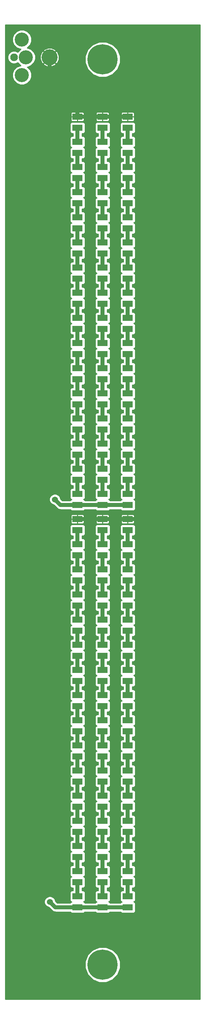
<source format=gtl>
G04 (created by PCBNEW-RS274X (2011-07-19)-testing) date Thu 04 Aug 2011 02:52:52 PM PDT*
G01*
G70*
G90*
%MOIN*%
G04 Gerber Fmt 3.4, Leading zero omitted, Abs format*
%FSLAX34Y34*%
G04 APERTURE LIST*
%ADD10C,0.006000*%
%ADD11C,0.076000*%
%ADD12C,0.140000*%
%ADD13C,0.160000*%
%ADD14C,0.300000*%
%ADD15R,0.102000X0.063000*%
%ADD16C,0.060000*%
%ADD17C,0.040000*%
%ADD18C,0.010000*%
G04 APERTURE END LIST*
G54D10*
G54D11*
X41180Y-23550D03*
G54D12*
X42360Y-23550D03*
G54D13*
X44720Y-23550D03*
G54D12*
X41970Y-25320D03*
X41970Y-21780D03*
G54D14*
X50000Y-23750D03*
X50000Y-113750D03*
G54D15*
X47500Y-29450D03*
X47500Y-30550D03*
X47500Y-31950D03*
X47500Y-33050D03*
X47500Y-34450D03*
X47500Y-35550D03*
X47500Y-36950D03*
X47500Y-38050D03*
X47500Y-39450D03*
X47500Y-40550D03*
X47500Y-41950D03*
X47500Y-43050D03*
X47500Y-44450D03*
X47500Y-45550D03*
X47500Y-46950D03*
X47500Y-48050D03*
X47500Y-49450D03*
X47500Y-50550D03*
X47500Y-51950D03*
X47500Y-53050D03*
X47500Y-54450D03*
X47500Y-55550D03*
X47500Y-56950D03*
X47500Y-58050D03*
X47500Y-59450D03*
X47500Y-60550D03*
X47500Y-61950D03*
X47500Y-63050D03*
X47500Y-64450D03*
X47500Y-65550D03*
X47500Y-66950D03*
X47500Y-68050D03*
X50000Y-29450D03*
X50000Y-30550D03*
X50000Y-31950D03*
X50000Y-33050D03*
X50000Y-34450D03*
X50000Y-35550D03*
X50000Y-36950D03*
X50000Y-38050D03*
X50000Y-39450D03*
X50000Y-40550D03*
X50000Y-41950D03*
X50000Y-43050D03*
X50000Y-44450D03*
X50000Y-45550D03*
X50000Y-46950D03*
X50000Y-48050D03*
X50000Y-49450D03*
X50000Y-50550D03*
X50000Y-51950D03*
X50000Y-53050D03*
X50000Y-54450D03*
X50000Y-55550D03*
X50000Y-56950D03*
X50000Y-58050D03*
X50000Y-59450D03*
X50000Y-60550D03*
X50000Y-61950D03*
X50000Y-63050D03*
X50000Y-64450D03*
X50000Y-65550D03*
X50000Y-66950D03*
X50000Y-68050D03*
X52500Y-29450D03*
X52500Y-30550D03*
X52500Y-31950D03*
X52500Y-33050D03*
X52500Y-34450D03*
X52500Y-35550D03*
X52500Y-36950D03*
X52500Y-38050D03*
X52500Y-39450D03*
X52500Y-40550D03*
X52500Y-41950D03*
X52500Y-43050D03*
X52500Y-44450D03*
X52500Y-45550D03*
X52500Y-46950D03*
X52500Y-48050D03*
X52500Y-49450D03*
X52500Y-50550D03*
X52500Y-51950D03*
X52500Y-53050D03*
X52500Y-54450D03*
X52500Y-55550D03*
X52500Y-56950D03*
X52500Y-58050D03*
X52500Y-59450D03*
X52500Y-60550D03*
X52500Y-61950D03*
X52500Y-63050D03*
X52500Y-64450D03*
X52500Y-65550D03*
X52500Y-66950D03*
X52500Y-68050D03*
X47500Y-69450D03*
X47500Y-70550D03*
X47500Y-71950D03*
X47500Y-73050D03*
X47500Y-74450D03*
X47500Y-75550D03*
X47500Y-76950D03*
X47500Y-78050D03*
X47500Y-79450D03*
X47500Y-80550D03*
X47500Y-81950D03*
X47500Y-83050D03*
X47500Y-84450D03*
X47500Y-85550D03*
X47500Y-86950D03*
X47500Y-88050D03*
X47500Y-89450D03*
X47500Y-90550D03*
X47500Y-91950D03*
X47500Y-93050D03*
X47500Y-94450D03*
X47500Y-95550D03*
X47500Y-96950D03*
X47500Y-98050D03*
X47500Y-99450D03*
X47500Y-100550D03*
X47500Y-101950D03*
X47500Y-103050D03*
X47500Y-104450D03*
X47500Y-105550D03*
X47500Y-106950D03*
X47500Y-108050D03*
X50000Y-69450D03*
X50000Y-70550D03*
X50000Y-71950D03*
X50000Y-73050D03*
X50000Y-74450D03*
X50000Y-75550D03*
X50000Y-76950D03*
X50000Y-78050D03*
X50000Y-79450D03*
X50000Y-80550D03*
X50000Y-81950D03*
X50000Y-83050D03*
X50000Y-84450D03*
X50000Y-85550D03*
X50000Y-86950D03*
X50000Y-88050D03*
X50000Y-89450D03*
X50000Y-90550D03*
X50000Y-91950D03*
X50000Y-93050D03*
X50000Y-94450D03*
X50000Y-95550D03*
X50000Y-96950D03*
X50000Y-98050D03*
X50000Y-99450D03*
X50000Y-100550D03*
X50000Y-101950D03*
X50000Y-103050D03*
X50000Y-104450D03*
X50000Y-105550D03*
X50000Y-106950D03*
X50000Y-108050D03*
X52500Y-69450D03*
X52500Y-70550D03*
X52500Y-71950D03*
X52500Y-73050D03*
X52500Y-74450D03*
X52500Y-75550D03*
X52500Y-76950D03*
X52500Y-78050D03*
X52500Y-79450D03*
X52500Y-80550D03*
X52500Y-81950D03*
X52500Y-83050D03*
X52500Y-84450D03*
X52500Y-85550D03*
X52500Y-86950D03*
X52500Y-88050D03*
X52500Y-89450D03*
X52500Y-90550D03*
X52500Y-91950D03*
X52500Y-93050D03*
X52500Y-94450D03*
X52500Y-95550D03*
X52500Y-96950D03*
X52500Y-98050D03*
X52500Y-99450D03*
X52500Y-100550D03*
X52500Y-101950D03*
X52500Y-103050D03*
X52500Y-104450D03*
X52500Y-105550D03*
X52500Y-106950D03*
X52500Y-108050D03*
G54D16*
X44750Y-107500D03*
X45250Y-67500D03*
G54D17*
X50000Y-69450D02*
X47500Y-69450D01*
X52500Y-69450D02*
X50000Y-69450D01*
X47500Y-27500D02*
X53500Y-27500D01*
X53800Y-69450D02*
X52500Y-69450D01*
X55250Y-68000D02*
X53800Y-69450D01*
X55250Y-29250D02*
X55250Y-68000D01*
X53500Y-27500D02*
X55250Y-29250D01*
X44720Y-23550D02*
X44720Y-24720D01*
X47500Y-27500D02*
X47500Y-29450D01*
X44720Y-24720D02*
X47500Y-27500D01*
X50000Y-29450D02*
X52500Y-29450D01*
X47500Y-29450D02*
X50000Y-29450D01*
X45300Y-108050D02*
X47500Y-108050D01*
X44750Y-107500D02*
X45300Y-108050D01*
X50000Y-108050D02*
X47500Y-108050D01*
X52500Y-108050D02*
X50000Y-108050D01*
X47500Y-68050D02*
X45800Y-68050D01*
X45800Y-68050D02*
X45250Y-67500D01*
X50000Y-68050D02*
X47500Y-68050D01*
X52500Y-68050D02*
X50000Y-68050D01*
X52500Y-105550D02*
X52500Y-106950D01*
X52500Y-103050D02*
X52500Y-104450D01*
X52500Y-100550D02*
X52500Y-101950D01*
X52500Y-98050D02*
X52500Y-99450D01*
X52500Y-95550D02*
X52500Y-96950D01*
X52500Y-93050D02*
X52500Y-94450D01*
X52500Y-90550D02*
X52500Y-91950D01*
X52500Y-88050D02*
X52500Y-89450D01*
X52500Y-85550D02*
X52500Y-86950D01*
X52500Y-83050D02*
X52500Y-84450D01*
X52500Y-80550D02*
X52500Y-81950D01*
X52500Y-78050D02*
X52500Y-79450D01*
X52500Y-75550D02*
X52500Y-76950D01*
X52500Y-73050D02*
X52500Y-74450D01*
X52500Y-70550D02*
X52500Y-71950D01*
X50000Y-105550D02*
X50000Y-106950D01*
X50000Y-103050D02*
X50000Y-104450D01*
X50000Y-100550D02*
X50000Y-101950D01*
X50000Y-98050D02*
X50000Y-99450D01*
X50000Y-95550D02*
X50000Y-96950D01*
X50000Y-93050D02*
X50000Y-94450D01*
X50000Y-90550D02*
X50000Y-91950D01*
X50000Y-88050D02*
X50000Y-89450D01*
X50000Y-85550D02*
X50000Y-86950D01*
X50000Y-83050D02*
X50000Y-84450D01*
X50000Y-80550D02*
X50000Y-81950D01*
X50000Y-78050D02*
X50000Y-79450D01*
X50000Y-75550D02*
X50000Y-76950D01*
X50000Y-73050D02*
X50000Y-74450D01*
X50000Y-70550D02*
X50000Y-71950D01*
X47500Y-105550D02*
X47500Y-106950D01*
X47500Y-103050D02*
X47500Y-104450D01*
X47500Y-100550D02*
X47500Y-101950D01*
X47500Y-98050D02*
X47500Y-99450D01*
X47500Y-95550D02*
X47500Y-96950D01*
X47500Y-93050D02*
X47500Y-94450D01*
X47500Y-90550D02*
X47500Y-91950D01*
X47500Y-88050D02*
X47500Y-89450D01*
X47500Y-85550D02*
X47500Y-86950D01*
X47500Y-83050D02*
X47500Y-84450D01*
X47500Y-80550D02*
X47500Y-81950D01*
X47500Y-78050D02*
X47500Y-79450D01*
X47500Y-75550D02*
X47500Y-76950D01*
X47500Y-73050D02*
X47500Y-74450D01*
X47500Y-70550D02*
X47500Y-71950D01*
X52500Y-65550D02*
X52500Y-66950D01*
X52500Y-63050D02*
X52500Y-64450D01*
X52500Y-60550D02*
X52500Y-61950D01*
X52500Y-58050D02*
X52500Y-59450D01*
X52500Y-55550D02*
X52500Y-56950D01*
X52500Y-53050D02*
X52500Y-54450D01*
X52500Y-50550D02*
X52500Y-51950D01*
X52500Y-48050D02*
X52500Y-49450D01*
X52500Y-45550D02*
X52500Y-46950D01*
X52500Y-43050D02*
X52500Y-44450D01*
X52500Y-40550D02*
X52500Y-41950D01*
X52500Y-38050D02*
X52500Y-39450D01*
X52500Y-35550D02*
X52500Y-36950D01*
X52500Y-33050D02*
X52500Y-34450D01*
X52500Y-30550D02*
X52500Y-31950D01*
X50000Y-65550D02*
X50000Y-66950D01*
X50000Y-63050D02*
X50000Y-64450D01*
X50000Y-60550D02*
X50000Y-61950D01*
X50000Y-58050D02*
X50000Y-59450D01*
X50000Y-55550D02*
X50000Y-56950D01*
X50000Y-53050D02*
X50000Y-54450D01*
X50000Y-50550D02*
X50000Y-51950D01*
X50000Y-48050D02*
X50000Y-49450D01*
X50000Y-45550D02*
X50000Y-46950D01*
X50000Y-43050D02*
X50000Y-44450D01*
X50000Y-40550D02*
X50000Y-41950D01*
X50000Y-38050D02*
X50000Y-39450D01*
X50000Y-35550D02*
X50000Y-36950D01*
X50000Y-33050D02*
X50000Y-34450D01*
X50000Y-30550D02*
X50000Y-31950D01*
X47500Y-65550D02*
X47500Y-66950D01*
X47500Y-63050D02*
X47500Y-64450D01*
X47500Y-60550D02*
X47500Y-61950D01*
X47500Y-58050D02*
X47500Y-59450D01*
X47500Y-55550D02*
X47500Y-56950D01*
X47500Y-53050D02*
X47500Y-54450D01*
X47500Y-50550D02*
X47500Y-51950D01*
X47500Y-48050D02*
X47500Y-49450D01*
X47500Y-45550D02*
X47500Y-46950D01*
X47500Y-43050D02*
X47500Y-44450D01*
X47500Y-40550D02*
X47500Y-41950D01*
X47500Y-38050D02*
X47500Y-39450D01*
X47500Y-35550D02*
X47500Y-36950D01*
X47500Y-33050D02*
X47500Y-34450D01*
X47500Y-30550D02*
X47500Y-31950D01*
G54D18*
X40325Y-20325D02*
X59675Y-20325D01*
X40325Y-20405D02*
X59675Y-20405D01*
X40325Y-20485D02*
X59675Y-20485D01*
X40325Y-20565D02*
X59675Y-20565D01*
X40325Y-20645D02*
X59675Y-20645D01*
X40325Y-20725D02*
X59675Y-20725D01*
X40325Y-20805D02*
X59675Y-20805D01*
X40325Y-20885D02*
X41648Y-20885D01*
X42292Y-20885D02*
X59675Y-20885D01*
X40325Y-20965D02*
X41454Y-20965D01*
X42484Y-20965D02*
X59675Y-20965D01*
X40325Y-21045D02*
X41361Y-21045D01*
X42578Y-21045D02*
X59675Y-21045D01*
X40325Y-21125D02*
X41281Y-21125D01*
X42658Y-21125D02*
X59675Y-21125D01*
X40325Y-21205D02*
X41201Y-21205D01*
X42738Y-21205D02*
X59675Y-21205D01*
X40325Y-21285D02*
X41146Y-21285D01*
X42793Y-21285D02*
X59675Y-21285D01*
X40325Y-21365D02*
X41113Y-21365D01*
X42826Y-21365D02*
X59675Y-21365D01*
X40325Y-21445D02*
X41080Y-21445D01*
X42859Y-21445D02*
X59675Y-21445D01*
X40325Y-21525D02*
X41047Y-21525D01*
X42892Y-21525D02*
X59675Y-21525D01*
X40325Y-21605D02*
X41020Y-21605D01*
X42920Y-21605D02*
X59675Y-21605D01*
X40325Y-21685D02*
X41020Y-21685D01*
X42920Y-21685D02*
X59675Y-21685D01*
X40325Y-21765D02*
X41020Y-21765D01*
X42920Y-21765D02*
X59675Y-21765D01*
X40325Y-21845D02*
X41020Y-21845D01*
X42920Y-21845D02*
X59675Y-21845D01*
X40325Y-21925D02*
X41020Y-21925D01*
X42920Y-21925D02*
X59675Y-21925D01*
X40325Y-22005D02*
X41036Y-22005D01*
X42906Y-22005D02*
X49640Y-22005D01*
X50361Y-22005D02*
X59675Y-22005D01*
X40325Y-22085D02*
X41069Y-22085D01*
X42873Y-22085D02*
X49447Y-22085D01*
X50553Y-22085D02*
X59675Y-22085D01*
X40325Y-22165D02*
X41102Y-22165D01*
X42839Y-22165D02*
X49254Y-22165D01*
X50746Y-22165D02*
X59675Y-22165D01*
X40325Y-22245D02*
X41135Y-22245D01*
X42806Y-22245D02*
X49060Y-22245D01*
X50939Y-22245D02*
X59675Y-22245D01*
X40325Y-22325D02*
X41172Y-22325D01*
X42769Y-22325D02*
X48950Y-22325D01*
X51049Y-22325D02*
X59675Y-22325D01*
X40325Y-22405D02*
X41252Y-22405D01*
X42689Y-22405D02*
X48870Y-22405D01*
X51129Y-22405D02*
X59675Y-22405D01*
X40325Y-22485D02*
X41332Y-22485D01*
X42609Y-22485D02*
X48790Y-22485D01*
X51209Y-22485D02*
X59675Y-22485D01*
X40325Y-22565D02*
X41412Y-22565D01*
X42529Y-22565D02*
X48710Y-22565D01*
X51289Y-22565D02*
X59675Y-22565D01*
X40325Y-22645D02*
X41576Y-22645D01*
X42658Y-22645D02*
X44481Y-22645D01*
X44978Y-22645D02*
X48630Y-22645D01*
X51369Y-22645D02*
X59675Y-22645D01*
X40325Y-22725D02*
X41768Y-22725D01*
X42850Y-22725D02*
X44268Y-22725D01*
X45155Y-22725D02*
X48550Y-22725D01*
X51449Y-22725D02*
X59675Y-22725D01*
X40325Y-22805D02*
X41761Y-22805D01*
X42958Y-22805D02*
X44147Y-22805D01*
X45292Y-22805D02*
X48497Y-22805D01*
X51502Y-22805D02*
X59675Y-22805D01*
X40325Y-22885D02*
X41681Y-22885D01*
X43038Y-22885D02*
X44091Y-22885D01*
X45348Y-22885D02*
X48464Y-22885D01*
X51535Y-22885D02*
X59675Y-22885D01*
X40325Y-22965D02*
X40946Y-22965D01*
X41414Y-22965D02*
X41601Y-22965D01*
X43118Y-22965D02*
X43992Y-22965D01*
X44128Y-22965D02*
X44142Y-22965D01*
X45298Y-22965D02*
X45312Y-22965D01*
X45447Y-22965D02*
X48431Y-22965D01*
X51568Y-22965D02*
X59675Y-22965D01*
X40325Y-23045D02*
X40794Y-23045D01*
X43179Y-23045D02*
X43926Y-23045D01*
X44208Y-23045D02*
X44222Y-23045D01*
X45218Y-23045D02*
X45232Y-23045D01*
X45523Y-23045D02*
X48397Y-23045D01*
X51601Y-23045D02*
X59675Y-23045D01*
X40325Y-23125D02*
X40714Y-23125D01*
X43212Y-23125D02*
X43890Y-23125D01*
X44288Y-23125D02*
X44302Y-23125D01*
X45138Y-23125D02*
X45152Y-23125D01*
X45555Y-23125D02*
X48364Y-23125D01*
X51634Y-23125D02*
X59675Y-23125D01*
X40325Y-23205D02*
X40641Y-23205D01*
X43245Y-23205D02*
X43854Y-23205D01*
X44368Y-23205D02*
X44382Y-23205D01*
X45058Y-23205D02*
X45072Y-23205D01*
X45585Y-23205D02*
X48331Y-23205D01*
X51668Y-23205D02*
X59675Y-23205D01*
X40325Y-23285D02*
X40607Y-23285D01*
X43278Y-23285D02*
X43817Y-23285D01*
X44448Y-23285D02*
X44462Y-23285D01*
X44978Y-23285D02*
X44992Y-23285D01*
X45615Y-23285D02*
X48298Y-23285D01*
X51701Y-23285D02*
X59675Y-23285D01*
X40325Y-23365D02*
X40574Y-23365D01*
X43310Y-23365D02*
X43794Y-23365D01*
X44528Y-23365D02*
X44542Y-23365D01*
X44898Y-23365D02*
X44912Y-23365D01*
X45645Y-23365D02*
X48264Y-23365D01*
X51734Y-23365D02*
X59675Y-23365D01*
X40325Y-23445D02*
X40550Y-23445D01*
X43310Y-23445D02*
X43792Y-23445D01*
X44608Y-23445D02*
X44622Y-23445D01*
X44818Y-23445D02*
X44832Y-23445D01*
X45656Y-23445D02*
X45657Y-23445D01*
X45657Y-23445D02*
X48250Y-23445D01*
X51750Y-23445D02*
X59675Y-23445D01*
X40325Y-23525D02*
X40550Y-23525D01*
X43310Y-23525D02*
X43789Y-23525D01*
X44688Y-23525D02*
X44702Y-23525D01*
X44738Y-23525D02*
X44752Y-23525D01*
X45653Y-23525D02*
X45657Y-23525D01*
X45657Y-23525D02*
X48250Y-23525D01*
X51750Y-23525D02*
X59675Y-23525D01*
X40325Y-23605D02*
X40550Y-23605D01*
X43310Y-23605D02*
X43786Y-23605D01*
X44658Y-23605D02*
X44672Y-23605D01*
X44768Y-23605D02*
X44782Y-23605D01*
X45650Y-23605D02*
X45657Y-23605D01*
X45657Y-23605D02*
X48250Y-23605D01*
X51750Y-23605D02*
X59675Y-23605D01*
X40325Y-23685D02*
X40555Y-23685D01*
X43310Y-23685D02*
X43783Y-23685D01*
X44578Y-23685D02*
X44592Y-23685D01*
X44848Y-23685D02*
X44862Y-23685D01*
X45647Y-23685D02*
X45657Y-23685D01*
X45657Y-23685D02*
X48250Y-23685D01*
X51750Y-23685D02*
X59675Y-23685D01*
X40325Y-23765D02*
X40588Y-23765D01*
X43300Y-23765D02*
X43310Y-23765D01*
X43310Y-23765D02*
X43807Y-23765D01*
X44498Y-23765D02*
X44512Y-23765D01*
X44928Y-23765D02*
X44942Y-23765D01*
X45645Y-23765D02*
X45657Y-23765D01*
X45657Y-23765D02*
X48250Y-23765D01*
X51750Y-23765D02*
X59675Y-23765D01*
X40325Y-23845D02*
X40621Y-23845D01*
X43267Y-23845D02*
X43310Y-23845D01*
X43310Y-23845D02*
X43837Y-23845D01*
X44418Y-23845D02*
X44432Y-23845D01*
X45008Y-23845D02*
X45022Y-23845D01*
X45609Y-23845D02*
X45657Y-23845D01*
X45657Y-23845D02*
X48250Y-23845D01*
X51750Y-23845D02*
X59675Y-23845D01*
X40325Y-23925D02*
X40664Y-23925D01*
X43234Y-23925D02*
X43310Y-23925D01*
X43310Y-23925D02*
X43867Y-23925D01*
X44338Y-23925D02*
X44352Y-23925D01*
X45088Y-23925D02*
X45102Y-23925D01*
X45573Y-23925D02*
X45657Y-23925D01*
X45657Y-23925D02*
X48250Y-23925D01*
X51750Y-23925D02*
X59675Y-23925D01*
X40325Y-24005D02*
X40744Y-24005D01*
X43200Y-24005D02*
X43310Y-24005D01*
X43310Y-24005D02*
X43897Y-24005D01*
X44258Y-24005D02*
X44272Y-24005D01*
X45168Y-24005D02*
X45182Y-24005D01*
X45536Y-24005D02*
X45657Y-24005D01*
X45657Y-24005D02*
X48250Y-24005D01*
X51750Y-24005D02*
X59675Y-24005D01*
X40325Y-24085D02*
X40826Y-24085D01*
X41535Y-24085D02*
X41554Y-24085D01*
X43167Y-24085D02*
X43310Y-24085D01*
X43310Y-24085D02*
X43937Y-24085D01*
X44178Y-24085D02*
X44192Y-24085D01*
X45248Y-24085D02*
X45262Y-24085D01*
X45500Y-24085D02*
X45657Y-24085D01*
X45657Y-24085D02*
X48250Y-24085D01*
X51750Y-24085D02*
X59675Y-24085D01*
X40325Y-24165D02*
X41018Y-24165D01*
X41342Y-24165D02*
X41632Y-24165D01*
X43089Y-24165D02*
X43310Y-24165D01*
X43310Y-24165D02*
X44036Y-24165D01*
X44098Y-24165D02*
X44112Y-24165D01*
X45328Y-24165D02*
X45342Y-24165D01*
X45405Y-24165D02*
X45657Y-24165D01*
X45657Y-24165D02*
X48279Y-24165D01*
X51723Y-24165D02*
X51750Y-24165D01*
X51750Y-24165D02*
X59675Y-24165D01*
X40325Y-24245D02*
X41712Y-24245D01*
X43009Y-24245D02*
X43310Y-24245D01*
X43310Y-24245D02*
X44113Y-24245D01*
X45328Y-24245D02*
X45361Y-24245D01*
X45361Y-24245D02*
X45657Y-24245D01*
X45657Y-24245D02*
X48312Y-24245D01*
X51690Y-24245D02*
X51750Y-24245D01*
X51750Y-24245D02*
X59675Y-24245D01*
X40325Y-24325D02*
X41792Y-24325D01*
X42929Y-24325D02*
X43310Y-24325D01*
X43310Y-24325D02*
X44175Y-24325D01*
X45268Y-24325D02*
X45361Y-24325D01*
X45361Y-24325D02*
X45657Y-24325D01*
X45657Y-24325D02*
X48345Y-24325D01*
X51657Y-24325D02*
X51750Y-24325D01*
X51750Y-24325D02*
X59675Y-24325D01*
X40325Y-24405D02*
X41697Y-24405D01*
X42779Y-24405D02*
X43310Y-24405D01*
X43310Y-24405D02*
X44352Y-24405D01*
X45092Y-24405D02*
X45361Y-24405D01*
X45361Y-24405D02*
X45657Y-24405D01*
X45657Y-24405D02*
X48378Y-24405D01*
X51623Y-24405D02*
X51750Y-24405D01*
X51750Y-24405D02*
X59675Y-24405D01*
X40325Y-24485D02*
X41503Y-24485D01*
X42585Y-24485D02*
X43310Y-24485D01*
X43310Y-24485D02*
X44817Y-24485D01*
X44879Y-24485D02*
X45361Y-24485D01*
X45361Y-24485D02*
X45657Y-24485D01*
X45657Y-24485D02*
X48411Y-24485D01*
X51590Y-24485D02*
X51750Y-24485D01*
X51750Y-24485D02*
X59675Y-24485D01*
X40325Y-24565D02*
X41381Y-24565D01*
X42558Y-24565D02*
X43310Y-24565D01*
X43310Y-24565D02*
X45361Y-24565D01*
X45361Y-24565D02*
X45657Y-24565D01*
X45657Y-24565D02*
X48444Y-24565D01*
X51557Y-24565D02*
X51750Y-24565D01*
X51750Y-24565D02*
X59675Y-24565D01*
X40325Y-24645D02*
X41301Y-24645D01*
X42638Y-24645D02*
X43310Y-24645D01*
X43310Y-24645D02*
X45361Y-24645D01*
X45361Y-24645D02*
X45657Y-24645D01*
X45657Y-24645D02*
X48477Y-24645D01*
X51524Y-24645D02*
X51750Y-24645D01*
X51750Y-24645D02*
X59675Y-24645D01*
X40325Y-24725D02*
X41221Y-24725D01*
X42718Y-24725D02*
X43310Y-24725D01*
X43310Y-24725D02*
X45361Y-24725D01*
X45361Y-24725D02*
X45657Y-24725D01*
X45657Y-24725D02*
X48510Y-24725D01*
X51491Y-24725D02*
X51750Y-24725D01*
X51750Y-24725D02*
X59675Y-24725D01*
X40325Y-24805D02*
X41155Y-24805D01*
X42785Y-24805D02*
X43310Y-24805D01*
X43310Y-24805D02*
X45361Y-24805D01*
X45361Y-24805D02*
X45657Y-24805D01*
X45657Y-24805D02*
X48581Y-24805D01*
X51420Y-24805D02*
X51750Y-24805D01*
X51750Y-24805D02*
X59675Y-24805D01*
X40325Y-24885D02*
X41121Y-24885D01*
X42818Y-24885D02*
X43310Y-24885D01*
X43310Y-24885D02*
X45361Y-24885D01*
X45361Y-24885D02*
X45657Y-24885D01*
X45657Y-24885D02*
X48661Y-24885D01*
X51340Y-24885D02*
X51750Y-24885D01*
X51750Y-24885D02*
X59675Y-24885D01*
X40325Y-24965D02*
X41088Y-24965D01*
X42851Y-24965D02*
X43310Y-24965D01*
X43310Y-24965D02*
X45361Y-24965D01*
X45361Y-24965D02*
X45657Y-24965D01*
X45657Y-24965D02*
X48741Y-24965D01*
X51260Y-24965D02*
X51750Y-24965D01*
X51750Y-24965D02*
X59675Y-24965D01*
X40325Y-25045D02*
X41055Y-25045D01*
X42884Y-25045D02*
X43310Y-25045D01*
X43310Y-25045D02*
X45361Y-25045D01*
X45361Y-25045D02*
X45657Y-25045D01*
X45657Y-25045D02*
X48821Y-25045D01*
X51180Y-25045D02*
X51750Y-25045D01*
X51750Y-25045D02*
X59675Y-25045D01*
X40325Y-25125D02*
X41022Y-25125D01*
X42917Y-25125D02*
X43310Y-25125D01*
X43310Y-25125D02*
X45361Y-25125D01*
X45361Y-25125D02*
X45657Y-25125D01*
X45657Y-25125D02*
X48901Y-25125D01*
X51100Y-25125D02*
X51750Y-25125D01*
X51750Y-25125D02*
X59675Y-25125D01*
X40325Y-25205D02*
X41020Y-25205D01*
X42920Y-25205D02*
X43310Y-25205D01*
X43310Y-25205D02*
X45361Y-25205D01*
X45361Y-25205D02*
X45657Y-25205D01*
X45657Y-25205D02*
X48981Y-25205D01*
X51020Y-25205D02*
X51750Y-25205D01*
X51750Y-25205D02*
X59675Y-25205D01*
X40325Y-25285D02*
X41020Y-25285D01*
X42920Y-25285D02*
X43310Y-25285D01*
X43310Y-25285D02*
X45361Y-25285D01*
X45361Y-25285D02*
X45657Y-25285D01*
X45657Y-25285D02*
X49134Y-25285D01*
X50867Y-25285D02*
X51750Y-25285D01*
X51750Y-25285D02*
X59675Y-25285D01*
X40325Y-25365D02*
X41020Y-25365D01*
X42920Y-25365D02*
X43310Y-25365D01*
X43310Y-25365D02*
X45361Y-25365D01*
X45361Y-25365D02*
X45657Y-25365D01*
X45657Y-25365D02*
X49326Y-25365D01*
X50674Y-25365D02*
X51750Y-25365D01*
X51750Y-25365D02*
X59675Y-25365D01*
X40325Y-25445D02*
X41020Y-25445D01*
X42920Y-25445D02*
X43310Y-25445D01*
X43310Y-25445D02*
X45361Y-25445D01*
X45361Y-25445D02*
X45657Y-25445D01*
X45657Y-25445D02*
X49519Y-25445D01*
X50480Y-25445D02*
X51750Y-25445D01*
X51750Y-25445D02*
X59675Y-25445D01*
X40325Y-25525D02*
X41028Y-25525D01*
X42914Y-25525D02*
X43310Y-25525D01*
X43310Y-25525D02*
X45361Y-25525D01*
X45361Y-25525D02*
X45657Y-25525D01*
X45657Y-25525D02*
X51750Y-25525D01*
X51750Y-25525D02*
X59675Y-25525D01*
X40325Y-25605D02*
X41061Y-25605D01*
X42881Y-25605D02*
X43310Y-25605D01*
X43310Y-25605D02*
X45361Y-25605D01*
X45361Y-25605D02*
X45657Y-25605D01*
X45657Y-25605D02*
X51750Y-25605D01*
X51750Y-25605D02*
X59675Y-25605D01*
X40325Y-25685D02*
X41094Y-25685D01*
X42848Y-25685D02*
X43310Y-25685D01*
X43310Y-25685D02*
X45361Y-25685D01*
X45361Y-25685D02*
X45657Y-25685D01*
X45657Y-25685D02*
X51750Y-25685D01*
X51750Y-25685D02*
X59675Y-25685D01*
X40325Y-25765D02*
X41127Y-25765D01*
X42815Y-25765D02*
X43310Y-25765D01*
X43310Y-25765D02*
X45361Y-25765D01*
X45361Y-25765D02*
X45657Y-25765D01*
X45657Y-25765D02*
X51750Y-25765D01*
X51750Y-25765D02*
X59675Y-25765D01*
X40325Y-25845D02*
X41160Y-25845D01*
X42781Y-25845D02*
X43310Y-25845D01*
X43310Y-25845D02*
X45361Y-25845D01*
X45361Y-25845D02*
X45657Y-25845D01*
X45657Y-25845D02*
X51750Y-25845D01*
X51750Y-25845D02*
X59675Y-25845D01*
X40325Y-25925D02*
X41232Y-25925D01*
X42709Y-25925D02*
X43310Y-25925D01*
X43310Y-25925D02*
X45361Y-25925D01*
X45361Y-25925D02*
X45657Y-25925D01*
X45657Y-25925D02*
X51750Y-25925D01*
X51750Y-25925D02*
X59675Y-25925D01*
X40325Y-26005D02*
X41312Y-26005D01*
X42629Y-26005D02*
X43310Y-26005D01*
X43310Y-26005D02*
X45361Y-26005D01*
X45361Y-26005D02*
X45657Y-26005D01*
X45657Y-26005D02*
X51750Y-26005D01*
X51750Y-26005D02*
X59675Y-26005D01*
X40325Y-26085D02*
X41392Y-26085D01*
X42549Y-26085D02*
X43310Y-26085D01*
X43310Y-26085D02*
X45361Y-26085D01*
X45361Y-26085D02*
X45657Y-26085D01*
X45657Y-26085D02*
X51750Y-26085D01*
X51750Y-26085D02*
X59675Y-26085D01*
X40325Y-26165D02*
X41528Y-26165D01*
X42413Y-26165D02*
X43310Y-26165D01*
X43310Y-26165D02*
X45361Y-26165D01*
X45361Y-26165D02*
X45657Y-26165D01*
X45657Y-26165D02*
X51750Y-26165D01*
X51750Y-26165D02*
X59675Y-26165D01*
X40325Y-26245D02*
X41720Y-26245D01*
X42219Y-26245D02*
X43310Y-26245D01*
X43310Y-26245D02*
X45361Y-26245D01*
X45361Y-26245D02*
X45657Y-26245D01*
X45657Y-26245D02*
X51750Y-26245D01*
X51750Y-26245D02*
X59675Y-26245D01*
X40325Y-26325D02*
X43310Y-26325D01*
X43310Y-26325D02*
X45361Y-26325D01*
X45361Y-26325D02*
X45657Y-26325D01*
X45657Y-26325D02*
X51750Y-26325D01*
X51750Y-26325D02*
X59675Y-26325D01*
X40325Y-26405D02*
X43310Y-26405D01*
X43310Y-26405D02*
X45361Y-26405D01*
X45361Y-26405D02*
X45657Y-26405D01*
X45657Y-26405D02*
X51750Y-26405D01*
X51750Y-26405D02*
X59675Y-26405D01*
X40325Y-26485D02*
X43310Y-26485D01*
X43310Y-26485D02*
X45361Y-26485D01*
X45361Y-26485D02*
X45657Y-26485D01*
X45657Y-26485D02*
X51750Y-26485D01*
X51750Y-26485D02*
X59675Y-26485D01*
X40325Y-26565D02*
X43310Y-26565D01*
X43310Y-26565D02*
X45361Y-26565D01*
X45361Y-26565D02*
X45657Y-26565D01*
X45657Y-26565D02*
X51750Y-26565D01*
X51750Y-26565D02*
X59675Y-26565D01*
X40325Y-26645D02*
X43310Y-26645D01*
X43310Y-26645D02*
X45361Y-26645D01*
X45361Y-26645D02*
X45657Y-26645D01*
X45657Y-26645D02*
X51750Y-26645D01*
X51750Y-26645D02*
X59675Y-26645D01*
X40325Y-26725D02*
X43310Y-26725D01*
X43310Y-26725D02*
X45361Y-26725D01*
X45361Y-26725D02*
X45657Y-26725D01*
X45657Y-26725D02*
X51750Y-26725D01*
X51750Y-26725D02*
X59675Y-26725D01*
X40325Y-26805D02*
X43310Y-26805D01*
X43310Y-26805D02*
X45361Y-26805D01*
X45361Y-26805D02*
X45657Y-26805D01*
X45657Y-26805D02*
X51750Y-26805D01*
X51750Y-26805D02*
X59675Y-26805D01*
X40325Y-26885D02*
X43310Y-26885D01*
X43310Y-26885D02*
X45361Y-26885D01*
X45361Y-26885D02*
X45657Y-26885D01*
X45657Y-26885D02*
X51750Y-26885D01*
X51750Y-26885D02*
X59675Y-26885D01*
X40325Y-26965D02*
X43310Y-26965D01*
X43310Y-26965D02*
X45361Y-26965D01*
X45361Y-26965D02*
X45657Y-26965D01*
X45657Y-26965D02*
X51750Y-26965D01*
X51750Y-26965D02*
X59675Y-26965D01*
X40325Y-27045D02*
X43310Y-27045D01*
X43310Y-27045D02*
X45361Y-27045D01*
X45361Y-27045D02*
X45657Y-27045D01*
X45657Y-27045D02*
X51750Y-27045D01*
X51750Y-27045D02*
X59675Y-27045D01*
X40325Y-27125D02*
X43310Y-27125D01*
X43310Y-27125D02*
X45361Y-27125D01*
X45361Y-27125D02*
X45657Y-27125D01*
X45657Y-27125D02*
X51750Y-27125D01*
X51750Y-27125D02*
X59675Y-27125D01*
X40325Y-27205D02*
X43310Y-27205D01*
X43310Y-27205D02*
X45361Y-27205D01*
X45361Y-27205D02*
X45657Y-27205D01*
X45657Y-27205D02*
X51750Y-27205D01*
X51750Y-27205D02*
X59675Y-27205D01*
X40325Y-27285D02*
X43310Y-27285D01*
X43310Y-27285D02*
X45361Y-27285D01*
X45361Y-27285D02*
X45657Y-27285D01*
X45657Y-27285D02*
X51750Y-27285D01*
X51750Y-27285D02*
X59675Y-27285D01*
X40325Y-27365D02*
X43310Y-27365D01*
X43310Y-27365D02*
X45361Y-27365D01*
X45361Y-27365D02*
X45657Y-27365D01*
X45657Y-27365D02*
X51750Y-27365D01*
X51750Y-27365D02*
X59675Y-27365D01*
X40325Y-27445D02*
X43310Y-27445D01*
X43310Y-27445D02*
X45361Y-27445D01*
X45361Y-27445D02*
X45657Y-27445D01*
X45657Y-27445D02*
X51750Y-27445D01*
X51750Y-27445D02*
X59675Y-27445D01*
X40325Y-27525D02*
X43310Y-27525D01*
X43310Y-27525D02*
X45361Y-27525D01*
X45361Y-27525D02*
X45657Y-27525D01*
X45657Y-27525D02*
X51750Y-27525D01*
X51750Y-27525D02*
X59675Y-27525D01*
X40325Y-27605D02*
X43310Y-27605D01*
X43310Y-27605D02*
X45361Y-27605D01*
X45361Y-27605D02*
X45657Y-27605D01*
X45657Y-27605D02*
X51750Y-27605D01*
X51750Y-27605D02*
X59675Y-27605D01*
X40325Y-27685D02*
X43310Y-27685D01*
X43310Y-27685D02*
X45361Y-27685D01*
X45361Y-27685D02*
X45657Y-27685D01*
X45657Y-27685D02*
X51750Y-27685D01*
X51750Y-27685D02*
X59675Y-27685D01*
X40325Y-27765D02*
X43310Y-27765D01*
X43310Y-27765D02*
X45361Y-27765D01*
X45361Y-27765D02*
X45657Y-27765D01*
X45657Y-27765D02*
X51750Y-27765D01*
X51750Y-27765D02*
X59675Y-27765D01*
X40325Y-27845D02*
X43310Y-27845D01*
X43310Y-27845D02*
X45361Y-27845D01*
X45361Y-27845D02*
X45657Y-27845D01*
X45657Y-27845D02*
X51750Y-27845D01*
X51750Y-27845D02*
X59675Y-27845D01*
X40325Y-27925D02*
X43310Y-27925D01*
X43310Y-27925D02*
X45361Y-27925D01*
X45361Y-27925D02*
X45657Y-27925D01*
X45657Y-27925D02*
X51750Y-27925D01*
X51750Y-27925D02*
X59675Y-27925D01*
X40325Y-28005D02*
X43310Y-28005D01*
X43310Y-28005D02*
X45361Y-28005D01*
X45361Y-28005D02*
X45657Y-28005D01*
X45657Y-28005D02*
X51750Y-28005D01*
X51750Y-28005D02*
X59675Y-28005D01*
X40325Y-28085D02*
X43310Y-28085D01*
X43310Y-28085D02*
X45361Y-28085D01*
X45361Y-28085D02*
X45657Y-28085D01*
X45657Y-28085D02*
X51750Y-28085D01*
X51750Y-28085D02*
X59675Y-28085D01*
X40325Y-28165D02*
X43310Y-28165D01*
X43310Y-28165D02*
X45361Y-28165D01*
X45361Y-28165D02*
X45657Y-28165D01*
X45657Y-28165D02*
X51750Y-28165D01*
X51750Y-28165D02*
X59675Y-28165D01*
X40325Y-28245D02*
X43310Y-28245D01*
X43310Y-28245D02*
X45361Y-28245D01*
X45361Y-28245D02*
X45657Y-28245D01*
X45657Y-28245D02*
X51750Y-28245D01*
X51750Y-28245D02*
X59675Y-28245D01*
X40325Y-28325D02*
X43310Y-28325D01*
X43310Y-28325D02*
X45361Y-28325D01*
X45361Y-28325D02*
X45657Y-28325D01*
X45657Y-28325D02*
X51750Y-28325D01*
X51750Y-28325D02*
X59675Y-28325D01*
X40325Y-28405D02*
X43310Y-28405D01*
X43310Y-28405D02*
X45361Y-28405D01*
X45361Y-28405D02*
X45657Y-28405D01*
X45657Y-28405D02*
X51750Y-28405D01*
X51750Y-28405D02*
X59675Y-28405D01*
X40325Y-28485D02*
X43310Y-28485D01*
X43310Y-28485D02*
X45361Y-28485D01*
X45361Y-28485D02*
X45657Y-28485D01*
X45657Y-28485D02*
X51750Y-28485D01*
X51750Y-28485D02*
X59675Y-28485D01*
X40325Y-28565D02*
X43310Y-28565D01*
X43310Y-28565D02*
X45361Y-28565D01*
X45361Y-28565D02*
X45657Y-28565D01*
X45657Y-28565D02*
X51750Y-28565D01*
X51750Y-28565D02*
X59675Y-28565D01*
X40325Y-28645D02*
X43310Y-28645D01*
X43310Y-28645D02*
X45361Y-28645D01*
X45361Y-28645D02*
X45657Y-28645D01*
X45657Y-28645D02*
X51750Y-28645D01*
X51750Y-28645D02*
X59675Y-28645D01*
X40325Y-28725D02*
X43310Y-28725D01*
X43310Y-28725D02*
X45361Y-28725D01*
X45361Y-28725D02*
X45657Y-28725D01*
X45657Y-28725D02*
X51750Y-28725D01*
X51750Y-28725D02*
X59675Y-28725D01*
X40325Y-28805D02*
X43310Y-28805D01*
X43310Y-28805D02*
X45361Y-28805D01*
X45361Y-28805D02*
X45657Y-28805D01*
X45657Y-28805D02*
X51750Y-28805D01*
X51750Y-28805D02*
X59675Y-28805D01*
X40325Y-28885D02*
X43310Y-28885D01*
X43310Y-28885D02*
X45361Y-28885D01*
X45361Y-28885D02*
X45657Y-28885D01*
X45657Y-28885D02*
X51750Y-28885D01*
X51750Y-28885D02*
X59675Y-28885D01*
X40325Y-28965D02*
X43310Y-28965D01*
X43310Y-28965D02*
X45361Y-28965D01*
X45361Y-28965D02*
X45657Y-28965D01*
X45657Y-28965D02*
X51750Y-28965D01*
X51750Y-28965D02*
X59675Y-28965D01*
X40325Y-29045D02*
X43310Y-29045D01*
X43310Y-29045D02*
X45361Y-29045D01*
X45361Y-29045D02*
X45657Y-29045D01*
X45657Y-29045D02*
X46869Y-29045D01*
X47495Y-29045D02*
X47505Y-29045D01*
X48131Y-29045D02*
X49369Y-29045D01*
X49995Y-29045D02*
X50005Y-29045D01*
X50631Y-29045D02*
X51750Y-29045D01*
X51750Y-29045D02*
X51869Y-29045D01*
X52495Y-29045D02*
X52505Y-29045D01*
X53131Y-29045D02*
X59675Y-29045D01*
X40325Y-29125D02*
X43310Y-29125D01*
X43310Y-29125D02*
X45361Y-29125D01*
X45361Y-29125D02*
X45657Y-29125D01*
X45657Y-29125D02*
X46841Y-29125D01*
X47495Y-29125D02*
X47505Y-29125D01*
X48159Y-29125D02*
X49341Y-29125D01*
X49995Y-29125D02*
X50005Y-29125D01*
X50659Y-29125D02*
X51750Y-29125D01*
X51750Y-29125D02*
X51841Y-29125D01*
X52495Y-29125D02*
X52505Y-29125D01*
X53159Y-29125D02*
X59675Y-29125D01*
X40325Y-29205D02*
X43310Y-29205D01*
X43310Y-29205D02*
X45361Y-29205D01*
X45361Y-29205D02*
X45657Y-29205D01*
X45657Y-29205D02*
X46840Y-29205D01*
X47495Y-29205D02*
X47505Y-29205D01*
X48159Y-29205D02*
X49340Y-29205D01*
X49995Y-29205D02*
X50005Y-29205D01*
X50659Y-29205D02*
X51750Y-29205D01*
X51750Y-29205D02*
X51840Y-29205D01*
X52495Y-29205D02*
X52505Y-29205D01*
X53159Y-29205D02*
X59675Y-29205D01*
X40325Y-29285D02*
X43310Y-29285D01*
X43310Y-29285D02*
X45361Y-29285D01*
X45361Y-29285D02*
X45657Y-29285D01*
X45657Y-29285D02*
X46840Y-29285D01*
X47495Y-29285D02*
X47505Y-29285D01*
X48159Y-29285D02*
X49340Y-29285D01*
X49995Y-29285D02*
X50005Y-29285D01*
X50659Y-29285D02*
X51750Y-29285D01*
X51750Y-29285D02*
X51840Y-29285D01*
X52495Y-29285D02*
X52505Y-29285D01*
X53159Y-29285D02*
X59675Y-29285D01*
X40325Y-29365D02*
X43310Y-29365D01*
X43310Y-29365D02*
X45361Y-29365D01*
X45361Y-29365D02*
X45657Y-29365D01*
X45657Y-29365D02*
X46840Y-29365D01*
X47495Y-29365D02*
X47505Y-29365D01*
X48159Y-29365D02*
X49340Y-29365D01*
X49995Y-29365D02*
X50005Y-29365D01*
X50659Y-29365D02*
X51750Y-29365D01*
X51750Y-29365D02*
X51840Y-29365D01*
X52495Y-29365D02*
X52505Y-29365D01*
X53159Y-29365D02*
X59675Y-29365D01*
X40325Y-29445D02*
X43310Y-29445D01*
X43310Y-29445D02*
X45361Y-29445D01*
X45361Y-29445D02*
X45657Y-29445D01*
X45657Y-29445D02*
X47495Y-29445D01*
X47495Y-29445D02*
X48160Y-29445D01*
X48160Y-29445D02*
X49995Y-29445D01*
X49995Y-29445D02*
X50660Y-29445D01*
X50660Y-29445D02*
X51750Y-29445D01*
X51750Y-29445D02*
X52495Y-29445D01*
X52495Y-29445D02*
X53160Y-29445D01*
X53160Y-29445D02*
X59675Y-29445D01*
X40325Y-29525D02*
X43310Y-29525D01*
X43310Y-29525D02*
X45361Y-29525D01*
X45361Y-29525D02*
X45657Y-29525D01*
X45657Y-29525D02*
X46841Y-29525D01*
X47495Y-29525D02*
X47505Y-29525D01*
X48160Y-29525D02*
X48160Y-29525D01*
X48160Y-29525D02*
X49341Y-29525D01*
X49995Y-29525D02*
X50005Y-29525D01*
X50660Y-29525D02*
X50660Y-29525D01*
X50660Y-29525D02*
X51750Y-29525D01*
X51750Y-29525D02*
X51841Y-29525D01*
X52495Y-29525D02*
X52505Y-29525D01*
X53160Y-29525D02*
X53160Y-29525D01*
X53160Y-29525D02*
X59675Y-29525D01*
X40325Y-29605D02*
X43310Y-29605D01*
X43310Y-29605D02*
X45361Y-29605D01*
X45361Y-29605D02*
X45657Y-29605D01*
X45657Y-29605D02*
X46841Y-29605D01*
X47495Y-29605D02*
X47505Y-29605D01*
X48160Y-29605D02*
X48160Y-29605D01*
X48160Y-29605D02*
X49341Y-29605D01*
X49995Y-29605D02*
X50005Y-29605D01*
X50660Y-29605D02*
X50660Y-29605D01*
X50660Y-29605D02*
X51750Y-29605D01*
X51750Y-29605D02*
X51841Y-29605D01*
X52495Y-29605D02*
X52505Y-29605D01*
X53160Y-29605D02*
X53160Y-29605D01*
X53160Y-29605D02*
X59675Y-29605D01*
X40325Y-29685D02*
X43310Y-29685D01*
X43310Y-29685D02*
X45361Y-29685D01*
X45361Y-29685D02*
X45657Y-29685D01*
X45657Y-29685D02*
X46841Y-29685D01*
X47495Y-29685D02*
X47505Y-29685D01*
X48160Y-29685D02*
X48160Y-29685D01*
X48160Y-29685D02*
X49341Y-29685D01*
X49995Y-29685D02*
X50005Y-29685D01*
X50660Y-29685D02*
X50660Y-29685D01*
X50660Y-29685D02*
X51750Y-29685D01*
X51750Y-29685D02*
X51841Y-29685D01*
X52495Y-29685D02*
X52505Y-29685D01*
X53160Y-29685D02*
X53160Y-29685D01*
X53160Y-29685D02*
X59675Y-29685D01*
X40325Y-29765D02*
X43310Y-29765D01*
X43310Y-29765D02*
X45361Y-29765D01*
X45361Y-29765D02*
X45657Y-29765D01*
X45657Y-29765D02*
X46841Y-29765D01*
X47495Y-29765D02*
X47505Y-29765D01*
X48159Y-29765D02*
X48160Y-29765D01*
X48160Y-29765D02*
X49341Y-29765D01*
X49995Y-29765D02*
X50005Y-29765D01*
X50659Y-29765D02*
X50660Y-29765D01*
X50660Y-29765D02*
X51750Y-29765D01*
X51750Y-29765D02*
X51841Y-29765D01*
X52495Y-29765D02*
X52505Y-29765D01*
X53159Y-29765D02*
X53160Y-29765D01*
X53160Y-29765D02*
X59675Y-29765D01*
X40325Y-29845D02*
X43310Y-29845D01*
X43310Y-29845D02*
X45361Y-29845D01*
X45361Y-29845D02*
X45657Y-29845D01*
X45657Y-29845D02*
X46862Y-29845D01*
X47495Y-29845D02*
X47505Y-29845D01*
X48139Y-29845D02*
X48160Y-29845D01*
X48160Y-29845D02*
X49362Y-29845D01*
X49995Y-29845D02*
X50005Y-29845D01*
X50639Y-29845D02*
X50660Y-29845D01*
X50660Y-29845D02*
X51750Y-29845D01*
X51750Y-29845D02*
X51862Y-29845D01*
X52495Y-29845D02*
X52505Y-29845D01*
X53139Y-29845D02*
X53160Y-29845D01*
X53160Y-29845D02*
X59675Y-29845D01*
X40325Y-29925D02*
X43310Y-29925D01*
X43310Y-29925D02*
X45361Y-29925D01*
X45361Y-29925D02*
X45657Y-29925D01*
X45657Y-29925D02*
X47495Y-29925D01*
X47495Y-29925D02*
X48160Y-29925D01*
X48160Y-29925D02*
X49995Y-29925D01*
X49995Y-29925D02*
X50660Y-29925D01*
X50660Y-29925D02*
X51750Y-29925D01*
X51750Y-29925D02*
X52495Y-29925D01*
X52495Y-29925D02*
X53160Y-29925D01*
X53160Y-29925D02*
X59675Y-29925D01*
X40325Y-30005D02*
X43310Y-30005D01*
X43310Y-30005D02*
X45361Y-30005D01*
X45361Y-30005D02*
X45657Y-30005D01*
X45657Y-30005D02*
X46895Y-30005D01*
X48105Y-30005D02*
X48160Y-30005D01*
X48160Y-30005D02*
X49395Y-30005D01*
X50605Y-30005D02*
X50660Y-30005D01*
X50660Y-30005D02*
X51750Y-30005D01*
X51750Y-30005D02*
X51895Y-30005D01*
X53105Y-30005D02*
X53160Y-30005D01*
X53160Y-30005D02*
X59675Y-30005D01*
X40325Y-30085D02*
X43310Y-30085D01*
X43310Y-30085D02*
X45361Y-30085D01*
X45361Y-30085D02*
X45657Y-30085D01*
X45657Y-30085D02*
X46788Y-30085D01*
X48212Y-30085D02*
X49288Y-30085D01*
X50712Y-30085D02*
X51750Y-30085D01*
X51750Y-30085D02*
X51788Y-30085D01*
X53212Y-30085D02*
X59675Y-30085D01*
X40325Y-30165D02*
X43310Y-30165D01*
X43310Y-30165D02*
X45361Y-30165D01*
X45361Y-30165D02*
X45657Y-30165D01*
X45657Y-30165D02*
X46749Y-30165D01*
X48250Y-30165D02*
X49249Y-30165D01*
X50750Y-30165D02*
X51749Y-30165D01*
X53250Y-30165D02*
X59675Y-30165D01*
X40325Y-30245D02*
X43310Y-30245D01*
X43310Y-30245D02*
X45361Y-30245D01*
X45361Y-30245D02*
X45657Y-30245D01*
X45657Y-30245D02*
X46741Y-30245D01*
X48259Y-30245D02*
X49241Y-30245D01*
X50759Y-30245D02*
X51741Y-30245D01*
X53259Y-30245D02*
X59675Y-30245D01*
X40325Y-30325D02*
X43310Y-30325D01*
X43310Y-30325D02*
X45361Y-30325D01*
X45361Y-30325D02*
X45657Y-30325D01*
X45657Y-30325D02*
X46741Y-30325D01*
X48259Y-30325D02*
X49241Y-30325D01*
X50759Y-30325D02*
X51741Y-30325D01*
X53259Y-30325D02*
X59675Y-30325D01*
X40325Y-30405D02*
X43310Y-30405D01*
X43310Y-30405D02*
X45361Y-30405D01*
X45361Y-30405D02*
X45657Y-30405D01*
X45657Y-30405D02*
X46741Y-30405D01*
X48259Y-30405D02*
X49241Y-30405D01*
X50759Y-30405D02*
X51741Y-30405D01*
X53259Y-30405D02*
X59675Y-30405D01*
X40325Y-30485D02*
X43310Y-30485D01*
X43310Y-30485D02*
X45361Y-30485D01*
X45361Y-30485D02*
X45657Y-30485D01*
X45657Y-30485D02*
X46741Y-30485D01*
X48259Y-30485D02*
X49241Y-30485D01*
X50759Y-30485D02*
X51741Y-30485D01*
X53259Y-30485D02*
X59675Y-30485D01*
X40325Y-30565D02*
X43310Y-30565D01*
X43310Y-30565D02*
X45361Y-30565D01*
X45361Y-30565D02*
X45657Y-30565D01*
X45657Y-30565D02*
X46741Y-30565D01*
X48259Y-30565D02*
X49241Y-30565D01*
X50759Y-30565D02*
X51741Y-30565D01*
X53259Y-30565D02*
X59675Y-30565D01*
X40325Y-30645D02*
X43310Y-30645D01*
X43310Y-30645D02*
X45361Y-30645D01*
X45361Y-30645D02*
X45657Y-30645D01*
X45657Y-30645D02*
X46741Y-30645D01*
X48259Y-30645D02*
X49241Y-30645D01*
X50759Y-30645D02*
X51741Y-30645D01*
X53259Y-30645D02*
X59675Y-30645D01*
X40325Y-30725D02*
X43310Y-30725D01*
X43310Y-30725D02*
X45361Y-30725D01*
X45361Y-30725D02*
X45657Y-30725D01*
X45657Y-30725D02*
X46741Y-30725D01*
X48259Y-30725D02*
X49241Y-30725D01*
X50759Y-30725D02*
X51741Y-30725D01*
X53259Y-30725D02*
X59675Y-30725D01*
X40325Y-30805D02*
X43310Y-30805D01*
X43310Y-30805D02*
X45361Y-30805D01*
X45361Y-30805D02*
X45657Y-30805D01*
X45657Y-30805D02*
X46741Y-30805D01*
X48259Y-30805D02*
X49241Y-30805D01*
X50759Y-30805D02*
X51741Y-30805D01*
X53259Y-30805D02*
X59675Y-30805D01*
X40325Y-30885D02*
X43310Y-30885D01*
X43310Y-30885D02*
X45361Y-30885D01*
X45361Y-30885D02*
X45657Y-30885D01*
X45657Y-30885D02*
X46741Y-30885D01*
X48259Y-30885D02*
X49241Y-30885D01*
X50759Y-30885D02*
X51741Y-30885D01*
X53259Y-30885D02*
X59675Y-30885D01*
X40325Y-30965D02*
X43310Y-30965D01*
X43310Y-30965D02*
X45361Y-30965D01*
X45361Y-30965D02*
X45657Y-30965D01*
X45657Y-30965D02*
X46763Y-30965D01*
X48239Y-30965D02*
X49263Y-30965D01*
X50739Y-30965D02*
X51763Y-30965D01*
X53239Y-30965D02*
X59675Y-30965D01*
X40325Y-31045D02*
X43310Y-31045D01*
X43310Y-31045D02*
X45361Y-31045D01*
X45361Y-31045D02*
X45657Y-31045D01*
X45657Y-31045D02*
X46818Y-31045D01*
X48182Y-31045D02*
X49318Y-31045D01*
X50682Y-31045D02*
X51818Y-31045D01*
X53182Y-31045D02*
X59675Y-31045D01*
X40325Y-31125D02*
X43310Y-31125D01*
X43310Y-31125D02*
X45361Y-31125D01*
X45361Y-31125D02*
X45657Y-31125D01*
X45657Y-31125D02*
X47050Y-31125D01*
X47950Y-31125D02*
X49550Y-31125D01*
X50450Y-31125D02*
X52050Y-31125D01*
X52950Y-31125D02*
X59675Y-31125D01*
X40325Y-31205D02*
X43310Y-31205D01*
X43310Y-31205D02*
X45361Y-31205D01*
X45361Y-31205D02*
X45657Y-31205D01*
X45657Y-31205D02*
X47050Y-31205D01*
X47950Y-31205D02*
X49550Y-31205D01*
X50450Y-31205D02*
X52050Y-31205D01*
X52950Y-31205D02*
X59675Y-31205D01*
X40325Y-31285D02*
X43310Y-31285D01*
X43310Y-31285D02*
X45361Y-31285D01*
X45361Y-31285D02*
X45657Y-31285D01*
X45657Y-31285D02*
X47050Y-31285D01*
X47950Y-31285D02*
X49550Y-31285D01*
X50450Y-31285D02*
X52050Y-31285D01*
X52950Y-31285D02*
X59675Y-31285D01*
X40325Y-31365D02*
X43310Y-31365D01*
X43310Y-31365D02*
X45361Y-31365D01*
X45361Y-31365D02*
X45657Y-31365D01*
X45657Y-31365D02*
X47050Y-31365D01*
X47950Y-31365D02*
X49550Y-31365D01*
X50450Y-31365D02*
X52050Y-31365D01*
X52950Y-31365D02*
X59675Y-31365D01*
X40325Y-31445D02*
X43310Y-31445D01*
X43310Y-31445D02*
X45361Y-31445D01*
X45361Y-31445D02*
X45657Y-31445D01*
X45657Y-31445D02*
X46828Y-31445D01*
X48172Y-31445D02*
X49328Y-31445D01*
X50672Y-31445D02*
X51828Y-31445D01*
X53172Y-31445D02*
X59675Y-31445D01*
X40325Y-31525D02*
X43310Y-31525D01*
X43310Y-31525D02*
X45361Y-31525D01*
X45361Y-31525D02*
X45657Y-31525D01*
X45657Y-31525D02*
X46766Y-31525D01*
X48233Y-31525D02*
X49266Y-31525D01*
X50733Y-31525D02*
X51766Y-31525D01*
X53233Y-31525D02*
X59675Y-31525D01*
X40325Y-31605D02*
X43310Y-31605D01*
X43310Y-31605D02*
X45361Y-31605D01*
X45361Y-31605D02*
X45657Y-31605D01*
X45657Y-31605D02*
X46741Y-31605D01*
X48259Y-31605D02*
X49241Y-31605D01*
X50759Y-31605D02*
X51741Y-31605D01*
X53259Y-31605D02*
X59675Y-31605D01*
X40325Y-31685D02*
X43310Y-31685D01*
X43310Y-31685D02*
X45361Y-31685D01*
X45361Y-31685D02*
X45657Y-31685D01*
X45657Y-31685D02*
X46741Y-31685D01*
X48259Y-31685D02*
X49241Y-31685D01*
X50759Y-31685D02*
X51741Y-31685D01*
X53259Y-31685D02*
X59675Y-31685D01*
X40325Y-31765D02*
X43310Y-31765D01*
X43310Y-31765D02*
X45361Y-31765D01*
X45361Y-31765D02*
X45657Y-31765D01*
X45657Y-31765D02*
X46741Y-31765D01*
X48259Y-31765D02*
X49241Y-31765D01*
X50759Y-31765D02*
X51741Y-31765D01*
X53259Y-31765D02*
X59675Y-31765D01*
X40325Y-31845D02*
X43310Y-31845D01*
X43310Y-31845D02*
X45361Y-31845D01*
X45361Y-31845D02*
X45657Y-31845D01*
X45657Y-31845D02*
X46741Y-31845D01*
X48259Y-31845D02*
X49241Y-31845D01*
X50759Y-31845D02*
X51741Y-31845D01*
X53259Y-31845D02*
X59675Y-31845D01*
X40325Y-31925D02*
X43310Y-31925D01*
X43310Y-31925D02*
X45361Y-31925D01*
X45361Y-31925D02*
X45657Y-31925D01*
X45657Y-31925D02*
X46741Y-31925D01*
X48259Y-31925D02*
X49241Y-31925D01*
X50759Y-31925D02*
X51741Y-31925D01*
X53259Y-31925D02*
X59675Y-31925D01*
X40325Y-32005D02*
X43310Y-32005D01*
X43310Y-32005D02*
X45361Y-32005D01*
X45361Y-32005D02*
X45657Y-32005D01*
X45657Y-32005D02*
X46741Y-32005D01*
X48259Y-32005D02*
X49241Y-32005D01*
X50759Y-32005D02*
X51741Y-32005D01*
X53259Y-32005D02*
X59675Y-32005D01*
X40325Y-32085D02*
X43310Y-32085D01*
X43310Y-32085D02*
X45361Y-32085D01*
X45361Y-32085D02*
X45657Y-32085D01*
X45657Y-32085D02*
X46741Y-32085D01*
X48259Y-32085D02*
X49241Y-32085D01*
X50759Y-32085D02*
X51741Y-32085D01*
X53259Y-32085D02*
X59675Y-32085D01*
X40325Y-32165D02*
X43310Y-32165D01*
X43310Y-32165D02*
X45361Y-32165D01*
X45361Y-32165D02*
X45657Y-32165D01*
X45657Y-32165D02*
X46741Y-32165D01*
X48259Y-32165D02*
X49241Y-32165D01*
X50759Y-32165D02*
X51741Y-32165D01*
X53259Y-32165D02*
X59675Y-32165D01*
X40325Y-32245D02*
X43310Y-32245D01*
X43310Y-32245D02*
X45361Y-32245D01*
X45361Y-32245D02*
X45657Y-32245D01*
X45657Y-32245D02*
X46741Y-32245D01*
X48259Y-32245D02*
X49241Y-32245D01*
X50759Y-32245D02*
X51741Y-32245D01*
X53259Y-32245D02*
X59675Y-32245D01*
X40325Y-32325D02*
X43310Y-32325D01*
X43310Y-32325D02*
X45361Y-32325D01*
X45361Y-32325D02*
X45657Y-32325D01*
X45657Y-32325D02*
X46746Y-32325D01*
X48255Y-32325D02*
X49246Y-32325D01*
X50755Y-32325D02*
X51746Y-32325D01*
X53255Y-32325D02*
X59675Y-32325D01*
X40325Y-32405D02*
X43310Y-32405D01*
X43310Y-32405D02*
X45361Y-32405D01*
X45361Y-32405D02*
X45657Y-32405D01*
X45657Y-32405D02*
X46779Y-32405D01*
X48222Y-32405D02*
X49279Y-32405D01*
X50722Y-32405D02*
X51779Y-32405D01*
X53222Y-32405D02*
X59675Y-32405D01*
X40325Y-32485D02*
X43310Y-32485D01*
X43310Y-32485D02*
X45361Y-32485D01*
X45361Y-32485D02*
X45657Y-32485D01*
X45657Y-32485D02*
X46871Y-32485D01*
X48129Y-32485D02*
X49371Y-32485D01*
X50629Y-32485D02*
X51871Y-32485D01*
X53129Y-32485D02*
X59675Y-32485D01*
X40325Y-32565D02*
X43310Y-32565D01*
X43310Y-32565D02*
X45361Y-32565D01*
X45361Y-32565D02*
X45657Y-32565D01*
X45657Y-32565D02*
X46808Y-32565D01*
X48192Y-32565D02*
X49308Y-32565D01*
X50692Y-32565D02*
X51808Y-32565D01*
X53192Y-32565D02*
X59675Y-32565D01*
X40325Y-32645D02*
X43310Y-32645D01*
X43310Y-32645D02*
X45361Y-32645D01*
X45361Y-32645D02*
X45657Y-32645D01*
X45657Y-32645D02*
X46757Y-32645D01*
X48242Y-32645D02*
X49257Y-32645D01*
X50742Y-32645D02*
X51757Y-32645D01*
X53242Y-32645D02*
X59675Y-32645D01*
X40325Y-32725D02*
X43310Y-32725D01*
X43310Y-32725D02*
X45361Y-32725D01*
X45361Y-32725D02*
X45657Y-32725D01*
X45657Y-32725D02*
X46741Y-32725D01*
X48259Y-32725D02*
X49241Y-32725D01*
X50759Y-32725D02*
X51741Y-32725D01*
X53259Y-32725D02*
X59675Y-32725D01*
X40325Y-32805D02*
X43310Y-32805D01*
X43310Y-32805D02*
X45361Y-32805D01*
X45361Y-32805D02*
X45657Y-32805D01*
X45657Y-32805D02*
X46741Y-32805D01*
X48259Y-32805D02*
X49241Y-32805D01*
X50759Y-32805D02*
X51741Y-32805D01*
X53259Y-32805D02*
X59675Y-32805D01*
X40325Y-32885D02*
X43310Y-32885D01*
X43310Y-32885D02*
X45361Y-32885D01*
X45361Y-32885D02*
X45657Y-32885D01*
X45657Y-32885D02*
X46741Y-32885D01*
X48259Y-32885D02*
X49241Y-32885D01*
X50759Y-32885D02*
X51741Y-32885D01*
X53259Y-32885D02*
X59675Y-32885D01*
X40325Y-32965D02*
X43310Y-32965D01*
X43310Y-32965D02*
X45361Y-32965D01*
X45361Y-32965D02*
X45657Y-32965D01*
X45657Y-32965D02*
X46741Y-32965D01*
X48259Y-32965D02*
X49241Y-32965D01*
X50759Y-32965D02*
X51741Y-32965D01*
X53259Y-32965D02*
X59675Y-32965D01*
X40325Y-33045D02*
X43310Y-33045D01*
X43310Y-33045D02*
X45361Y-33045D01*
X45361Y-33045D02*
X45657Y-33045D01*
X45657Y-33045D02*
X46741Y-33045D01*
X48259Y-33045D02*
X49241Y-33045D01*
X50759Y-33045D02*
X51741Y-33045D01*
X53259Y-33045D02*
X59675Y-33045D01*
X40325Y-33125D02*
X43310Y-33125D01*
X43310Y-33125D02*
X45361Y-33125D01*
X45361Y-33125D02*
X45657Y-33125D01*
X45657Y-33125D02*
X46741Y-33125D01*
X48259Y-33125D02*
X49241Y-33125D01*
X50759Y-33125D02*
X51741Y-33125D01*
X53259Y-33125D02*
X59675Y-33125D01*
X40325Y-33205D02*
X43310Y-33205D01*
X43310Y-33205D02*
X45361Y-33205D01*
X45361Y-33205D02*
X45657Y-33205D01*
X45657Y-33205D02*
X46741Y-33205D01*
X48259Y-33205D02*
X49241Y-33205D01*
X50759Y-33205D02*
X51741Y-33205D01*
X53259Y-33205D02*
X59675Y-33205D01*
X40325Y-33285D02*
X43310Y-33285D01*
X43310Y-33285D02*
X45361Y-33285D01*
X45361Y-33285D02*
X45657Y-33285D01*
X45657Y-33285D02*
X46741Y-33285D01*
X48259Y-33285D02*
X49241Y-33285D01*
X50759Y-33285D02*
X51741Y-33285D01*
X53259Y-33285D02*
X59675Y-33285D01*
X40325Y-33365D02*
X43310Y-33365D01*
X43310Y-33365D02*
X45361Y-33365D01*
X45361Y-33365D02*
X45657Y-33365D01*
X45657Y-33365D02*
X46741Y-33365D01*
X48259Y-33365D02*
X49241Y-33365D01*
X50759Y-33365D02*
X51741Y-33365D01*
X53259Y-33365D02*
X59675Y-33365D01*
X40325Y-33445D02*
X43310Y-33445D01*
X43310Y-33445D02*
X45361Y-33445D01*
X45361Y-33445D02*
X45657Y-33445D01*
X45657Y-33445D02*
X46754Y-33445D01*
X48247Y-33445D02*
X49254Y-33445D01*
X50747Y-33445D02*
X51754Y-33445D01*
X53247Y-33445D02*
X59675Y-33445D01*
X40325Y-33525D02*
X43310Y-33525D01*
X43310Y-33525D02*
X45361Y-33525D01*
X45361Y-33525D02*
X45657Y-33525D01*
X45657Y-33525D02*
X46798Y-33525D01*
X48202Y-33525D02*
X49298Y-33525D01*
X50702Y-33525D02*
X51798Y-33525D01*
X53202Y-33525D02*
X59675Y-33525D01*
X40325Y-33605D02*
X43310Y-33605D01*
X43310Y-33605D02*
X45361Y-33605D01*
X45361Y-33605D02*
X45657Y-33605D01*
X45657Y-33605D02*
X46919Y-33605D01*
X48081Y-33605D02*
X49419Y-33605D01*
X50581Y-33605D02*
X51919Y-33605D01*
X53081Y-33605D02*
X59675Y-33605D01*
X40325Y-33685D02*
X43310Y-33685D01*
X43310Y-33685D02*
X45361Y-33685D01*
X45361Y-33685D02*
X45657Y-33685D01*
X45657Y-33685D02*
X47050Y-33685D01*
X47950Y-33685D02*
X49550Y-33685D01*
X50450Y-33685D02*
X52050Y-33685D01*
X52950Y-33685D02*
X59675Y-33685D01*
X40325Y-33765D02*
X43310Y-33765D01*
X43310Y-33765D02*
X45361Y-33765D01*
X45361Y-33765D02*
X45657Y-33765D01*
X45657Y-33765D02*
X47050Y-33765D01*
X47950Y-33765D02*
X49550Y-33765D01*
X50450Y-33765D02*
X52050Y-33765D01*
X52950Y-33765D02*
X59675Y-33765D01*
X40325Y-33845D02*
X43310Y-33845D01*
X43310Y-33845D02*
X45361Y-33845D01*
X45361Y-33845D02*
X45657Y-33845D01*
X45657Y-33845D02*
X47050Y-33845D01*
X47950Y-33845D02*
X49550Y-33845D01*
X50450Y-33845D02*
X52050Y-33845D01*
X52950Y-33845D02*
X59675Y-33845D01*
X40325Y-33925D02*
X43310Y-33925D01*
X43310Y-33925D02*
X45361Y-33925D01*
X45361Y-33925D02*
X45657Y-33925D01*
X45657Y-33925D02*
X46848Y-33925D01*
X48152Y-33925D02*
X49348Y-33925D01*
X50652Y-33925D02*
X51848Y-33925D01*
X53152Y-33925D02*
X59675Y-33925D01*
X40325Y-34005D02*
X43310Y-34005D01*
X43310Y-34005D02*
X45361Y-34005D01*
X45361Y-34005D02*
X45657Y-34005D01*
X45657Y-34005D02*
X46774Y-34005D01*
X48225Y-34005D02*
X49274Y-34005D01*
X50725Y-34005D02*
X51774Y-34005D01*
X53225Y-34005D02*
X59675Y-34005D01*
X40325Y-34085D02*
X43310Y-34085D01*
X43310Y-34085D02*
X45361Y-34085D01*
X45361Y-34085D02*
X45657Y-34085D01*
X45657Y-34085D02*
X46741Y-34085D01*
X48258Y-34085D02*
X49241Y-34085D01*
X50758Y-34085D02*
X51741Y-34085D01*
X53258Y-34085D02*
X59675Y-34085D01*
X40325Y-34165D02*
X43310Y-34165D01*
X43310Y-34165D02*
X45361Y-34165D01*
X45361Y-34165D02*
X45657Y-34165D01*
X45657Y-34165D02*
X46741Y-34165D01*
X48259Y-34165D02*
X49241Y-34165D01*
X50759Y-34165D02*
X51741Y-34165D01*
X53259Y-34165D02*
X59675Y-34165D01*
X40325Y-34245D02*
X43310Y-34245D01*
X43310Y-34245D02*
X45361Y-34245D01*
X45361Y-34245D02*
X45657Y-34245D01*
X45657Y-34245D02*
X46741Y-34245D01*
X48259Y-34245D02*
X49241Y-34245D01*
X50759Y-34245D02*
X51741Y-34245D01*
X53259Y-34245D02*
X59675Y-34245D01*
X40325Y-34325D02*
X43310Y-34325D01*
X43310Y-34325D02*
X45361Y-34325D01*
X45361Y-34325D02*
X45657Y-34325D01*
X45657Y-34325D02*
X46741Y-34325D01*
X48259Y-34325D02*
X49241Y-34325D01*
X50759Y-34325D02*
X51741Y-34325D01*
X53259Y-34325D02*
X59675Y-34325D01*
X40325Y-34405D02*
X43310Y-34405D01*
X43310Y-34405D02*
X45361Y-34405D01*
X45361Y-34405D02*
X45657Y-34405D01*
X45657Y-34405D02*
X46741Y-34405D01*
X48259Y-34405D02*
X49241Y-34405D01*
X50759Y-34405D02*
X51741Y-34405D01*
X53259Y-34405D02*
X59675Y-34405D01*
X40325Y-34485D02*
X43310Y-34485D01*
X43310Y-34485D02*
X45361Y-34485D01*
X45361Y-34485D02*
X45657Y-34485D01*
X45657Y-34485D02*
X46741Y-34485D01*
X48259Y-34485D02*
X49241Y-34485D01*
X50759Y-34485D02*
X51741Y-34485D01*
X53259Y-34485D02*
X59675Y-34485D01*
X40325Y-34565D02*
X43310Y-34565D01*
X43310Y-34565D02*
X45361Y-34565D01*
X45361Y-34565D02*
X45657Y-34565D01*
X45657Y-34565D02*
X46741Y-34565D01*
X48259Y-34565D02*
X49241Y-34565D01*
X50759Y-34565D02*
X51741Y-34565D01*
X53259Y-34565D02*
X59675Y-34565D01*
X40325Y-34645D02*
X43310Y-34645D01*
X43310Y-34645D02*
X45361Y-34645D01*
X45361Y-34645D02*
X45657Y-34645D01*
X45657Y-34645D02*
X46741Y-34645D01*
X48259Y-34645D02*
X49241Y-34645D01*
X50759Y-34645D02*
X51741Y-34645D01*
X53259Y-34645D02*
X59675Y-34645D01*
X40325Y-34725D02*
X43310Y-34725D01*
X43310Y-34725D02*
X45361Y-34725D01*
X45361Y-34725D02*
X45657Y-34725D01*
X45657Y-34725D02*
X46741Y-34725D01*
X48259Y-34725D02*
X49241Y-34725D01*
X50759Y-34725D02*
X51741Y-34725D01*
X53259Y-34725D02*
X59675Y-34725D01*
X40325Y-34805D02*
X43310Y-34805D01*
X43310Y-34805D02*
X45361Y-34805D01*
X45361Y-34805D02*
X45657Y-34805D01*
X45657Y-34805D02*
X46741Y-34805D01*
X48259Y-34805D02*
X49241Y-34805D01*
X50759Y-34805D02*
X51741Y-34805D01*
X53259Y-34805D02*
X59675Y-34805D01*
X40325Y-34885D02*
X43310Y-34885D01*
X43310Y-34885D02*
X45361Y-34885D01*
X45361Y-34885D02*
X45657Y-34885D01*
X45657Y-34885D02*
X46771Y-34885D01*
X48230Y-34885D02*
X49271Y-34885D01*
X50730Y-34885D02*
X51771Y-34885D01*
X53230Y-34885D02*
X59675Y-34885D01*
X40325Y-34965D02*
X43310Y-34965D01*
X43310Y-34965D02*
X45361Y-34965D01*
X45361Y-34965D02*
X45657Y-34965D01*
X45657Y-34965D02*
X46838Y-34965D01*
X48162Y-34965D02*
X49338Y-34965D01*
X50662Y-34965D02*
X51838Y-34965D01*
X53162Y-34965D02*
X59675Y-34965D01*
X40325Y-35045D02*
X43310Y-35045D01*
X43310Y-35045D02*
X45361Y-35045D01*
X45361Y-35045D02*
X45657Y-35045D01*
X45657Y-35045D02*
X46828Y-35045D01*
X48172Y-35045D02*
X49328Y-35045D01*
X50672Y-35045D02*
X51828Y-35045D01*
X53172Y-35045D02*
X59675Y-35045D01*
X40325Y-35125D02*
X43310Y-35125D01*
X43310Y-35125D02*
X45361Y-35125D01*
X45361Y-35125D02*
X45657Y-35125D01*
X45657Y-35125D02*
X46766Y-35125D01*
X48233Y-35125D02*
X49266Y-35125D01*
X50733Y-35125D02*
X51766Y-35125D01*
X53233Y-35125D02*
X59675Y-35125D01*
X40325Y-35205D02*
X43310Y-35205D01*
X43310Y-35205D02*
X45361Y-35205D01*
X45361Y-35205D02*
X45657Y-35205D01*
X45657Y-35205D02*
X46741Y-35205D01*
X48259Y-35205D02*
X49241Y-35205D01*
X50759Y-35205D02*
X51741Y-35205D01*
X53259Y-35205D02*
X59675Y-35205D01*
X40325Y-35285D02*
X43310Y-35285D01*
X43310Y-35285D02*
X45361Y-35285D01*
X45361Y-35285D02*
X45657Y-35285D01*
X45657Y-35285D02*
X46741Y-35285D01*
X48259Y-35285D02*
X49241Y-35285D01*
X50759Y-35285D02*
X51741Y-35285D01*
X53259Y-35285D02*
X59675Y-35285D01*
X40325Y-35365D02*
X43310Y-35365D01*
X43310Y-35365D02*
X45361Y-35365D01*
X45361Y-35365D02*
X45657Y-35365D01*
X45657Y-35365D02*
X46741Y-35365D01*
X48259Y-35365D02*
X49241Y-35365D01*
X50759Y-35365D02*
X51741Y-35365D01*
X53259Y-35365D02*
X59675Y-35365D01*
X40325Y-35445D02*
X43310Y-35445D01*
X43310Y-35445D02*
X45361Y-35445D01*
X45361Y-35445D02*
X45657Y-35445D01*
X45657Y-35445D02*
X46741Y-35445D01*
X48259Y-35445D02*
X49241Y-35445D01*
X50759Y-35445D02*
X51741Y-35445D01*
X53259Y-35445D02*
X59675Y-35445D01*
X40325Y-35525D02*
X43310Y-35525D01*
X43310Y-35525D02*
X45361Y-35525D01*
X45361Y-35525D02*
X45657Y-35525D01*
X45657Y-35525D02*
X46741Y-35525D01*
X48259Y-35525D02*
X49241Y-35525D01*
X50759Y-35525D02*
X51741Y-35525D01*
X53259Y-35525D02*
X59675Y-35525D01*
X40325Y-35605D02*
X43310Y-35605D01*
X43310Y-35605D02*
X45361Y-35605D01*
X45361Y-35605D02*
X45657Y-35605D01*
X45657Y-35605D02*
X46741Y-35605D01*
X48259Y-35605D02*
X49241Y-35605D01*
X50759Y-35605D02*
X51741Y-35605D01*
X53259Y-35605D02*
X59675Y-35605D01*
X40325Y-35685D02*
X43310Y-35685D01*
X43310Y-35685D02*
X45361Y-35685D01*
X45361Y-35685D02*
X45657Y-35685D01*
X45657Y-35685D02*
X46741Y-35685D01*
X48259Y-35685D02*
X49241Y-35685D01*
X50759Y-35685D02*
X51741Y-35685D01*
X53259Y-35685D02*
X59675Y-35685D01*
X40325Y-35765D02*
X43310Y-35765D01*
X43310Y-35765D02*
X45361Y-35765D01*
X45361Y-35765D02*
X45657Y-35765D01*
X45657Y-35765D02*
X46741Y-35765D01*
X48259Y-35765D02*
X49241Y-35765D01*
X50759Y-35765D02*
X51741Y-35765D01*
X53259Y-35765D02*
X59675Y-35765D01*
X40325Y-35845D02*
X43310Y-35845D01*
X43310Y-35845D02*
X45361Y-35845D01*
X45361Y-35845D02*
X45657Y-35845D01*
X45657Y-35845D02*
X46741Y-35845D01*
X48259Y-35845D02*
X49241Y-35845D01*
X50759Y-35845D02*
X51741Y-35845D01*
X53259Y-35845D02*
X59675Y-35845D01*
X40325Y-35925D02*
X43310Y-35925D01*
X43310Y-35925D02*
X45361Y-35925D01*
X45361Y-35925D02*
X45657Y-35925D01*
X45657Y-35925D02*
X46746Y-35925D01*
X48255Y-35925D02*
X49246Y-35925D01*
X50755Y-35925D02*
X51746Y-35925D01*
X53255Y-35925D02*
X59675Y-35925D01*
X40325Y-36005D02*
X43310Y-36005D01*
X43310Y-36005D02*
X45361Y-36005D01*
X45361Y-36005D02*
X45657Y-36005D01*
X45657Y-36005D02*
X46779Y-36005D01*
X48222Y-36005D02*
X49279Y-36005D01*
X50722Y-36005D02*
X51779Y-36005D01*
X53222Y-36005D02*
X59675Y-36005D01*
X40325Y-36085D02*
X43310Y-36085D01*
X43310Y-36085D02*
X45361Y-36085D01*
X45361Y-36085D02*
X45657Y-36085D01*
X45657Y-36085D02*
X46871Y-36085D01*
X48130Y-36085D02*
X49371Y-36085D01*
X50630Y-36085D02*
X51871Y-36085D01*
X53130Y-36085D02*
X59675Y-36085D01*
X40325Y-36165D02*
X43310Y-36165D01*
X43310Y-36165D02*
X45361Y-36165D01*
X45361Y-36165D02*
X45657Y-36165D01*
X45657Y-36165D02*
X47050Y-36165D01*
X47950Y-36165D02*
X49550Y-36165D01*
X50450Y-36165D02*
X52050Y-36165D01*
X52950Y-36165D02*
X59675Y-36165D01*
X40325Y-36245D02*
X43310Y-36245D01*
X43310Y-36245D02*
X45361Y-36245D01*
X45361Y-36245D02*
X45657Y-36245D01*
X45657Y-36245D02*
X47050Y-36245D01*
X47950Y-36245D02*
X49550Y-36245D01*
X50450Y-36245D02*
X52050Y-36245D01*
X52950Y-36245D02*
X59675Y-36245D01*
X40325Y-36325D02*
X43310Y-36325D01*
X43310Y-36325D02*
X45361Y-36325D01*
X45361Y-36325D02*
X45657Y-36325D01*
X45657Y-36325D02*
X47050Y-36325D01*
X47950Y-36325D02*
X49550Y-36325D01*
X50450Y-36325D02*
X52050Y-36325D01*
X52950Y-36325D02*
X59675Y-36325D01*
X40325Y-36405D02*
X43310Y-36405D01*
X43310Y-36405D02*
X45361Y-36405D01*
X45361Y-36405D02*
X45657Y-36405D01*
X45657Y-36405D02*
X46895Y-36405D01*
X48105Y-36405D02*
X49395Y-36405D01*
X50605Y-36405D02*
X51895Y-36405D01*
X53105Y-36405D02*
X59675Y-36405D01*
X40325Y-36485D02*
X43310Y-36485D01*
X43310Y-36485D02*
X45361Y-36485D01*
X45361Y-36485D02*
X45657Y-36485D01*
X45657Y-36485D02*
X46788Y-36485D01*
X48212Y-36485D02*
X49288Y-36485D01*
X50712Y-36485D02*
X51788Y-36485D01*
X53212Y-36485D02*
X59675Y-36485D01*
X40325Y-36565D02*
X43310Y-36565D01*
X43310Y-36565D02*
X45361Y-36565D01*
X45361Y-36565D02*
X45657Y-36565D01*
X45657Y-36565D02*
X46749Y-36565D01*
X48250Y-36565D02*
X49249Y-36565D01*
X50750Y-36565D02*
X51749Y-36565D01*
X53250Y-36565D02*
X59675Y-36565D01*
X40325Y-36645D02*
X43310Y-36645D01*
X43310Y-36645D02*
X45361Y-36645D01*
X45361Y-36645D02*
X45657Y-36645D01*
X45657Y-36645D02*
X46741Y-36645D01*
X48259Y-36645D02*
X49241Y-36645D01*
X50759Y-36645D02*
X51741Y-36645D01*
X53259Y-36645D02*
X59675Y-36645D01*
X40325Y-36725D02*
X43310Y-36725D01*
X43310Y-36725D02*
X45361Y-36725D01*
X45361Y-36725D02*
X45657Y-36725D01*
X45657Y-36725D02*
X46741Y-36725D01*
X48259Y-36725D02*
X49241Y-36725D01*
X50759Y-36725D02*
X51741Y-36725D01*
X53259Y-36725D02*
X59675Y-36725D01*
X40325Y-36805D02*
X43310Y-36805D01*
X43310Y-36805D02*
X45361Y-36805D01*
X45361Y-36805D02*
X45657Y-36805D01*
X45657Y-36805D02*
X46741Y-36805D01*
X48259Y-36805D02*
X49241Y-36805D01*
X50759Y-36805D02*
X51741Y-36805D01*
X53259Y-36805D02*
X59675Y-36805D01*
X40325Y-36885D02*
X43310Y-36885D01*
X43310Y-36885D02*
X45361Y-36885D01*
X45361Y-36885D02*
X45657Y-36885D01*
X45657Y-36885D02*
X46741Y-36885D01*
X48259Y-36885D02*
X49241Y-36885D01*
X50759Y-36885D02*
X51741Y-36885D01*
X53259Y-36885D02*
X59675Y-36885D01*
X40325Y-36965D02*
X43310Y-36965D01*
X43310Y-36965D02*
X45361Y-36965D01*
X45361Y-36965D02*
X45657Y-36965D01*
X45657Y-36965D02*
X46741Y-36965D01*
X48259Y-36965D02*
X49241Y-36965D01*
X50759Y-36965D02*
X51741Y-36965D01*
X53259Y-36965D02*
X59675Y-36965D01*
X40325Y-37045D02*
X43310Y-37045D01*
X43310Y-37045D02*
X45361Y-37045D01*
X45361Y-37045D02*
X45657Y-37045D01*
X45657Y-37045D02*
X46741Y-37045D01*
X48259Y-37045D02*
X49241Y-37045D01*
X50759Y-37045D02*
X51741Y-37045D01*
X53259Y-37045D02*
X59675Y-37045D01*
X40325Y-37125D02*
X43310Y-37125D01*
X43310Y-37125D02*
X45361Y-37125D01*
X45361Y-37125D02*
X45657Y-37125D01*
X45657Y-37125D02*
X46741Y-37125D01*
X48259Y-37125D02*
X49241Y-37125D01*
X50759Y-37125D02*
X51741Y-37125D01*
X53259Y-37125D02*
X59675Y-37125D01*
X40325Y-37205D02*
X43310Y-37205D01*
X43310Y-37205D02*
X45361Y-37205D01*
X45361Y-37205D02*
X45657Y-37205D01*
X45657Y-37205D02*
X46741Y-37205D01*
X48259Y-37205D02*
X49241Y-37205D01*
X50759Y-37205D02*
X51741Y-37205D01*
X53259Y-37205D02*
X59675Y-37205D01*
X40325Y-37285D02*
X43310Y-37285D01*
X43310Y-37285D02*
X45361Y-37285D01*
X45361Y-37285D02*
X45657Y-37285D01*
X45657Y-37285D02*
X46741Y-37285D01*
X48259Y-37285D02*
X49241Y-37285D01*
X50759Y-37285D02*
X51741Y-37285D01*
X53259Y-37285D02*
X59675Y-37285D01*
X40325Y-37365D02*
X43310Y-37365D01*
X43310Y-37365D02*
X45361Y-37365D01*
X45361Y-37365D02*
X45657Y-37365D01*
X45657Y-37365D02*
X46763Y-37365D01*
X48239Y-37365D02*
X49263Y-37365D01*
X50739Y-37365D02*
X51763Y-37365D01*
X53239Y-37365D02*
X59675Y-37365D01*
X40325Y-37445D02*
X43310Y-37445D01*
X43310Y-37445D02*
X45361Y-37445D01*
X45361Y-37445D02*
X45657Y-37445D01*
X45657Y-37445D02*
X46818Y-37445D01*
X48182Y-37445D02*
X49318Y-37445D01*
X50682Y-37445D02*
X51818Y-37445D01*
X53182Y-37445D02*
X59675Y-37445D01*
X40325Y-37525D02*
X43310Y-37525D01*
X43310Y-37525D02*
X45361Y-37525D01*
X45361Y-37525D02*
X45657Y-37525D01*
X45657Y-37525D02*
X46848Y-37525D01*
X48152Y-37525D02*
X49348Y-37525D01*
X50652Y-37525D02*
X51848Y-37525D01*
X53152Y-37525D02*
X59675Y-37525D01*
X40325Y-37605D02*
X43310Y-37605D01*
X43310Y-37605D02*
X45361Y-37605D01*
X45361Y-37605D02*
X45657Y-37605D01*
X45657Y-37605D02*
X46774Y-37605D01*
X48225Y-37605D02*
X49274Y-37605D01*
X50725Y-37605D02*
X51774Y-37605D01*
X53225Y-37605D02*
X59675Y-37605D01*
X40325Y-37685D02*
X43310Y-37685D01*
X43310Y-37685D02*
X45361Y-37685D01*
X45361Y-37685D02*
X45657Y-37685D01*
X45657Y-37685D02*
X46741Y-37685D01*
X48258Y-37685D02*
X49241Y-37685D01*
X50758Y-37685D02*
X51741Y-37685D01*
X53258Y-37685D02*
X59675Y-37685D01*
X40325Y-37765D02*
X43310Y-37765D01*
X43310Y-37765D02*
X45361Y-37765D01*
X45361Y-37765D02*
X45657Y-37765D01*
X45657Y-37765D02*
X46741Y-37765D01*
X48259Y-37765D02*
X49241Y-37765D01*
X50759Y-37765D02*
X51741Y-37765D01*
X53259Y-37765D02*
X59675Y-37765D01*
X40325Y-37845D02*
X43310Y-37845D01*
X43310Y-37845D02*
X45361Y-37845D01*
X45361Y-37845D02*
X45657Y-37845D01*
X45657Y-37845D02*
X46741Y-37845D01*
X48259Y-37845D02*
X49241Y-37845D01*
X50759Y-37845D02*
X51741Y-37845D01*
X53259Y-37845D02*
X59675Y-37845D01*
X40325Y-37925D02*
X43310Y-37925D01*
X43310Y-37925D02*
X45361Y-37925D01*
X45361Y-37925D02*
X45657Y-37925D01*
X45657Y-37925D02*
X46741Y-37925D01*
X48259Y-37925D02*
X49241Y-37925D01*
X50759Y-37925D02*
X51741Y-37925D01*
X53259Y-37925D02*
X59675Y-37925D01*
X40325Y-38005D02*
X43310Y-38005D01*
X43310Y-38005D02*
X45361Y-38005D01*
X45361Y-38005D02*
X45657Y-38005D01*
X45657Y-38005D02*
X46741Y-38005D01*
X48259Y-38005D02*
X49241Y-38005D01*
X50759Y-38005D02*
X51741Y-38005D01*
X53259Y-38005D02*
X59675Y-38005D01*
X40325Y-38085D02*
X43310Y-38085D01*
X43310Y-38085D02*
X45361Y-38085D01*
X45361Y-38085D02*
X45657Y-38085D01*
X45657Y-38085D02*
X46741Y-38085D01*
X48259Y-38085D02*
X49241Y-38085D01*
X50759Y-38085D02*
X51741Y-38085D01*
X53259Y-38085D02*
X59675Y-38085D01*
X40325Y-38165D02*
X43310Y-38165D01*
X43310Y-38165D02*
X45361Y-38165D01*
X45361Y-38165D02*
X45657Y-38165D01*
X45657Y-38165D02*
X46741Y-38165D01*
X48259Y-38165D02*
X49241Y-38165D01*
X50759Y-38165D02*
X51741Y-38165D01*
X53259Y-38165D02*
X59675Y-38165D01*
X40325Y-38245D02*
X43310Y-38245D01*
X43310Y-38245D02*
X45361Y-38245D01*
X45361Y-38245D02*
X45657Y-38245D01*
X45657Y-38245D02*
X46741Y-38245D01*
X48259Y-38245D02*
X49241Y-38245D01*
X50759Y-38245D02*
X51741Y-38245D01*
X53259Y-38245D02*
X59675Y-38245D01*
X40325Y-38325D02*
X43310Y-38325D01*
X43310Y-38325D02*
X45361Y-38325D01*
X45361Y-38325D02*
X45657Y-38325D01*
X45657Y-38325D02*
X46741Y-38325D01*
X48259Y-38325D02*
X49241Y-38325D01*
X50759Y-38325D02*
X51741Y-38325D01*
X53259Y-38325D02*
X59675Y-38325D01*
X40325Y-38405D02*
X43310Y-38405D01*
X43310Y-38405D02*
X45361Y-38405D01*
X45361Y-38405D02*
X45657Y-38405D01*
X45657Y-38405D02*
X46741Y-38405D01*
X48259Y-38405D02*
X49241Y-38405D01*
X50759Y-38405D02*
X51741Y-38405D01*
X53259Y-38405D02*
X59675Y-38405D01*
X40325Y-38485D02*
X43310Y-38485D01*
X43310Y-38485D02*
X45361Y-38485D01*
X45361Y-38485D02*
X45657Y-38485D01*
X45657Y-38485D02*
X46771Y-38485D01*
X48230Y-38485D02*
X49271Y-38485D01*
X50730Y-38485D02*
X51771Y-38485D01*
X53230Y-38485D02*
X59675Y-38485D01*
X40325Y-38565D02*
X43310Y-38565D01*
X43310Y-38565D02*
X45361Y-38565D01*
X45361Y-38565D02*
X45657Y-38565D01*
X45657Y-38565D02*
X46838Y-38565D01*
X48162Y-38565D02*
X49338Y-38565D01*
X50662Y-38565D02*
X51838Y-38565D01*
X53162Y-38565D02*
X59675Y-38565D01*
X40325Y-38645D02*
X43310Y-38645D01*
X43310Y-38645D02*
X45361Y-38645D01*
X45361Y-38645D02*
X45657Y-38645D01*
X45657Y-38645D02*
X47050Y-38645D01*
X47950Y-38645D02*
X49550Y-38645D01*
X50450Y-38645D02*
X52050Y-38645D01*
X52950Y-38645D02*
X59675Y-38645D01*
X40325Y-38725D02*
X43310Y-38725D01*
X43310Y-38725D02*
X45361Y-38725D01*
X45361Y-38725D02*
X45657Y-38725D01*
X45657Y-38725D02*
X47050Y-38725D01*
X47950Y-38725D02*
X49550Y-38725D01*
X50450Y-38725D02*
X52050Y-38725D01*
X52950Y-38725D02*
X59675Y-38725D01*
X40325Y-38805D02*
X43310Y-38805D01*
X43310Y-38805D02*
X45361Y-38805D01*
X45361Y-38805D02*
X45657Y-38805D01*
X45657Y-38805D02*
X47050Y-38805D01*
X47950Y-38805D02*
X49550Y-38805D01*
X50450Y-38805D02*
X52050Y-38805D01*
X52950Y-38805D02*
X59675Y-38805D01*
X40325Y-38885D02*
X43310Y-38885D01*
X43310Y-38885D02*
X45361Y-38885D01*
X45361Y-38885D02*
X45657Y-38885D01*
X45657Y-38885D02*
X47050Y-38885D01*
X47950Y-38885D02*
X49550Y-38885D01*
X50450Y-38885D02*
X52050Y-38885D01*
X52950Y-38885D02*
X59675Y-38885D01*
X40325Y-38965D02*
X43310Y-38965D01*
X43310Y-38965D02*
X45361Y-38965D01*
X45361Y-38965D02*
X45657Y-38965D01*
X45657Y-38965D02*
X46808Y-38965D01*
X48192Y-38965D02*
X49308Y-38965D01*
X50692Y-38965D02*
X51808Y-38965D01*
X53192Y-38965D02*
X59675Y-38965D01*
X40325Y-39045D02*
X43310Y-39045D01*
X43310Y-39045D02*
X45361Y-39045D01*
X45361Y-39045D02*
X45657Y-39045D01*
X45657Y-39045D02*
X46757Y-39045D01*
X48242Y-39045D02*
X49257Y-39045D01*
X50742Y-39045D02*
X51757Y-39045D01*
X53242Y-39045D02*
X59675Y-39045D01*
X40325Y-39125D02*
X43310Y-39125D01*
X43310Y-39125D02*
X45361Y-39125D01*
X45361Y-39125D02*
X45657Y-39125D01*
X45657Y-39125D02*
X46741Y-39125D01*
X48259Y-39125D02*
X49241Y-39125D01*
X50759Y-39125D02*
X51741Y-39125D01*
X53259Y-39125D02*
X59675Y-39125D01*
X40325Y-39205D02*
X43310Y-39205D01*
X43310Y-39205D02*
X45361Y-39205D01*
X45361Y-39205D02*
X45657Y-39205D01*
X45657Y-39205D02*
X46741Y-39205D01*
X48259Y-39205D02*
X49241Y-39205D01*
X50759Y-39205D02*
X51741Y-39205D01*
X53259Y-39205D02*
X59675Y-39205D01*
X40325Y-39285D02*
X43310Y-39285D01*
X43310Y-39285D02*
X45361Y-39285D01*
X45361Y-39285D02*
X45657Y-39285D01*
X45657Y-39285D02*
X46741Y-39285D01*
X48259Y-39285D02*
X49241Y-39285D01*
X50759Y-39285D02*
X51741Y-39285D01*
X53259Y-39285D02*
X59675Y-39285D01*
X40325Y-39365D02*
X43310Y-39365D01*
X43310Y-39365D02*
X45361Y-39365D01*
X45361Y-39365D02*
X45657Y-39365D01*
X45657Y-39365D02*
X46741Y-39365D01*
X48259Y-39365D02*
X49241Y-39365D01*
X50759Y-39365D02*
X51741Y-39365D01*
X53259Y-39365D02*
X59675Y-39365D01*
X40325Y-39445D02*
X43310Y-39445D01*
X43310Y-39445D02*
X45361Y-39445D01*
X45361Y-39445D02*
X45657Y-39445D01*
X45657Y-39445D02*
X46741Y-39445D01*
X48259Y-39445D02*
X49241Y-39445D01*
X50759Y-39445D02*
X51741Y-39445D01*
X53259Y-39445D02*
X59675Y-39445D01*
X40325Y-39525D02*
X43310Y-39525D01*
X43310Y-39525D02*
X45361Y-39525D01*
X45361Y-39525D02*
X45657Y-39525D01*
X45657Y-39525D02*
X46741Y-39525D01*
X48259Y-39525D02*
X49241Y-39525D01*
X50759Y-39525D02*
X51741Y-39525D01*
X53259Y-39525D02*
X59675Y-39525D01*
X40325Y-39605D02*
X43310Y-39605D01*
X43310Y-39605D02*
X45361Y-39605D01*
X45361Y-39605D02*
X45657Y-39605D01*
X45657Y-39605D02*
X46741Y-39605D01*
X48259Y-39605D02*
X49241Y-39605D01*
X50759Y-39605D02*
X51741Y-39605D01*
X53259Y-39605D02*
X59675Y-39605D01*
X40325Y-39685D02*
X43310Y-39685D01*
X43310Y-39685D02*
X45361Y-39685D01*
X45361Y-39685D02*
X45657Y-39685D01*
X45657Y-39685D02*
X46741Y-39685D01*
X48259Y-39685D02*
X49241Y-39685D01*
X50759Y-39685D02*
X51741Y-39685D01*
X53259Y-39685D02*
X59675Y-39685D01*
X40325Y-39765D02*
X43310Y-39765D01*
X43310Y-39765D02*
X45361Y-39765D01*
X45361Y-39765D02*
X45657Y-39765D01*
X45657Y-39765D02*
X46741Y-39765D01*
X48259Y-39765D02*
X49241Y-39765D01*
X50759Y-39765D02*
X51741Y-39765D01*
X53259Y-39765D02*
X59675Y-39765D01*
X40325Y-39845D02*
X43310Y-39845D01*
X43310Y-39845D02*
X45361Y-39845D01*
X45361Y-39845D02*
X45657Y-39845D01*
X45657Y-39845D02*
X46754Y-39845D01*
X48247Y-39845D02*
X49254Y-39845D01*
X50747Y-39845D02*
X51754Y-39845D01*
X53247Y-39845D02*
X59675Y-39845D01*
X40325Y-39925D02*
X43310Y-39925D01*
X43310Y-39925D02*
X45361Y-39925D01*
X45361Y-39925D02*
X45657Y-39925D01*
X45657Y-39925D02*
X46798Y-39925D01*
X48202Y-39925D02*
X49298Y-39925D01*
X50702Y-39925D02*
X51798Y-39925D01*
X53202Y-39925D02*
X59675Y-39925D01*
X40325Y-40005D02*
X43310Y-40005D01*
X43310Y-40005D02*
X45361Y-40005D01*
X45361Y-40005D02*
X45657Y-40005D01*
X45657Y-40005D02*
X46894Y-40005D01*
X48106Y-40005D02*
X49394Y-40005D01*
X50606Y-40005D02*
X51894Y-40005D01*
X53106Y-40005D02*
X59675Y-40005D01*
X40325Y-40085D02*
X43310Y-40085D01*
X43310Y-40085D02*
X45361Y-40085D01*
X45361Y-40085D02*
X45657Y-40085D01*
X45657Y-40085D02*
X46788Y-40085D01*
X48212Y-40085D02*
X49288Y-40085D01*
X50712Y-40085D02*
X51788Y-40085D01*
X53212Y-40085D02*
X59675Y-40085D01*
X40325Y-40165D02*
X43310Y-40165D01*
X43310Y-40165D02*
X45361Y-40165D01*
X45361Y-40165D02*
X45657Y-40165D01*
X45657Y-40165D02*
X46749Y-40165D01*
X48250Y-40165D02*
X49249Y-40165D01*
X50750Y-40165D02*
X51749Y-40165D01*
X53250Y-40165D02*
X59675Y-40165D01*
X40325Y-40245D02*
X43310Y-40245D01*
X43310Y-40245D02*
X45361Y-40245D01*
X45361Y-40245D02*
X45657Y-40245D01*
X45657Y-40245D02*
X46741Y-40245D01*
X48259Y-40245D02*
X49241Y-40245D01*
X50759Y-40245D02*
X51741Y-40245D01*
X53259Y-40245D02*
X59675Y-40245D01*
X40325Y-40325D02*
X43310Y-40325D01*
X43310Y-40325D02*
X45361Y-40325D01*
X45361Y-40325D02*
X45657Y-40325D01*
X45657Y-40325D02*
X46741Y-40325D01*
X48259Y-40325D02*
X49241Y-40325D01*
X50759Y-40325D02*
X51741Y-40325D01*
X53259Y-40325D02*
X59675Y-40325D01*
X40325Y-40405D02*
X43310Y-40405D01*
X43310Y-40405D02*
X45361Y-40405D01*
X45361Y-40405D02*
X45657Y-40405D01*
X45657Y-40405D02*
X46741Y-40405D01*
X48259Y-40405D02*
X49241Y-40405D01*
X50759Y-40405D02*
X51741Y-40405D01*
X53259Y-40405D02*
X59675Y-40405D01*
X40325Y-40485D02*
X43310Y-40485D01*
X43310Y-40485D02*
X45361Y-40485D01*
X45361Y-40485D02*
X45657Y-40485D01*
X45657Y-40485D02*
X46741Y-40485D01*
X48259Y-40485D02*
X49241Y-40485D01*
X50759Y-40485D02*
X51741Y-40485D01*
X53259Y-40485D02*
X59675Y-40485D01*
X40325Y-40565D02*
X43310Y-40565D01*
X43310Y-40565D02*
X45361Y-40565D01*
X45361Y-40565D02*
X45657Y-40565D01*
X45657Y-40565D02*
X46741Y-40565D01*
X48259Y-40565D02*
X49241Y-40565D01*
X50759Y-40565D02*
X51741Y-40565D01*
X53259Y-40565D02*
X59675Y-40565D01*
X40325Y-40645D02*
X43310Y-40645D01*
X43310Y-40645D02*
X45361Y-40645D01*
X45361Y-40645D02*
X45657Y-40645D01*
X45657Y-40645D02*
X46741Y-40645D01*
X48259Y-40645D02*
X49241Y-40645D01*
X50759Y-40645D02*
X51741Y-40645D01*
X53259Y-40645D02*
X59675Y-40645D01*
X40325Y-40725D02*
X43310Y-40725D01*
X43310Y-40725D02*
X45361Y-40725D01*
X45361Y-40725D02*
X45657Y-40725D01*
X45657Y-40725D02*
X46741Y-40725D01*
X48259Y-40725D02*
X49241Y-40725D01*
X50759Y-40725D02*
X51741Y-40725D01*
X53259Y-40725D02*
X59675Y-40725D01*
X40325Y-40805D02*
X43310Y-40805D01*
X43310Y-40805D02*
X45361Y-40805D01*
X45361Y-40805D02*
X45657Y-40805D01*
X45657Y-40805D02*
X46741Y-40805D01*
X48259Y-40805D02*
X49241Y-40805D01*
X50759Y-40805D02*
X51741Y-40805D01*
X53259Y-40805D02*
X59675Y-40805D01*
X40325Y-40885D02*
X43310Y-40885D01*
X43310Y-40885D02*
X45361Y-40885D01*
X45361Y-40885D02*
X45657Y-40885D01*
X45657Y-40885D02*
X46741Y-40885D01*
X48259Y-40885D02*
X49241Y-40885D01*
X50759Y-40885D02*
X51741Y-40885D01*
X53259Y-40885D02*
X59675Y-40885D01*
X40325Y-40965D02*
X43310Y-40965D01*
X43310Y-40965D02*
X45361Y-40965D01*
X45361Y-40965D02*
X45657Y-40965D01*
X45657Y-40965D02*
X46763Y-40965D01*
X48239Y-40965D02*
X49263Y-40965D01*
X50739Y-40965D02*
X51763Y-40965D01*
X53239Y-40965D02*
X59675Y-40965D01*
X40325Y-41045D02*
X43310Y-41045D01*
X43310Y-41045D02*
X45361Y-41045D01*
X45361Y-41045D02*
X45657Y-41045D01*
X45657Y-41045D02*
X46818Y-41045D01*
X48182Y-41045D02*
X49318Y-41045D01*
X50682Y-41045D02*
X51818Y-41045D01*
X53182Y-41045D02*
X59675Y-41045D01*
X40325Y-41125D02*
X43310Y-41125D01*
X43310Y-41125D02*
X45361Y-41125D01*
X45361Y-41125D02*
X45657Y-41125D01*
X45657Y-41125D02*
X47050Y-41125D01*
X47950Y-41125D02*
X49550Y-41125D01*
X50450Y-41125D02*
X52050Y-41125D01*
X52950Y-41125D02*
X59675Y-41125D01*
X40325Y-41205D02*
X43310Y-41205D01*
X43310Y-41205D02*
X45361Y-41205D01*
X45361Y-41205D02*
X45657Y-41205D01*
X45657Y-41205D02*
X47050Y-41205D01*
X47950Y-41205D02*
X49550Y-41205D01*
X50450Y-41205D02*
X52050Y-41205D01*
X52950Y-41205D02*
X59675Y-41205D01*
X40325Y-41285D02*
X43310Y-41285D01*
X43310Y-41285D02*
X45361Y-41285D01*
X45361Y-41285D02*
X45657Y-41285D01*
X45657Y-41285D02*
X47050Y-41285D01*
X47950Y-41285D02*
X49550Y-41285D01*
X50450Y-41285D02*
X52050Y-41285D01*
X52950Y-41285D02*
X59675Y-41285D01*
X40325Y-41365D02*
X43310Y-41365D01*
X43310Y-41365D02*
X45361Y-41365D01*
X45361Y-41365D02*
X45657Y-41365D01*
X45657Y-41365D02*
X47050Y-41365D01*
X47950Y-41365D02*
X49550Y-41365D01*
X50450Y-41365D02*
X52050Y-41365D01*
X52950Y-41365D02*
X59675Y-41365D01*
X40325Y-41445D02*
X43310Y-41445D01*
X43310Y-41445D02*
X45361Y-41445D01*
X45361Y-41445D02*
X45657Y-41445D01*
X45657Y-41445D02*
X46828Y-41445D01*
X48172Y-41445D02*
X49328Y-41445D01*
X50672Y-41445D02*
X51828Y-41445D01*
X53172Y-41445D02*
X59675Y-41445D01*
X40325Y-41525D02*
X43310Y-41525D01*
X43310Y-41525D02*
X45361Y-41525D01*
X45361Y-41525D02*
X45657Y-41525D01*
X45657Y-41525D02*
X46766Y-41525D01*
X48233Y-41525D02*
X49266Y-41525D01*
X50733Y-41525D02*
X51766Y-41525D01*
X53233Y-41525D02*
X59675Y-41525D01*
X40325Y-41605D02*
X43310Y-41605D01*
X43310Y-41605D02*
X45361Y-41605D01*
X45361Y-41605D02*
X45657Y-41605D01*
X45657Y-41605D02*
X46741Y-41605D01*
X48259Y-41605D02*
X49241Y-41605D01*
X50759Y-41605D02*
X51741Y-41605D01*
X53259Y-41605D02*
X59675Y-41605D01*
X40325Y-41685D02*
X43310Y-41685D01*
X43310Y-41685D02*
X45361Y-41685D01*
X45361Y-41685D02*
X45657Y-41685D01*
X45657Y-41685D02*
X46741Y-41685D01*
X48259Y-41685D02*
X49241Y-41685D01*
X50759Y-41685D02*
X51741Y-41685D01*
X53259Y-41685D02*
X59675Y-41685D01*
X40325Y-41765D02*
X43310Y-41765D01*
X43310Y-41765D02*
X45361Y-41765D01*
X45361Y-41765D02*
X45657Y-41765D01*
X45657Y-41765D02*
X46741Y-41765D01*
X48259Y-41765D02*
X49241Y-41765D01*
X50759Y-41765D02*
X51741Y-41765D01*
X53259Y-41765D02*
X59675Y-41765D01*
X40325Y-41845D02*
X43310Y-41845D01*
X43310Y-41845D02*
X45361Y-41845D01*
X45361Y-41845D02*
X45657Y-41845D01*
X45657Y-41845D02*
X46741Y-41845D01*
X48259Y-41845D02*
X49241Y-41845D01*
X50759Y-41845D02*
X51741Y-41845D01*
X53259Y-41845D02*
X59675Y-41845D01*
X40325Y-41925D02*
X43310Y-41925D01*
X43310Y-41925D02*
X45361Y-41925D01*
X45361Y-41925D02*
X45657Y-41925D01*
X45657Y-41925D02*
X46741Y-41925D01*
X48259Y-41925D02*
X49241Y-41925D01*
X50759Y-41925D02*
X51741Y-41925D01*
X53259Y-41925D02*
X59675Y-41925D01*
X40325Y-42005D02*
X43310Y-42005D01*
X43310Y-42005D02*
X45361Y-42005D01*
X45361Y-42005D02*
X45657Y-42005D01*
X45657Y-42005D02*
X46741Y-42005D01*
X48259Y-42005D02*
X49241Y-42005D01*
X50759Y-42005D02*
X51741Y-42005D01*
X53259Y-42005D02*
X59675Y-42005D01*
X40325Y-42085D02*
X43310Y-42085D01*
X43310Y-42085D02*
X45361Y-42085D01*
X45361Y-42085D02*
X45657Y-42085D01*
X45657Y-42085D02*
X46741Y-42085D01*
X48259Y-42085D02*
X49241Y-42085D01*
X50759Y-42085D02*
X51741Y-42085D01*
X53259Y-42085D02*
X59675Y-42085D01*
X40325Y-42165D02*
X43310Y-42165D01*
X43310Y-42165D02*
X45361Y-42165D01*
X45361Y-42165D02*
X45657Y-42165D01*
X45657Y-42165D02*
X46741Y-42165D01*
X48259Y-42165D02*
X49241Y-42165D01*
X50759Y-42165D02*
X51741Y-42165D01*
X53259Y-42165D02*
X59675Y-42165D01*
X40325Y-42245D02*
X43310Y-42245D01*
X43310Y-42245D02*
X45361Y-42245D01*
X45361Y-42245D02*
X45657Y-42245D01*
X45657Y-42245D02*
X46741Y-42245D01*
X48259Y-42245D02*
X49241Y-42245D01*
X50759Y-42245D02*
X51741Y-42245D01*
X53259Y-42245D02*
X59675Y-42245D01*
X40325Y-42325D02*
X43310Y-42325D01*
X43310Y-42325D02*
X45361Y-42325D01*
X45361Y-42325D02*
X45657Y-42325D01*
X45657Y-42325D02*
X46746Y-42325D01*
X48255Y-42325D02*
X49246Y-42325D01*
X50755Y-42325D02*
X51746Y-42325D01*
X53255Y-42325D02*
X59675Y-42325D01*
X40325Y-42405D02*
X43310Y-42405D01*
X43310Y-42405D02*
X45361Y-42405D01*
X45361Y-42405D02*
X45657Y-42405D01*
X45657Y-42405D02*
X46779Y-42405D01*
X48222Y-42405D02*
X49279Y-42405D01*
X50722Y-42405D02*
X51779Y-42405D01*
X53222Y-42405D02*
X59675Y-42405D01*
X40325Y-42485D02*
X43310Y-42485D01*
X43310Y-42485D02*
X45361Y-42485D01*
X45361Y-42485D02*
X45657Y-42485D01*
X45657Y-42485D02*
X46871Y-42485D01*
X48129Y-42485D02*
X49371Y-42485D01*
X50629Y-42485D02*
X51871Y-42485D01*
X53129Y-42485D02*
X59675Y-42485D01*
X40325Y-42565D02*
X43310Y-42565D01*
X43310Y-42565D02*
X45361Y-42565D01*
X45361Y-42565D02*
X45657Y-42565D01*
X45657Y-42565D02*
X46808Y-42565D01*
X48192Y-42565D02*
X49308Y-42565D01*
X50692Y-42565D02*
X51808Y-42565D01*
X53192Y-42565D02*
X59675Y-42565D01*
X40325Y-42645D02*
X43310Y-42645D01*
X43310Y-42645D02*
X45361Y-42645D01*
X45361Y-42645D02*
X45657Y-42645D01*
X45657Y-42645D02*
X46757Y-42645D01*
X48242Y-42645D02*
X49257Y-42645D01*
X50742Y-42645D02*
X51757Y-42645D01*
X53242Y-42645D02*
X59675Y-42645D01*
X40325Y-42725D02*
X43310Y-42725D01*
X43310Y-42725D02*
X45361Y-42725D01*
X45361Y-42725D02*
X45657Y-42725D01*
X45657Y-42725D02*
X46741Y-42725D01*
X48259Y-42725D02*
X49241Y-42725D01*
X50759Y-42725D02*
X51741Y-42725D01*
X53259Y-42725D02*
X59675Y-42725D01*
X40325Y-42805D02*
X43310Y-42805D01*
X43310Y-42805D02*
X45361Y-42805D01*
X45361Y-42805D02*
X45657Y-42805D01*
X45657Y-42805D02*
X46741Y-42805D01*
X48259Y-42805D02*
X49241Y-42805D01*
X50759Y-42805D02*
X51741Y-42805D01*
X53259Y-42805D02*
X59675Y-42805D01*
X40325Y-42885D02*
X43310Y-42885D01*
X43310Y-42885D02*
X45361Y-42885D01*
X45361Y-42885D02*
X45657Y-42885D01*
X45657Y-42885D02*
X46741Y-42885D01*
X48259Y-42885D02*
X49241Y-42885D01*
X50759Y-42885D02*
X51741Y-42885D01*
X53259Y-42885D02*
X59675Y-42885D01*
X40325Y-42965D02*
X43310Y-42965D01*
X43310Y-42965D02*
X45361Y-42965D01*
X45361Y-42965D02*
X45657Y-42965D01*
X45657Y-42965D02*
X46741Y-42965D01*
X48259Y-42965D02*
X49241Y-42965D01*
X50759Y-42965D02*
X51741Y-42965D01*
X53259Y-42965D02*
X59675Y-42965D01*
X40325Y-43045D02*
X43310Y-43045D01*
X43310Y-43045D02*
X45361Y-43045D01*
X45361Y-43045D02*
X45657Y-43045D01*
X45657Y-43045D02*
X46741Y-43045D01*
X48259Y-43045D02*
X49241Y-43045D01*
X50759Y-43045D02*
X51741Y-43045D01*
X53259Y-43045D02*
X59675Y-43045D01*
X40325Y-43125D02*
X43310Y-43125D01*
X43310Y-43125D02*
X45361Y-43125D01*
X45361Y-43125D02*
X45657Y-43125D01*
X45657Y-43125D02*
X46741Y-43125D01*
X48259Y-43125D02*
X49241Y-43125D01*
X50759Y-43125D02*
X51741Y-43125D01*
X53259Y-43125D02*
X59675Y-43125D01*
X40325Y-43205D02*
X43310Y-43205D01*
X43310Y-43205D02*
X45361Y-43205D01*
X45361Y-43205D02*
X45657Y-43205D01*
X45657Y-43205D02*
X46741Y-43205D01*
X48259Y-43205D02*
X49241Y-43205D01*
X50759Y-43205D02*
X51741Y-43205D01*
X53259Y-43205D02*
X59675Y-43205D01*
X40325Y-43285D02*
X43310Y-43285D01*
X43310Y-43285D02*
X45361Y-43285D01*
X45361Y-43285D02*
X45657Y-43285D01*
X45657Y-43285D02*
X46741Y-43285D01*
X48259Y-43285D02*
X49241Y-43285D01*
X50759Y-43285D02*
X51741Y-43285D01*
X53259Y-43285D02*
X59675Y-43285D01*
X40325Y-43365D02*
X43310Y-43365D01*
X43310Y-43365D02*
X45361Y-43365D01*
X45361Y-43365D02*
X45657Y-43365D01*
X45657Y-43365D02*
X46741Y-43365D01*
X48259Y-43365D02*
X49241Y-43365D01*
X50759Y-43365D02*
X51741Y-43365D01*
X53259Y-43365D02*
X59675Y-43365D01*
X40325Y-43445D02*
X43310Y-43445D01*
X43310Y-43445D02*
X45361Y-43445D01*
X45361Y-43445D02*
X45657Y-43445D01*
X45657Y-43445D02*
X46754Y-43445D01*
X48247Y-43445D02*
X49254Y-43445D01*
X50747Y-43445D02*
X51754Y-43445D01*
X53247Y-43445D02*
X59675Y-43445D01*
X40325Y-43525D02*
X43310Y-43525D01*
X43310Y-43525D02*
X45361Y-43525D01*
X45361Y-43525D02*
X45657Y-43525D01*
X45657Y-43525D02*
X46798Y-43525D01*
X48202Y-43525D02*
X49298Y-43525D01*
X50702Y-43525D02*
X51798Y-43525D01*
X53202Y-43525D02*
X59675Y-43525D01*
X40325Y-43605D02*
X43310Y-43605D01*
X43310Y-43605D02*
X45361Y-43605D01*
X45361Y-43605D02*
X45657Y-43605D01*
X45657Y-43605D02*
X46919Y-43605D01*
X48081Y-43605D02*
X49419Y-43605D01*
X50581Y-43605D02*
X51919Y-43605D01*
X53081Y-43605D02*
X59675Y-43605D01*
X40325Y-43685D02*
X43310Y-43685D01*
X43310Y-43685D02*
X45361Y-43685D01*
X45361Y-43685D02*
X45657Y-43685D01*
X45657Y-43685D02*
X47050Y-43685D01*
X47950Y-43685D02*
X49550Y-43685D01*
X50450Y-43685D02*
X52050Y-43685D01*
X52950Y-43685D02*
X59675Y-43685D01*
X40325Y-43765D02*
X43310Y-43765D01*
X43310Y-43765D02*
X45361Y-43765D01*
X45361Y-43765D02*
X45657Y-43765D01*
X45657Y-43765D02*
X47050Y-43765D01*
X47950Y-43765D02*
X49550Y-43765D01*
X50450Y-43765D02*
X52050Y-43765D01*
X52950Y-43765D02*
X59675Y-43765D01*
X40325Y-43845D02*
X43310Y-43845D01*
X43310Y-43845D02*
X45361Y-43845D01*
X45361Y-43845D02*
X45657Y-43845D01*
X45657Y-43845D02*
X47050Y-43845D01*
X47950Y-43845D02*
X49550Y-43845D01*
X50450Y-43845D02*
X52050Y-43845D01*
X52950Y-43845D02*
X59675Y-43845D01*
X40325Y-43925D02*
X43310Y-43925D01*
X43310Y-43925D02*
X45361Y-43925D01*
X45361Y-43925D02*
X45657Y-43925D01*
X45657Y-43925D02*
X46848Y-43925D01*
X48152Y-43925D02*
X49348Y-43925D01*
X50652Y-43925D02*
X51848Y-43925D01*
X53152Y-43925D02*
X59675Y-43925D01*
X40325Y-44005D02*
X43310Y-44005D01*
X43310Y-44005D02*
X45361Y-44005D01*
X45361Y-44005D02*
X45657Y-44005D01*
X45657Y-44005D02*
X46774Y-44005D01*
X48225Y-44005D02*
X49274Y-44005D01*
X50725Y-44005D02*
X51774Y-44005D01*
X53225Y-44005D02*
X59675Y-44005D01*
X40325Y-44085D02*
X43310Y-44085D01*
X43310Y-44085D02*
X45361Y-44085D01*
X45361Y-44085D02*
X45657Y-44085D01*
X45657Y-44085D02*
X46741Y-44085D01*
X48258Y-44085D02*
X49241Y-44085D01*
X50758Y-44085D02*
X51741Y-44085D01*
X53258Y-44085D02*
X59675Y-44085D01*
X40325Y-44165D02*
X43310Y-44165D01*
X43310Y-44165D02*
X45361Y-44165D01*
X45361Y-44165D02*
X45657Y-44165D01*
X45657Y-44165D02*
X46741Y-44165D01*
X48259Y-44165D02*
X49241Y-44165D01*
X50759Y-44165D02*
X51741Y-44165D01*
X53259Y-44165D02*
X59675Y-44165D01*
X40325Y-44245D02*
X43310Y-44245D01*
X43310Y-44245D02*
X45361Y-44245D01*
X45361Y-44245D02*
X45657Y-44245D01*
X45657Y-44245D02*
X46741Y-44245D01*
X48259Y-44245D02*
X49241Y-44245D01*
X50759Y-44245D02*
X51741Y-44245D01*
X53259Y-44245D02*
X59675Y-44245D01*
X40325Y-44325D02*
X43310Y-44325D01*
X43310Y-44325D02*
X45361Y-44325D01*
X45361Y-44325D02*
X45657Y-44325D01*
X45657Y-44325D02*
X46741Y-44325D01*
X48259Y-44325D02*
X49241Y-44325D01*
X50759Y-44325D02*
X51741Y-44325D01*
X53259Y-44325D02*
X59675Y-44325D01*
X40325Y-44405D02*
X43310Y-44405D01*
X43310Y-44405D02*
X45361Y-44405D01*
X45361Y-44405D02*
X45657Y-44405D01*
X45657Y-44405D02*
X46741Y-44405D01*
X48259Y-44405D02*
X49241Y-44405D01*
X50759Y-44405D02*
X51741Y-44405D01*
X53259Y-44405D02*
X59675Y-44405D01*
X40325Y-44485D02*
X43310Y-44485D01*
X43310Y-44485D02*
X45361Y-44485D01*
X45361Y-44485D02*
X45657Y-44485D01*
X45657Y-44485D02*
X46741Y-44485D01*
X48259Y-44485D02*
X49241Y-44485D01*
X50759Y-44485D02*
X51741Y-44485D01*
X53259Y-44485D02*
X59675Y-44485D01*
X40325Y-44565D02*
X43310Y-44565D01*
X43310Y-44565D02*
X45361Y-44565D01*
X45361Y-44565D02*
X45657Y-44565D01*
X45657Y-44565D02*
X46741Y-44565D01*
X48259Y-44565D02*
X49241Y-44565D01*
X50759Y-44565D02*
X51741Y-44565D01*
X53259Y-44565D02*
X59675Y-44565D01*
X40325Y-44645D02*
X43310Y-44645D01*
X43310Y-44645D02*
X45361Y-44645D01*
X45361Y-44645D02*
X45657Y-44645D01*
X45657Y-44645D02*
X46741Y-44645D01*
X48259Y-44645D02*
X49241Y-44645D01*
X50759Y-44645D02*
X51741Y-44645D01*
X53259Y-44645D02*
X59675Y-44645D01*
X40325Y-44725D02*
X43310Y-44725D01*
X43310Y-44725D02*
X45361Y-44725D01*
X45361Y-44725D02*
X45657Y-44725D01*
X45657Y-44725D02*
X46741Y-44725D01*
X48259Y-44725D02*
X49241Y-44725D01*
X50759Y-44725D02*
X51741Y-44725D01*
X53259Y-44725D02*
X59675Y-44725D01*
X40325Y-44805D02*
X43310Y-44805D01*
X43310Y-44805D02*
X45361Y-44805D01*
X45361Y-44805D02*
X45657Y-44805D01*
X45657Y-44805D02*
X46741Y-44805D01*
X48259Y-44805D02*
X49241Y-44805D01*
X50759Y-44805D02*
X51741Y-44805D01*
X53259Y-44805D02*
X59675Y-44805D01*
X40325Y-44885D02*
X43310Y-44885D01*
X43310Y-44885D02*
X45361Y-44885D01*
X45361Y-44885D02*
X45657Y-44885D01*
X45657Y-44885D02*
X46771Y-44885D01*
X48230Y-44885D02*
X49271Y-44885D01*
X50730Y-44885D02*
X51771Y-44885D01*
X53230Y-44885D02*
X59675Y-44885D01*
X40325Y-44965D02*
X43310Y-44965D01*
X43310Y-44965D02*
X45361Y-44965D01*
X45361Y-44965D02*
X45657Y-44965D01*
X45657Y-44965D02*
X46838Y-44965D01*
X48162Y-44965D02*
X49338Y-44965D01*
X50662Y-44965D02*
X51838Y-44965D01*
X53162Y-44965D02*
X59675Y-44965D01*
X40325Y-45045D02*
X43310Y-45045D01*
X43310Y-45045D02*
X45361Y-45045D01*
X45361Y-45045D02*
X45657Y-45045D01*
X45657Y-45045D02*
X46828Y-45045D01*
X48172Y-45045D02*
X49328Y-45045D01*
X50672Y-45045D02*
X51828Y-45045D01*
X53172Y-45045D02*
X59675Y-45045D01*
X40325Y-45125D02*
X43310Y-45125D01*
X43310Y-45125D02*
X45361Y-45125D01*
X45361Y-45125D02*
X45657Y-45125D01*
X45657Y-45125D02*
X46766Y-45125D01*
X48233Y-45125D02*
X49266Y-45125D01*
X50733Y-45125D02*
X51766Y-45125D01*
X53233Y-45125D02*
X59675Y-45125D01*
X40325Y-45205D02*
X43310Y-45205D01*
X43310Y-45205D02*
X45361Y-45205D01*
X45361Y-45205D02*
X45657Y-45205D01*
X45657Y-45205D02*
X46741Y-45205D01*
X48259Y-45205D02*
X49241Y-45205D01*
X50759Y-45205D02*
X51741Y-45205D01*
X53259Y-45205D02*
X59675Y-45205D01*
X40325Y-45285D02*
X43310Y-45285D01*
X43310Y-45285D02*
X45361Y-45285D01*
X45361Y-45285D02*
X45657Y-45285D01*
X45657Y-45285D02*
X46741Y-45285D01*
X48259Y-45285D02*
X49241Y-45285D01*
X50759Y-45285D02*
X51741Y-45285D01*
X53259Y-45285D02*
X59675Y-45285D01*
X40325Y-45365D02*
X43310Y-45365D01*
X43310Y-45365D02*
X45361Y-45365D01*
X45361Y-45365D02*
X45657Y-45365D01*
X45657Y-45365D02*
X46741Y-45365D01*
X48259Y-45365D02*
X49241Y-45365D01*
X50759Y-45365D02*
X51741Y-45365D01*
X53259Y-45365D02*
X59675Y-45365D01*
X40325Y-45445D02*
X43310Y-45445D01*
X43310Y-45445D02*
X45361Y-45445D01*
X45361Y-45445D02*
X45657Y-45445D01*
X45657Y-45445D02*
X46741Y-45445D01*
X48259Y-45445D02*
X49241Y-45445D01*
X50759Y-45445D02*
X51741Y-45445D01*
X53259Y-45445D02*
X59675Y-45445D01*
X40325Y-45525D02*
X43310Y-45525D01*
X43310Y-45525D02*
X45361Y-45525D01*
X45361Y-45525D02*
X45657Y-45525D01*
X45657Y-45525D02*
X46741Y-45525D01*
X48259Y-45525D02*
X49241Y-45525D01*
X50759Y-45525D02*
X51741Y-45525D01*
X53259Y-45525D02*
X59675Y-45525D01*
X40325Y-45605D02*
X43310Y-45605D01*
X43310Y-45605D02*
X45361Y-45605D01*
X45361Y-45605D02*
X45657Y-45605D01*
X45657Y-45605D02*
X46741Y-45605D01*
X48259Y-45605D02*
X49241Y-45605D01*
X50759Y-45605D02*
X51741Y-45605D01*
X53259Y-45605D02*
X59675Y-45605D01*
X40325Y-45685D02*
X43310Y-45685D01*
X43310Y-45685D02*
X45361Y-45685D01*
X45361Y-45685D02*
X45657Y-45685D01*
X45657Y-45685D02*
X46741Y-45685D01*
X48259Y-45685D02*
X49241Y-45685D01*
X50759Y-45685D02*
X51741Y-45685D01*
X53259Y-45685D02*
X59675Y-45685D01*
X40325Y-45765D02*
X43310Y-45765D01*
X43310Y-45765D02*
X45361Y-45765D01*
X45361Y-45765D02*
X45657Y-45765D01*
X45657Y-45765D02*
X46741Y-45765D01*
X48259Y-45765D02*
X49241Y-45765D01*
X50759Y-45765D02*
X51741Y-45765D01*
X53259Y-45765D02*
X59675Y-45765D01*
X40325Y-45845D02*
X43310Y-45845D01*
X43310Y-45845D02*
X45361Y-45845D01*
X45361Y-45845D02*
X45657Y-45845D01*
X45657Y-45845D02*
X46741Y-45845D01*
X48259Y-45845D02*
X49241Y-45845D01*
X50759Y-45845D02*
X51741Y-45845D01*
X53259Y-45845D02*
X59675Y-45845D01*
X40325Y-45925D02*
X43310Y-45925D01*
X43310Y-45925D02*
X45361Y-45925D01*
X45361Y-45925D02*
X45657Y-45925D01*
X45657Y-45925D02*
X46746Y-45925D01*
X48255Y-45925D02*
X49246Y-45925D01*
X50755Y-45925D02*
X51746Y-45925D01*
X53255Y-45925D02*
X59675Y-45925D01*
X40325Y-46005D02*
X43310Y-46005D01*
X43310Y-46005D02*
X45361Y-46005D01*
X45361Y-46005D02*
X45657Y-46005D01*
X45657Y-46005D02*
X46779Y-46005D01*
X48222Y-46005D02*
X49279Y-46005D01*
X50722Y-46005D02*
X51779Y-46005D01*
X53222Y-46005D02*
X59675Y-46005D01*
X40325Y-46085D02*
X43310Y-46085D01*
X43310Y-46085D02*
X45361Y-46085D01*
X45361Y-46085D02*
X45657Y-46085D01*
X45657Y-46085D02*
X46871Y-46085D01*
X48130Y-46085D02*
X49371Y-46085D01*
X50630Y-46085D02*
X51871Y-46085D01*
X53130Y-46085D02*
X59675Y-46085D01*
X40325Y-46165D02*
X43310Y-46165D01*
X43310Y-46165D02*
X45361Y-46165D01*
X45361Y-46165D02*
X45657Y-46165D01*
X45657Y-46165D02*
X47050Y-46165D01*
X47950Y-46165D02*
X49550Y-46165D01*
X50450Y-46165D02*
X52050Y-46165D01*
X52950Y-46165D02*
X59675Y-46165D01*
X40325Y-46245D02*
X43310Y-46245D01*
X43310Y-46245D02*
X45361Y-46245D01*
X45361Y-46245D02*
X45657Y-46245D01*
X45657Y-46245D02*
X47050Y-46245D01*
X47950Y-46245D02*
X49550Y-46245D01*
X50450Y-46245D02*
X52050Y-46245D01*
X52950Y-46245D02*
X59675Y-46245D01*
X40325Y-46325D02*
X43310Y-46325D01*
X43310Y-46325D02*
X45361Y-46325D01*
X45361Y-46325D02*
X45657Y-46325D01*
X45657Y-46325D02*
X47050Y-46325D01*
X47950Y-46325D02*
X49550Y-46325D01*
X50450Y-46325D02*
X52050Y-46325D01*
X52950Y-46325D02*
X59675Y-46325D01*
X40325Y-46405D02*
X43310Y-46405D01*
X43310Y-46405D02*
X45361Y-46405D01*
X45361Y-46405D02*
X45657Y-46405D01*
X45657Y-46405D02*
X46895Y-46405D01*
X48105Y-46405D02*
X49395Y-46405D01*
X50605Y-46405D02*
X51895Y-46405D01*
X53105Y-46405D02*
X59675Y-46405D01*
X40325Y-46485D02*
X43310Y-46485D01*
X43310Y-46485D02*
X45361Y-46485D01*
X45361Y-46485D02*
X45657Y-46485D01*
X45657Y-46485D02*
X46788Y-46485D01*
X48212Y-46485D02*
X49288Y-46485D01*
X50712Y-46485D02*
X51788Y-46485D01*
X53212Y-46485D02*
X59675Y-46485D01*
X40325Y-46565D02*
X43310Y-46565D01*
X43310Y-46565D02*
X45361Y-46565D01*
X45361Y-46565D02*
X45657Y-46565D01*
X45657Y-46565D02*
X46749Y-46565D01*
X48250Y-46565D02*
X49249Y-46565D01*
X50750Y-46565D02*
X51749Y-46565D01*
X53250Y-46565D02*
X59675Y-46565D01*
X40325Y-46645D02*
X43310Y-46645D01*
X43310Y-46645D02*
X45361Y-46645D01*
X45361Y-46645D02*
X45657Y-46645D01*
X45657Y-46645D02*
X46741Y-46645D01*
X48259Y-46645D02*
X49241Y-46645D01*
X50759Y-46645D02*
X51741Y-46645D01*
X53259Y-46645D02*
X59675Y-46645D01*
X40325Y-46725D02*
X43310Y-46725D01*
X43310Y-46725D02*
X45361Y-46725D01*
X45361Y-46725D02*
X45657Y-46725D01*
X45657Y-46725D02*
X46741Y-46725D01*
X48259Y-46725D02*
X49241Y-46725D01*
X50759Y-46725D02*
X51741Y-46725D01*
X53259Y-46725D02*
X59675Y-46725D01*
X40325Y-46805D02*
X43310Y-46805D01*
X43310Y-46805D02*
X45361Y-46805D01*
X45361Y-46805D02*
X45657Y-46805D01*
X45657Y-46805D02*
X46741Y-46805D01*
X48259Y-46805D02*
X49241Y-46805D01*
X50759Y-46805D02*
X51741Y-46805D01*
X53259Y-46805D02*
X59675Y-46805D01*
X40325Y-46885D02*
X43310Y-46885D01*
X43310Y-46885D02*
X45361Y-46885D01*
X45361Y-46885D02*
X45657Y-46885D01*
X45657Y-46885D02*
X46741Y-46885D01*
X48259Y-46885D02*
X49241Y-46885D01*
X50759Y-46885D02*
X51741Y-46885D01*
X53259Y-46885D02*
X59675Y-46885D01*
X40325Y-46965D02*
X43310Y-46965D01*
X43310Y-46965D02*
X45361Y-46965D01*
X45361Y-46965D02*
X45657Y-46965D01*
X45657Y-46965D02*
X46741Y-46965D01*
X48259Y-46965D02*
X49241Y-46965D01*
X50759Y-46965D02*
X51741Y-46965D01*
X53259Y-46965D02*
X59675Y-46965D01*
X40325Y-47045D02*
X43310Y-47045D01*
X43310Y-47045D02*
X45361Y-47045D01*
X45361Y-47045D02*
X45657Y-47045D01*
X45657Y-47045D02*
X46741Y-47045D01*
X48259Y-47045D02*
X49241Y-47045D01*
X50759Y-47045D02*
X51741Y-47045D01*
X53259Y-47045D02*
X59675Y-47045D01*
X40325Y-47125D02*
X43310Y-47125D01*
X43310Y-47125D02*
X45361Y-47125D01*
X45361Y-47125D02*
X45657Y-47125D01*
X45657Y-47125D02*
X46741Y-47125D01*
X48259Y-47125D02*
X49241Y-47125D01*
X50759Y-47125D02*
X51741Y-47125D01*
X53259Y-47125D02*
X59675Y-47125D01*
X40325Y-47205D02*
X43310Y-47205D01*
X43310Y-47205D02*
X45361Y-47205D01*
X45361Y-47205D02*
X45657Y-47205D01*
X45657Y-47205D02*
X46741Y-47205D01*
X48259Y-47205D02*
X49241Y-47205D01*
X50759Y-47205D02*
X51741Y-47205D01*
X53259Y-47205D02*
X59675Y-47205D01*
X40325Y-47285D02*
X43310Y-47285D01*
X43310Y-47285D02*
X45361Y-47285D01*
X45361Y-47285D02*
X45657Y-47285D01*
X45657Y-47285D02*
X46741Y-47285D01*
X48259Y-47285D02*
X49241Y-47285D01*
X50759Y-47285D02*
X51741Y-47285D01*
X53259Y-47285D02*
X59675Y-47285D01*
X40325Y-47365D02*
X43310Y-47365D01*
X43310Y-47365D02*
X45361Y-47365D01*
X45361Y-47365D02*
X45657Y-47365D01*
X45657Y-47365D02*
X46763Y-47365D01*
X48239Y-47365D02*
X49263Y-47365D01*
X50739Y-47365D02*
X51763Y-47365D01*
X53239Y-47365D02*
X59675Y-47365D01*
X40325Y-47445D02*
X43310Y-47445D01*
X43310Y-47445D02*
X45361Y-47445D01*
X45361Y-47445D02*
X45657Y-47445D01*
X45657Y-47445D02*
X46818Y-47445D01*
X48182Y-47445D02*
X49318Y-47445D01*
X50682Y-47445D02*
X51818Y-47445D01*
X53182Y-47445D02*
X59675Y-47445D01*
X40325Y-47525D02*
X43310Y-47525D01*
X43310Y-47525D02*
X45361Y-47525D01*
X45361Y-47525D02*
X45657Y-47525D01*
X45657Y-47525D02*
X46848Y-47525D01*
X48152Y-47525D02*
X49348Y-47525D01*
X50652Y-47525D02*
X51848Y-47525D01*
X53152Y-47525D02*
X59675Y-47525D01*
X40325Y-47605D02*
X43310Y-47605D01*
X43310Y-47605D02*
X45361Y-47605D01*
X45361Y-47605D02*
X45657Y-47605D01*
X45657Y-47605D02*
X46774Y-47605D01*
X48225Y-47605D02*
X49274Y-47605D01*
X50725Y-47605D02*
X51774Y-47605D01*
X53225Y-47605D02*
X59675Y-47605D01*
X40325Y-47685D02*
X43310Y-47685D01*
X43310Y-47685D02*
X45361Y-47685D01*
X45361Y-47685D02*
X45657Y-47685D01*
X45657Y-47685D02*
X46741Y-47685D01*
X48258Y-47685D02*
X49241Y-47685D01*
X50758Y-47685D02*
X51741Y-47685D01*
X53258Y-47685D02*
X59675Y-47685D01*
X40325Y-47765D02*
X43310Y-47765D01*
X43310Y-47765D02*
X45361Y-47765D01*
X45361Y-47765D02*
X45657Y-47765D01*
X45657Y-47765D02*
X46741Y-47765D01*
X48259Y-47765D02*
X49241Y-47765D01*
X50759Y-47765D02*
X51741Y-47765D01*
X53259Y-47765D02*
X59675Y-47765D01*
X40325Y-47845D02*
X43310Y-47845D01*
X43310Y-47845D02*
X45361Y-47845D01*
X45361Y-47845D02*
X45657Y-47845D01*
X45657Y-47845D02*
X46741Y-47845D01*
X48259Y-47845D02*
X49241Y-47845D01*
X50759Y-47845D02*
X51741Y-47845D01*
X53259Y-47845D02*
X59675Y-47845D01*
X40325Y-47925D02*
X43310Y-47925D01*
X43310Y-47925D02*
X45361Y-47925D01*
X45361Y-47925D02*
X45657Y-47925D01*
X45657Y-47925D02*
X46741Y-47925D01*
X48259Y-47925D02*
X49241Y-47925D01*
X50759Y-47925D02*
X51741Y-47925D01*
X53259Y-47925D02*
X59675Y-47925D01*
X40325Y-48005D02*
X43310Y-48005D01*
X43310Y-48005D02*
X45361Y-48005D01*
X45361Y-48005D02*
X45657Y-48005D01*
X45657Y-48005D02*
X46741Y-48005D01*
X48259Y-48005D02*
X49241Y-48005D01*
X50759Y-48005D02*
X51741Y-48005D01*
X53259Y-48005D02*
X59675Y-48005D01*
X40325Y-48085D02*
X43310Y-48085D01*
X43310Y-48085D02*
X45361Y-48085D01*
X45361Y-48085D02*
X45657Y-48085D01*
X45657Y-48085D02*
X46741Y-48085D01*
X48259Y-48085D02*
X49241Y-48085D01*
X50759Y-48085D02*
X51741Y-48085D01*
X53259Y-48085D02*
X59675Y-48085D01*
X40325Y-48165D02*
X43310Y-48165D01*
X43310Y-48165D02*
X45361Y-48165D01*
X45361Y-48165D02*
X45657Y-48165D01*
X45657Y-48165D02*
X46741Y-48165D01*
X48259Y-48165D02*
X49241Y-48165D01*
X50759Y-48165D02*
X51741Y-48165D01*
X53259Y-48165D02*
X59675Y-48165D01*
X40325Y-48245D02*
X43310Y-48245D01*
X43310Y-48245D02*
X45361Y-48245D01*
X45361Y-48245D02*
X45657Y-48245D01*
X45657Y-48245D02*
X46741Y-48245D01*
X48259Y-48245D02*
X49241Y-48245D01*
X50759Y-48245D02*
X51741Y-48245D01*
X53259Y-48245D02*
X59675Y-48245D01*
X40325Y-48325D02*
X43310Y-48325D01*
X43310Y-48325D02*
X45361Y-48325D01*
X45361Y-48325D02*
X45657Y-48325D01*
X45657Y-48325D02*
X46741Y-48325D01*
X48259Y-48325D02*
X49241Y-48325D01*
X50759Y-48325D02*
X51741Y-48325D01*
X53259Y-48325D02*
X59675Y-48325D01*
X40325Y-48405D02*
X43310Y-48405D01*
X43310Y-48405D02*
X45361Y-48405D01*
X45361Y-48405D02*
X45657Y-48405D01*
X45657Y-48405D02*
X46741Y-48405D01*
X48259Y-48405D02*
X49241Y-48405D01*
X50759Y-48405D02*
X51741Y-48405D01*
X53259Y-48405D02*
X59675Y-48405D01*
X40325Y-48485D02*
X43310Y-48485D01*
X43310Y-48485D02*
X45361Y-48485D01*
X45361Y-48485D02*
X45657Y-48485D01*
X45657Y-48485D02*
X46771Y-48485D01*
X48230Y-48485D02*
X49271Y-48485D01*
X50730Y-48485D02*
X51771Y-48485D01*
X53230Y-48485D02*
X59675Y-48485D01*
X40325Y-48565D02*
X43310Y-48565D01*
X43310Y-48565D02*
X45361Y-48565D01*
X45361Y-48565D02*
X45657Y-48565D01*
X45657Y-48565D02*
X46838Y-48565D01*
X48162Y-48565D02*
X49338Y-48565D01*
X50662Y-48565D02*
X51838Y-48565D01*
X53162Y-48565D02*
X59675Y-48565D01*
X40325Y-48645D02*
X43310Y-48645D01*
X43310Y-48645D02*
X45361Y-48645D01*
X45361Y-48645D02*
X45657Y-48645D01*
X45657Y-48645D02*
X47050Y-48645D01*
X47950Y-48645D02*
X49550Y-48645D01*
X50450Y-48645D02*
X52050Y-48645D01*
X52950Y-48645D02*
X59675Y-48645D01*
X40325Y-48725D02*
X43310Y-48725D01*
X43310Y-48725D02*
X45361Y-48725D01*
X45361Y-48725D02*
X45657Y-48725D01*
X45657Y-48725D02*
X47050Y-48725D01*
X47950Y-48725D02*
X49550Y-48725D01*
X50450Y-48725D02*
X52050Y-48725D01*
X52950Y-48725D02*
X59675Y-48725D01*
X40325Y-48805D02*
X43310Y-48805D01*
X43310Y-48805D02*
X45361Y-48805D01*
X45361Y-48805D02*
X45657Y-48805D01*
X45657Y-48805D02*
X47050Y-48805D01*
X47950Y-48805D02*
X49550Y-48805D01*
X50450Y-48805D02*
X52050Y-48805D01*
X52950Y-48805D02*
X59675Y-48805D01*
X40325Y-48885D02*
X43310Y-48885D01*
X43310Y-48885D02*
X45361Y-48885D01*
X45361Y-48885D02*
X45657Y-48885D01*
X45657Y-48885D02*
X47050Y-48885D01*
X47950Y-48885D02*
X49550Y-48885D01*
X50450Y-48885D02*
X52050Y-48885D01*
X52950Y-48885D02*
X59675Y-48885D01*
X40325Y-48965D02*
X43310Y-48965D01*
X43310Y-48965D02*
X45361Y-48965D01*
X45361Y-48965D02*
X45657Y-48965D01*
X45657Y-48965D02*
X46808Y-48965D01*
X48192Y-48965D02*
X49308Y-48965D01*
X50692Y-48965D02*
X51808Y-48965D01*
X53192Y-48965D02*
X59675Y-48965D01*
X40325Y-49045D02*
X43310Y-49045D01*
X43310Y-49045D02*
X45361Y-49045D01*
X45361Y-49045D02*
X45657Y-49045D01*
X45657Y-49045D02*
X46757Y-49045D01*
X48242Y-49045D02*
X49257Y-49045D01*
X50742Y-49045D02*
X51757Y-49045D01*
X53242Y-49045D02*
X59675Y-49045D01*
X40325Y-49125D02*
X43310Y-49125D01*
X43310Y-49125D02*
X45361Y-49125D01*
X45361Y-49125D02*
X45657Y-49125D01*
X45657Y-49125D02*
X46741Y-49125D01*
X48259Y-49125D02*
X49241Y-49125D01*
X50759Y-49125D02*
X51741Y-49125D01*
X53259Y-49125D02*
X59675Y-49125D01*
X40325Y-49205D02*
X43310Y-49205D01*
X43310Y-49205D02*
X45361Y-49205D01*
X45361Y-49205D02*
X45657Y-49205D01*
X45657Y-49205D02*
X46741Y-49205D01*
X48259Y-49205D02*
X49241Y-49205D01*
X50759Y-49205D02*
X51741Y-49205D01*
X53259Y-49205D02*
X59675Y-49205D01*
X40325Y-49285D02*
X43310Y-49285D01*
X43310Y-49285D02*
X45361Y-49285D01*
X45361Y-49285D02*
X45657Y-49285D01*
X45657Y-49285D02*
X46741Y-49285D01*
X48259Y-49285D02*
X49241Y-49285D01*
X50759Y-49285D02*
X51741Y-49285D01*
X53259Y-49285D02*
X59675Y-49285D01*
X40325Y-49365D02*
X43310Y-49365D01*
X43310Y-49365D02*
X45361Y-49365D01*
X45361Y-49365D02*
X45657Y-49365D01*
X45657Y-49365D02*
X46741Y-49365D01*
X48259Y-49365D02*
X49241Y-49365D01*
X50759Y-49365D02*
X51741Y-49365D01*
X53259Y-49365D02*
X59675Y-49365D01*
X40325Y-49445D02*
X43310Y-49445D01*
X43310Y-49445D02*
X45361Y-49445D01*
X45361Y-49445D02*
X45657Y-49445D01*
X45657Y-49445D02*
X46741Y-49445D01*
X48259Y-49445D02*
X49241Y-49445D01*
X50759Y-49445D02*
X51741Y-49445D01*
X53259Y-49445D02*
X59675Y-49445D01*
X40325Y-49525D02*
X43310Y-49525D01*
X43310Y-49525D02*
X45361Y-49525D01*
X45361Y-49525D02*
X45657Y-49525D01*
X45657Y-49525D02*
X46741Y-49525D01*
X48259Y-49525D02*
X49241Y-49525D01*
X50759Y-49525D02*
X51741Y-49525D01*
X53259Y-49525D02*
X59675Y-49525D01*
X40325Y-49605D02*
X43310Y-49605D01*
X43310Y-49605D02*
X45361Y-49605D01*
X45361Y-49605D02*
X45657Y-49605D01*
X45657Y-49605D02*
X46741Y-49605D01*
X48259Y-49605D02*
X49241Y-49605D01*
X50759Y-49605D02*
X51741Y-49605D01*
X53259Y-49605D02*
X59675Y-49605D01*
X40325Y-49685D02*
X43310Y-49685D01*
X43310Y-49685D02*
X45361Y-49685D01*
X45361Y-49685D02*
X45657Y-49685D01*
X45657Y-49685D02*
X46741Y-49685D01*
X48259Y-49685D02*
X49241Y-49685D01*
X50759Y-49685D02*
X51741Y-49685D01*
X53259Y-49685D02*
X59675Y-49685D01*
X40325Y-49765D02*
X43310Y-49765D01*
X43310Y-49765D02*
X45361Y-49765D01*
X45361Y-49765D02*
X45657Y-49765D01*
X45657Y-49765D02*
X46741Y-49765D01*
X48259Y-49765D02*
X49241Y-49765D01*
X50759Y-49765D02*
X51741Y-49765D01*
X53259Y-49765D02*
X59675Y-49765D01*
X40325Y-49845D02*
X43310Y-49845D01*
X43310Y-49845D02*
X45361Y-49845D01*
X45361Y-49845D02*
X45657Y-49845D01*
X45657Y-49845D02*
X46754Y-49845D01*
X48247Y-49845D02*
X49254Y-49845D01*
X50747Y-49845D02*
X51754Y-49845D01*
X53247Y-49845D02*
X59675Y-49845D01*
X40325Y-49925D02*
X43310Y-49925D01*
X43310Y-49925D02*
X45361Y-49925D01*
X45361Y-49925D02*
X45657Y-49925D01*
X45657Y-49925D02*
X46798Y-49925D01*
X48202Y-49925D02*
X49298Y-49925D01*
X50702Y-49925D02*
X51798Y-49925D01*
X53202Y-49925D02*
X59675Y-49925D01*
X40325Y-50005D02*
X43310Y-50005D01*
X43310Y-50005D02*
X45361Y-50005D01*
X45361Y-50005D02*
X45657Y-50005D01*
X45657Y-50005D02*
X46894Y-50005D01*
X48106Y-50005D02*
X49394Y-50005D01*
X50606Y-50005D02*
X51894Y-50005D01*
X53106Y-50005D02*
X59675Y-50005D01*
X40325Y-50085D02*
X43310Y-50085D01*
X43310Y-50085D02*
X45361Y-50085D01*
X45361Y-50085D02*
X45657Y-50085D01*
X45657Y-50085D02*
X46788Y-50085D01*
X48212Y-50085D02*
X49288Y-50085D01*
X50712Y-50085D02*
X51788Y-50085D01*
X53212Y-50085D02*
X59675Y-50085D01*
X40325Y-50165D02*
X43310Y-50165D01*
X43310Y-50165D02*
X45361Y-50165D01*
X45361Y-50165D02*
X45657Y-50165D01*
X45657Y-50165D02*
X46749Y-50165D01*
X48250Y-50165D02*
X49249Y-50165D01*
X50750Y-50165D02*
X51749Y-50165D01*
X53250Y-50165D02*
X59675Y-50165D01*
X40325Y-50245D02*
X43310Y-50245D01*
X43310Y-50245D02*
X45361Y-50245D01*
X45361Y-50245D02*
X45657Y-50245D01*
X45657Y-50245D02*
X46741Y-50245D01*
X48259Y-50245D02*
X49241Y-50245D01*
X50759Y-50245D02*
X51741Y-50245D01*
X53259Y-50245D02*
X59675Y-50245D01*
X40325Y-50325D02*
X43310Y-50325D01*
X43310Y-50325D02*
X45361Y-50325D01*
X45361Y-50325D02*
X45657Y-50325D01*
X45657Y-50325D02*
X46741Y-50325D01*
X48259Y-50325D02*
X49241Y-50325D01*
X50759Y-50325D02*
X51741Y-50325D01*
X53259Y-50325D02*
X59675Y-50325D01*
X40325Y-50405D02*
X43310Y-50405D01*
X43310Y-50405D02*
X45361Y-50405D01*
X45361Y-50405D02*
X45657Y-50405D01*
X45657Y-50405D02*
X46741Y-50405D01*
X48259Y-50405D02*
X49241Y-50405D01*
X50759Y-50405D02*
X51741Y-50405D01*
X53259Y-50405D02*
X59675Y-50405D01*
X40325Y-50485D02*
X43310Y-50485D01*
X43310Y-50485D02*
X45361Y-50485D01*
X45361Y-50485D02*
X45657Y-50485D01*
X45657Y-50485D02*
X46741Y-50485D01*
X48259Y-50485D02*
X49241Y-50485D01*
X50759Y-50485D02*
X51741Y-50485D01*
X53259Y-50485D02*
X59675Y-50485D01*
X40325Y-50565D02*
X43310Y-50565D01*
X43310Y-50565D02*
X45361Y-50565D01*
X45361Y-50565D02*
X45657Y-50565D01*
X45657Y-50565D02*
X46741Y-50565D01*
X48259Y-50565D02*
X49241Y-50565D01*
X50759Y-50565D02*
X51741Y-50565D01*
X53259Y-50565D02*
X59675Y-50565D01*
X40325Y-50645D02*
X43310Y-50645D01*
X43310Y-50645D02*
X45361Y-50645D01*
X45361Y-50645D02*
X45657Y-50645D01*
X45657Y-50645D02*
X46741Y-50645D01*
X48259Y-50645D02*
X49241Y-50645D01*
X50759Y-50645D02*
X51741Y-50645D01*
X53259Y-50645D02*
X59675Y-50645D01*
X40325Y-50725D02*
X43310Y-50725D01*
X43310Y-50725D02*
X45361Y-50725D01*
X45361Y-50725D02*
X45657Y-50725D01*
X45657Y-50725D02*
X46741Y-50725D01*
X48259Y-50725D02*
X49241Y-50725D01*
X50759Y-50725D02*
X51741Y-50725D01*
X53259Y-50725D02*
X59675Y-50725D01*
X40325Y-50805D02*
X43310Y-50805D01*
X43310Y-50805D02*
X45361Y-50805D01*
X45361Y-50805D02*
X45657Y-50805D01*
X45657Y-50805D02*
X46741Y-50805D01*
X48259Y-50805D02*
X49241Y-50805D01*
X50759Y-50805D02*
X51741Y-50805D01*
X53259Y-50805D02*
X59675Y-50805D01*
X40325Y-50885D02*
X43310Y-50885D01*
X43310Y-50885D02*
X45361Y-50885D01*
X45361Y-50885D02*
X45657Y-50885D01*
X45657Y-50885D02*
X46741Y-50885D01*
X48259Y-50885D02*
X49241Y-50885D01*
X50759Y-50885D02*
X51741Y-50885D01*
X53259Y-50885D02*
X59675Y-50885D01*
X40325Y-50965D02*
X43310Y-50965D01*
X43310Y-50965D02*
X45361Y-50965D01*
X45361Y-50965D02*
X45657Y-50965D01*
X45657Y-50965D02*
X46763Y-50965D01*
X48239Y-50965D02*
X49263Y-50965D01*
X50739Y-50965D02*
X51763Y-50965D01*
X53239Y-50965D02*
X59675Y-50965D01*
X40325Y-51045D02*
X43310Y-51045D01*
X43310Y-51045D02*
X45361Y-51045D01*
X45361Y-51045D02*
X45657Y-51045D01*
X45657Y-51045D02*
X46818Y-51045D01*
X48182Y-51045D02*
X49318Y-51045D01*
X50682Y-51045D02*
X51818Y-51045D01*
X53182Y-51045D02*
X59675Y-51045D01*
X40325Y-51125D02*
X43310Y-51125D01*
X43310Y-51125D02*
X45361Y-51125D01*
X45361Y-51125D02*
X45657Y-51125D01*
X45657Y-51125D02*
X47050Y-51125D01*
X47950Y-51125D02*
X49550Y-51125D01*
X50450Y-51125D02*
X52050Y-51125D01*
X52950Y-51125D02*
X59675Y-51125D01*
X40325Y-51205D02*
X43310Y-51205D01*
X43310Y-51205D02*
X45361Y-51205D01*
X45361Y-51205D02*
X45657Y-51205D01*
X45657Y-51205D02*
X47050Y-51205D01*
X47950Y-51205D02*
X49550Y-51205D01*
X50450Y-51205D02*
X52050Y-51205D01*
X52950Y-51205D02*
X59675Y-51205D01*
X40325Y-51285D02*
X43310Y-51285D01*
X43310Y-51285D02*
X45361Y-51285D01*
X45361Y-51285D02*
X45657Y-51285D01*
X45657Y-51285D02*
X47050Y-51285D01*
X47950Y-51285D02*
X49550Y-51285D01*
X50450Y-51285D02*
X52050Y-51285D01*
X52950Y-51285D02*
X59675Y-51285D01*
X40325Y-51365D02*
X43310Y-51365D01*
X43310Y-51365D02*
X45361Y-51365D01*
X45361Y-51365D02*
X45657Y-51365D01*
X45657Y-51365D02*
X47050Y-51365D01*
X47950Y-51365D02*
X49550Y-51365D01*
X50450Y-51365D02*
X52050Y-51365D01*
X52950Y-51365D02*
X59675Y-51365D01*
X40325Y-51445D02*
X43310Y-51445D01*
X43310Y-51445D02*
X45361Y-51445D01*
X45361Y-51445D02*
X45657Y-51445D01*
X45657Y-51445D02*
X46828Y-51445D01*
X48172Y-51445D02*
X49328Y-51445D01*
X50672Y-51445D02*
X51828Y-51445D01*
X53172Y-51445D02*
X59675Y-51445D01*
X40325Y-51525D02*
X43310Y-51525D01*
X43310Y-51525D02*
X45361Y-51525D01*
X45361Y-51525D02*
X45657Y-51525D01*
X45657Y-51525D02*
X46766Y-51525D01*
X48233Y-51525D02*
X49266Y-51525D01*
X50733Y-51525D02*
X51766Y-51525D01*
X53233Y-51525D02*
X59675Y-51525D01*
X40325Y-51605D02*
X43310Y-51605D01*
X43310Y-51605D02*
X45361Y-51605D01*
X45361Y-51605D02*
X45657Y-51605D01*
X45657Y-51605D02*
X46741Y-51605D01*
X48259Y-51605D02*
X49241Y-51605D01*
X50759Y-51605D02*
X51741Y-51605D01*
X53259Y-51605D02*
X59675Y-51605D01*
X40325Y-51685D02*
X43310Y-51685D01*
X43310Y-51685D02*
X45361Y-51685D01*
X45361Y-51685D02*
X45657Y-51685D01*
X45657Y-51685D02*
X46741Y-51685D01*
X48259Y-51685D02*
X49241Y-51685D01*
X50759Y-51685D02*
X51741Y-51685D01*
X53259Y-51685D02*
X59675Y-51685D01*
X40325Y-51765D02*
X43310Y-51765D01*
X43310Y-51765D02*
X45361Y-51765D01*
X45361Y-51765D02*
X45657Y-51765D01*
X45657Y-51765D02*
X46741Y-51765D01*
X48259Y-51765D02*
X49241Y-51765D01*
X50759Y-51765D02*
X51741Y-51765D01*
X53259Y-51765D02*
X59675Y-51765D01*
X40325Y-51845D02*
X43310Y-51845D01*
X43310Y-51845D02*
X45361Y-51845D01*
X45361Y-51845D02*
X45657Y-51845D01*
X45657Y-51845D02*
X46741Y-51845D01*
X48259Y-51845D02*
X49241Y-51845D01*
X50759Y-51845D02*
X51741Y-51845D01*
X53259Y-51845D02*
X59675Y-51845D01*
X40325Y-51925D02*
X43310Y-51925D01*
X43310Y-51925D02*
X45361Y-51925D01*
X45361Y-51925D02*
X45657Y-51925D01*
X45657Y-51925D02*
X46741Y-51925D01*
X48259Y-51925D02*
X49241Y-51925D01*
X50759Y-51925D02*
X51741Y-51925D01*
X53259Y-51925D02*
X59675Y-51925D01*
X40325Y-52005D02*
X43310Y-52005D01*
X43310Y-52005D02*
X45361Y-52005D01*
X45361Y-52005D02*
X45657Y-52005D01*
X45657Y-52005D02*
X46741Y-52005D01*
X48259Y-52005D02*
X49241Y-52005D01*
X50759Y-52005D02*
X51741Y-52005D01*
X53259Y-52005D02*
X59675Y-52005D01*
X40325Y-52085D02*
X43310Y-52085D01*
X43310Y-52085D02*
X45361Y-52085D01*
X45361Y-52085D02*
X45657Y-52085D01*
X45657Y-52085D02*
X46741Y-52085D01*
X48259Y-52085D02*
X49241Y-52085D01*
X50759Y-52085D02*
X51741Y-52085D01*
X53259Y-52085D02*
X59675Y-52085D01*
X40325Y-52165D02*
X43310Y-52165D01*
X43310Y-52165D02*
X45361Y-52165D01*
X45361Y-52165D02*
X45657Y-52165D01*
X45657Y-52165D02*
X46741Y-52165D01*
X48259Y-52165D02*
X49241Y-52165D01*
X50759Y-52165D02*
X51741Y-52165D01*
X53259Y-52165D02*
X59675Y-52165D01*
X40325Y-52245D02*
X43310Y-52245D01*
X43310Y-52245D02*
X45361Y-52245D01*
X45361Y-52245D02*
X45657Y-52245D01*
X45657Y-52245D02*
X46741Y-52245D01*
X48259Y-52245D02*
X49241Y-52245D01*
X50759Y-52245D02*
X51741Y-52245D01*
X53259Y-52245D02*
X59675Y-52245D01*
X40325Y-52325D02*
X43310Y-52325D01*
X43310Y-52325D02*
X45361Y-52325D01*
X45361Y-52325D02*
X45657Y-52325D01*
X45657Y-52325D02*
X46746Y-52325D01*
X48255Y-52325D02*
X49246Y-52325D01*
X50755Y-52325D02*
X51746Y-52325D01*
X53255Y-52325D02*
X59675Y-52325D01*
X40325Y-52405D02*
X43310Y-52405D01*
X43310Y-52405D02*
X45361Y-52405D01*
X45361Y-52405D02*
X45657Y-52405D01*
X45657Y-52405D02*
X46779Y-52405D01*
X48222Y-52405D02*
X49279Y-52405D01*
X50722Y-52405D02*
X51779Y-52405D01*
X53222Y-52405D02*
X59675Y-52405D01*
X40325Y-52485D02*
X43310Y-52485D01*
X43310Y-52485D02*
X45361Y-52485D01*
X45361Y-52485D02*
X45657Y-52485D01*
X45657Y-52485D02*
X46871Y-52485D01*
X48129Y-52485D02*
X49371Y-52485D01*
X50629Y-52485D02*
X51871Y-52485D01*
X53129Y-52485D02*
X59675Y-52485D01*
X40325Y-52565D02*
X43310Y-52565D01*
X43310Y-52565D02*
X45361Y-52565D01*
X45361Y-52565D02*
X45657Y-52565D01*
X45657Y-52565D02*
X46808Y-52565D01*
X48192Y-52565D02*
X49308Y-52565D01*
X50692Y-52565D02*
X51808Y-52565D01*
X53192Y-52565D02*
X59675Y-52565D01*
X40325Y-52645D02*
X43310Y-52645D01*
X43310Y-52645D02*
X45361Y-52645D01*
X45361Y-52645D02*
X45657Y-52645D01*
X45657Y-52645D02*
X46757Y-52645D01*
X48242Y-52645D02*
X49257Y-52645D01*
X50742Y-52645D02*
X51757Y-52645D01*
X53242Y-52645D02*
X59675Y-52645D01*
X40325Y-52725D02*
X43310Y-52725D01*
X43310Y-52725D02*
X45361Y-52725D01*
X45361Y-52725D02*
X45657Y-52725D01*
X45657Y-52725D02*
X46741Y-52725D01*
X48259Y-52725D02*
X49241Y-52725D01*
X50759Y-52725D02*
X51741Y-52725D01*
X53259Y-52725D02*
X59675Y-52725D01*
X40325Y-52805D02*
X43310Y-52805D01*
X43310Y-52805D02*
X45361Y-52805D01*
X45361Y-52805D02*
X45657Y-52805D01*
X45657Y-52805D02*
X46741Y-52805D01*
X48259Y-52805D02*
X49241Y-52805D01*
X50759Y-52805D02*
X51741Y-52805D01*
X53259Y-52805D02*
X59675Y-52805D01*
X40325Y-52885D02*
X43310Y-52885D01*
X43310Y-52885D02*
X45361Y-52885D01*
X45361Y-52885D02*
X45657Y-52885D01*
X45657Y-52885D02*
X46741Y-52885D01*
X48259Y-52885D02*
X49241Y-52885D01*
X50759Y-52885D02*
X51741Y-52885D01*
X53259Y-52885D02*
X59675Y-52885D01*
X40325Y-52965D02*
X43310Y-52965D01*
X43310Y-52965D02*
X45361Y-52965D01*
X45361Y-52965D02*
X45657Y-52965D01*
X45657Y-52965D02*
X46741Y-52965D01*
X48259Y-52965D02*
X49241Y-52965D01*
X50759Y-52965D02*
X51741Y-52965D01*
X53259Y-52965D02*
X59675Y-52965D01*
X40325Y-53045D02*
X43310Y-53045D01*
X43310Y-53045D02*
X45361Y-53045D01*
X45361Y-53045D02*
X45657Y-53045D01*
X45657Y-53045D02*
X46741Y-53045D01*
X48259Y-53045D02*
X49241Y-53045D01*
X50759Y-53045D02*
X51741Y-53045D01*
X53259Y-53045D02*
X59675Y-53045D01*
X40325Y-53125D02*
X43310Y-53125D01*
X43310Y-53125D02*
X45361Y-53125D01*
X45361Y-53125D02*
X45657Y-53125D01*
X45657Y-53125D02*
X46741Y-53125D01*
X48259Y-53125D02*
X49241Y-53125D01*
X50759Y-53125D02*
X51741Y-53125D01*
X53259Y-53125D02*
X59675Y-53125D01*
X40325Y-53205D02*
X43310Y-53205D01*
X43310Y-53205D02*
X45361Y-53205D01*
X45361Y-53205D02*
X45657Y-53205D01*
X45657Y-53205D02*
X46741Y-53205D01*
X48259Y-53205D02*
X49241Y-53205D01*
X50759Y-53205D02*
X51741Y-53205D01*
X53259Y-53205D02*
X59675Y-53205D01*
X40325Y-53285D02*
X43310Y-53285D01*
X43310Y-53285D02*
X45361Y-53285D01*
X45361Y-53285D02*
X45657Y-53285D01*
X45657Y-53285D02*
X46741Y-53285D01*
X48259Y-53285D02*
X49241Y-53285D01*
X50759Y-53285D02*
X51741Y-53285D01*
X53259Y-53285D02*
X59675Y-53285D01*
X40325Y-53365D02*
X43310Y-53365D01*
X43310Y-53365D02*
X45361Y-53365D01*
X45361Y-53365D02*
X45657Y-53365D01*
X45657Y-53365D02*
X46741Y-53365D01*
X48259Y-53365D02*
X49241Y-53365D01*
X50759Y-53365D02*
X51741Y-53365D01*
X53259Y-53365D02*
X59675Y-53365D01*
X40325Y-53445D02*
X43310Y-53445D01*
X43310Y-53445D02*
X45361Y-53445D01*
X45361Y-53445D02*
X45657Y-53445D01*
X45657Y-53445D02*
X46754Y-53445D01*
X48247Y-53445D02*
X49254Y-53445D01*
X50747Y-53445D02*
X51754Y-53445D01*
X53247Y-53445D02*
X59675Y-53445D01*
X40325Y-53525D02*
X43310Y-53525D01*
X43310Y-53525D02*
X45361Y-53525D01*
X45361Y-53525D02*
X45657Y-53525D01*
X45657Y-53525D02*
X46798Y-53525D01*
X48202Y-53525D02*
X49298Y-53525D01*
X50702Y-53525D02*
X51798Y-53525D01*
X53202Y-53525D02*
X59675Y-53525D01*
X40325Y-53605D02*
X43310Y-53605D01*
X43310Y-53605D02*
X45361Y-53605D01*
X45361Y-53605D02*
X45657Y-53605D01*
X45657Y-53605D02*
X46919Y-53605D01*
X48081Y-53605D02*
X49419Y-53605D01*
X50581Y-53605D02*
X51919Y-53605D01*
X53081Y-53605D02*
X59675Y-53605D01*
X40325Y-53685D02*
X43310Y-53685D01*
X43310Y-53685D02*
X45361Y-53685D01*
X45361Y-53685D02*
X45657Y-53685D01*
X45657Y-53685D02*
X47050Y-53685D01*
X47950Y-53685D02*
X49550Y-53685D01*
X50450Y-53685D02*
X52050Y-53685D01*
X52950Y-53685D02*
X59675Y-53685D01*
X40325Y-53765D02*
X43310Y-53765D01*
X43310Y-53765D02*
X45361Y-53765D01*
X45361Y-53765D02*
X45657Y-53765D01*
X45657Y-53765D02*
X47050Y-53765D01*
X47950Y-53765D02*
X49550Y-53765D01*
X50450Y-53765D02*
X52050Y-53765D01*
X52950Y-53765D02*
X59675Y-53765D01*
X40325Y-53845D02*
X43310Y-53845D01*
X43310Y-53845D02*
X45361Y-53845D01*
X45361Y-53845D02*
X45657Y-53845D01*
X45657Y-53845D02*
X47050Y-53845D01*
X47950Y-53845D02*
X49550Y-53845D01*
X50450Y-53845D02*
X52050Y-53845D01*
X52950Y-53845D02*
X59675Y-53845D01*
X40325Y-53925D02*
X43310Y-53925D01*
X43310Y-53925D02*
X45361Y-53925D01*
X45361Y-53925D02*
X45657Y-53925D01*
X45657Y-53925D02*
X46848Y-53925D01*
X48152Y-53925D02*
X49348Y-53925D01*
X50652Y-53925D02*
X51848Y-53925D01*
X53152Y-53925D02*
X59675Y-53925D01*
X40325Y-54005D02*
X43310Y-54005D01*
X43310Y-54005D02*
X45361Y-54005D01*
X45361Y-54005D02*
X45657Y-54005D01*
X45657Y-54005D02*
X46774Y-54005D01*
X48225Y-54005D02*
X49274Y-54005D01*
X50725Y-54005D02*
X51774Y-54005D01*
X53225Y-54005D02*
X59675Y-54005D01*
X40325Y-54085D02*
X43310Y-54085D01*
X43310Y-54085D02*
X45361Y-54085D01*
X45361Y-54085D02*
X45657Y-54085D01*
X45657Y-54085D02*
X46741Y-54085D01*
X48258Y-54085D02*
X49241Y-54085D01*
X50758Y-54085D02*
X51741Y-54085D01*
X53258Y-54085D02*
X59675Y-54085D01*
X40325Y-54165D02*
X43310Y-54165D01*
X43310Y-54165D02*
X45361Y-54165D01*
X45361Y-54165D02*
X45657Y-54165D01*
X45657Y-54165D02*
X46741Y-54165D01*
X48259Y-54165D02*
X49241Y-54165D01*
X50759Y-54165D02*
X51741Y-54165D01*
X53259Y-54165D02*
X59675Y-54165D01*
X40325Y-54245D02*
X43310Y-54245D01*
X43310Y-54245D02*
X45361Y-54245D01*
X45361Y-54245D02*
X45657Y-54245D01*
X45657Y-54245D02*
X46741Y-54245D01*
X48259Y-54245D02*
X49241Y-54245D01*
X50759Y-54245D02*
X51741Y-54245D01*
X53259Y-54245D02*
X59675Y-54245D01*
X40325Y-54325D02*
X43310Y-54325D01*
X43310Y-54325D02*
X45361Y-54325D01*
X45361Y-54325D02*
X45657Y-54325D01*
X45657Y-54325D02*
X46741Y-54325D01*
X48259Y-54325D02*
X49241Y-54325D01*
X50759Y-54325D02*
X51741Y-54325D01*
X53259Y-54325D02*
X59675Y-54325D01*
X40325Y-54405D02*
X43310Y-54405D01*
X43310Y-54405D02*
X45361Y-54405D01*
X45361Y-54405D02*
X45657Y-54405D01*
X45657Y-54405D02*
X46741Y-54405D01*
X48259Y-54405D02*
X49241Y-54405D01*
X50759Y-54405D02*
X51741Y-54405D01*
X53259Y-54405D02*
X59675Y-54405D01*
X40325Y-54485D02*
X43310Y-54485D01*
X43310Y-54485D02*
X45361Y-54485D01*
X45361Y-54485D02*
X45657Y-54485D01*
X45657Y-54485D02*
X46741Y-54485D01*
X48259Y-54485D02*
X49241Y-54485D01*
X50759Y-54485D02*
X51741Y-54485D01*
X53259Y-54485D02*
X59675Y-54485D01*
X40325Y-54565D02*
X43310Y-54565D01*
X43310Y-54565D02*
X45361Y-54565D01*
X45361Y-54565D02*
X45657Y-54565D01*
X45657Y-54565D02*
X46741Y-54565D01*
X48259Y-54565D02*
X49241Y-54565D01*
X50759Y-54565D02*
X51741Y-54565D01*
X53259Y-54565D02*
X59675Y-54565D01*
X40325Y-54645D02*
X43310Y-54645D01*
X43310Y-54645D02*
X45361Y-54645D01*
X45361Y-54645D02*
X45657Y-54645D01*
X45657Y-54645D02*
X46741Y-54645D01*
X48259Y-54645D02*
X49241Y-54645D01*
X50759Y-54645D02*
X51741Y-54645D01*
X53259Y-54645D02*
X59675Y-54645D01*
X40325Y-54725D02*
X43310Y-54725D01*
X43310Y-54725D02*
X45361Y-54725D01*
X45361Y-54725D02*
X45657Y-54725D01*
X45657Y-54725D02*
X46741Y-54725D01*
X48259Y-54725D02*
X49241Y-54725D01*
X50759Y-54725D02*
X51741Y-54725D01*
X53259Y-54725D02*
X59675Y-54725D01*
X40325Y-54805D02*
X43310Y-54805D01*
X43310Y-54805D02*
X45361Y-54805D01*
X45361Y-54805D02*
X45657Y-54805D01*
X45657Y-54805D02*
X46741Y-54805D01*
X48259Y-54805D02*
X49241Y-54805D01*
X50759Y-54805D02*
X51741Y-54805D01*
X53259Y-54805D02*
X59675Y-54805D01*
X40325Y-54885D02*
X43310Y-54885D01*
X43310Y-54885D02*
X45361Y-54885D01*
X45361Y-54885D02*
X45657Y-54885D01*
X45657Y-54885D02*
X46771Y-54885D01*
X48230Y-54885D02*
X49271Y-54885D01*
X50730Y-54885D02*
X51771Y-54885D01*
X53230Y-54885D02*
X59675Y-54885D01*
X40325Y-54965D02*
X43310Y-54965D01*
X43310Y-54965D02*
X45361Y-54965D01*
X45361Y-54965D02*
X45657Y-54965D01*
X45657Y-54965D02*
X46838Y-54965D01*
X48162Y-54965D02*
X49338Y-54965D01*
X50662Y-54965D02*
X51838Y-54965D01*
X53162Y-54965D02*
X59675Y-54965D01*
X40325Y-55045D02*
X43310Y-55045D01*
X43310Y-55045D02*
X45361Y-55045D01*
X45361Y-55045D02*
X45657Y-55045D01*
X45657Y-55045D02*
X46828Y-55045D01*
X48172Y-55045D02*
X49328Y-55045D01*
X50672Y-55045D02*
X51828Y-55045D01*
X53172Y-55045D02*
X59675Y-55045D01*
X40325Y-55125D02*
X43310Y-55125D01*
X43310Y-55125D02*
X45361Y-55125D01*
X45361Y-55125D02*
X45657Y-55125D01*
X45657Y-55125D02*
X46766Y-55125D01*
X48233Y-55125D02*
X49266Y-55125D01*
X50733Y-55125D02*
X51766Y-55125D01*
X53233Y-55125D02*
X59675Y-55125D01*
X40325Y-55205D02*
X43310Y-55205D01*
X43310Y-55205D02*
X45361Y-55205D01*
X45361Y-55205D02*
X45657Y-55205D01*
X45657Y-55205D02*
X46741Y-55205D01*
X48259Y-55205D02*
X49241Y-55205D01*
X50759Y-55205D02*
X51741Y-55205D01*
X53259Y-55205D02*
X59675Y-55205D01*
X40325Y-55285D02*
X43310Y-55285D01*
X43310Y-55285D02*
X45361Y-55285D01*
X45361Y-55285D02*
X45657Y-55285D01*
X45657Y-55285D02*
X46741Y-55285D01*
X48259Y-55285D02*
X49241Y-55285D01*
X50759Y-55285D02*
X51741Y-55285D01*
X53259Y-55285D02*
X59675Y-55285D01*
X40325Y-55365D02*
X43310Y-55365D01*
X43310Y-55365D02*
X45361Y-55365D01*
X45361Y-55365D02*
X45657Y-55365D01*
X45657Y-55365D02*
X46741Y-55365D01*
X48259Y-55365D02*
X49241Y-55365D01*
X50759Y-55365D02*
X51741Y-55365D01*
X53259Y-55365D02*
X59675Y-55365D01*
X40325Y-55445D02*
X43310Y-55445D01*
X43310Y-55445D02*
X45361Y-55445D01*
X45361Y-55445D02*
X45657Y-55445D01*
X45657Y-55445D02*
X46741Y-55445D01*
X48259Y-55445D02*
X49241Y-55445D01*
X50759Y-55445D02*
X51741Y-55445D01*
X53259Y-55445D02*
X59675Y-55445D01*
X40325Y-55525D02*
X43310Y-55525D01*
X43310Y-55525D02*
X45361Y-55525D01*
X45361Y-55525D02*
X45657Y-55525D01*
X45657Y-55525D02*
X46741Y-55525D01*
X48259Y-55525D02*
X49241Y-55525D01*
X50759Y-55525D02*
X51741Y-55525D01*
X53259Y-55525D02*
X59675Y-55525D01*
X40325Y-55605D02*
X43310Y-55605D01*
X43310Y-55605D02*
X45361Y-55605D01*
X45361Y-55605D02*
X45657Y-55605D01*
X45657Y-55605D02*
X46741Y-55605D01*
X48259Y-55605D02*
X49241Y-55605D01*
X50759Y-55605D02*
X51741Y-55605D01*
X53259Y-55605D02*
X59675Y-55605D01*
X40325Y-55685D02*
X43310Y-55685D01*
X43310Y-55685D02*
X45361Y-55685D01*
X45361Y-55685D02*
X45657Y-55685D01*
X45657Y-55685D02*
X46741Y-55685D01*
X48259Y-55685D02*
X49241Y-55685D01*
X50759Y-55685D02*
X51741Y-55685D01*
X53259Y-55685D02*
X59675Y-55685D01*
X40325Y-55765D02*
X43310Y-55765D01*
X43310Y-55765D02*
X45361Y-55765D01*
X45361Y-55765D02*
X45657Y-55765D01*
X45657Y-55765D02*
X46741Y-55765D01*
X48259Y-55765D02*
X49241Y-55765D01*
X50759Y-55765D02*
X51741Y-55765D01*
X53259Y-55765D02*
X59675Y-55765D01*
X40325Y-55845D02*
X43310Y-55845D01*
X43310Y-55845D02*
X45361Y-55845D01*
X45361Y-55845D02*
X45657Y-55845D01*
X45657Y-55845D02*
X46741Y-55845D01*
X48259Y-55845D02*
X49241Y-55845D01*
X50759Y-55845D02*
X51741Y-55845D01*
X53259Y-55845D02*
X59675Y-55845D01*
X40325Y-55925D02*
X43310Y-55925D01*
X43310Y-55925D02*
X45361Y-55925D01*
X45361Y-55925D02*
X45657Y-55925D01*
X45657Y-55925D02*
X46746Y-55925D01*
X48255Y-55925D02*
X49246Y-55925D01*
X50755Y-55925D02*
X51746Y-55925D01*
X53255Y-55925D02*
X59675Y-55925D01*
X40325Y-56005D02*
X43310Y-56005D01*
X43310Y-56005D02*
X45361Y-56005D01*
X45361Y-56005D02*
X45657Y-56005D01*
X45657Y-56005D02*
X46779Y-56005D01*
X48222Y-56005D02*
X49279Y-56005D01*
X50722Y-56005D02*
X51779Y-56005D01*
X53222Y-56005D02*
X59675Y-56005D01*
X40325Y-56085D02*
X43310Y-56085D01*
X43310Y-56085D02*
X45361Y-56085D01*
X45361Y-56085D02*
X45657Y-56085D01*
X45657Y-56085D02*
X46871Y-56085D01*
X48130Y-56085D02*
X49371Y-56085D01*
X50630Y-56085D02*
X51871Y-56085D01*
X53130Y-56085D02*
X59675Y-56085D01*
X40325Y-56165D02*
X43310Y-56165D01*
X43310Y-56165D02*
X45361Y-56165D01*
X45361Y-56165D02*
X45657Y-56165D01*
X45657Y-56165D02*
X47050Y-56165D01*
X47950Y-56165D02*
X49550Y-56165D01*
X50450Y-56165D02*
X52050Y-56165D01*
X52950Y-56165D02*
X59675Y-56165D01*
X40325Y-56245D02*
X43310Y-56245D01*
X43310Y-56245D02*
X45361Y-56245D01*
X45361Y-56245D02*
X45657Y-56245D01*
X45657Y-56245D02*
X47050Y-56245D01*
X47950Y-56245D02*
X49550Y-56245D01*
X50450Y-56245D02*
X52050Y-56245D01*
X52950Y-56245D02*
X59675Y-56245D01*
X40325Y-56325D02*
X43310Y-56325D01*
X43310Y-56325D02*
X45361Y-56325D01*
X45361Y-56325D02*
X45657Y-56325D01*
X45657Y-56325D02*
X47050Y-56325D01*
X47950Y-56325D02*
X49550Y-56325D01*
X50450Y-56325D02*
X52050Y-56325D01*
X52950Y-56325D02*
X59675Y-56325D01*
X40325Y-56405D02*
X43310Y-56405D01*
X43310Y-56405D02*
X45361Y-56405D01*
X45361Y-56405D02*
X45657Y-56405D01*
X45657Y-56405D02*
X46895Y-56405D01*
X48105Y-56405D02*
X49395Y-56405D01*
X50605Y-56405D02*
X51895Y-56405D01*
X53105Y-56405D02*
X59675Y-56405D01*
X40325Y-56485D02*
X43310Y-56485D01*
X43310Y-56485D02*
X45361Y-56485D01*
X45361Y-56485D02*
X45657Y-56485D01*
X45657Y-56485D02*
X46788Y-56485D01*
X48212Y-56485D02*
X49288Y-56485D01*
X50712Y-56485D02*
X51788Y-56485D01*
X53212Y-56485D02*
X59675Y-56485D01*
X40325Y-56565D02*
X43310Y-56565D01*
X43310Y-56565D02*
X45361Y-56565D01*
X45361Y-56565D02*
X45657Y-56565D01*
X45657Y-56565D02*
X46749Y-56565D01*
X48250Y-56565D02*
X49249Y-56565D01*
X50750Y-56565D02*
X51749Y-56565D01*
X53250Y-56565D02*
X59675Y-56565D01*
X40325Y-56645D02*
X43310Y-56645D01*
X43310Y-56645D02*
X45361Y-56645D01*
X45361Y-56645D02*
X45657Y-56645D01*
X45657Y-56645D02*
X46741Y-56645D01*
X48259Y-56645D02*
X49241Y-56645D01*
X50759Y-56645D02*
X51741Y-56645D01*
X53259Y-56645D02*
X59675Y-56645D01*
X40325Y-56725D02*
X43310Y-56725D01*
X43310Y-56725D02*
X45361Y-56725D01*
X45361Y-56725D02*
X45657Y-56725D01*
X45657Y-56725D02*
X46741Y-56725D01*
X48259Y-56725D02*
X49241Y-56725D01*
X50759Y-56725D02*
X51741Y-56725D01*
X53259Y-56725D02*
X59675Y-56725D01*
X40325Y-56805D02*
X43310Y-56805D01*
X43310Y-56805D02*
X45361Y-56805D01*
X45361Y-56805D02*
X45657Y-56805D01*
X45657Y-56805D02*
X46741Y-56805D01*
X48259Y-56805D02*
X49241Y-56805D01*
X50759Y-56805D02*
X51741Y-56805D01*
X53259Y-56805D02*
X59675Y-56805D01*
X40325Y-56885D02*
X43310Y-56885D01*
X43310Y-56885D02*
X45361Y-56885D01*
X45361Y-56885D02*
X45657Y-56885D01*
X45657Y-56885D02*
X46741Y-56885D01*
X48259Y-56885D02*
X49241Y-56885D01*
X50759Y-56885D02*
X51741Y-56885D01*
X53259Y-56885D02*
X59675Y-56885D01*
X40325Y-56965D02*
X43310Y-56965D01*
X43310Y-56965D02*
X45361Y-56965D01*
X45361Y-56965D02*
X45657Y-56965D01*
X45657Y-56965D02*
X46741Y-56965D01*
X48259Y-56965D02*
X49241Y-56965D01*
X50759Y-56965D02*
X51741Y-56965D01*
X53259Y-56965D02*
X59675Y-56965D01*
X40325Y-57045D02*
X43310Y-57045D01*
X43310Y-57045D02*
X45361Y-57045D01*
X45361Y-57045D02*
X45657Y-57045D01*
X45657Y-57045D02*
X46741Y-57045D01*
X48259Y-57045D02*
X49241Y-57045D01*
X50759Y-57045D02*
X51741Y-57045D01*
X53259Y-57045D02*
X59675Y-57045D01*
X40325Y-57125D02*
X43310Y-57125D01*
X43310Y-57125D02*
X45361Y-57125D01*
X45361Y-57125D02*
X45657Y-57125D01*
X45657Y-57125D02*
X46741Y-57125D01*
X48259Y-57125D02*
X49241Y-57125D01*
X50759Y-57125D02*
X51741Y-57125D01*
X53259Y-57125D02*
X59675Y-57125D01*
X40325Y-57205D02*
X43310Y-57205D01*
X43310Y-57205D02*
X45361Y-57205D01*
X45361Y-57205D02*
X45657Y-57205D01*
X45657Y-57205D02*
X46741Y-57205D01*
X48259Y-57205D02*
X49241Y-57205D01*
X50759Y-57205D02*
X51741Y-57205D01*
X53259Y-57205D02*
X59675Y-57205D01*
X40325Y-57285D02*
X43310Y-57285D01*
X43310Y-57285D02*
X45361Y-57285D01*
X45361Y-57285D02*
X45657Y-57285D01*
X45657Y-57285D02*
X46741Y-57285D01*
X48259Y-57285D02*
X49241Y-57285D01*
X50759Y-57285D02*
X51741Y-57285D01*
X53259Y-57285D02*
X59675Y-57285D01*
X40325Y-57365D02*
X43310Y-57365D01*
X43310Y-57365D02*
X45361Y-57365D01*
X45361Y-57365D02*
X45657Y-57365D01*
X45657Y-57365D02*
X46763Y-57365D01*
X48239Y-57365D02*
X49263Y-57365D01*
X50739Y-57365D02*
X51763Y-57365D01*
X53239Y-57365D02*
X59675Y-57365D01*
X40325Y-57445D02*
X43310Y-57445D01*
X43310Y-57445D02*
X45361Y-57445D01*
X45361Y-57445D02*
X45657Y-57445D01*
X45657Y-57445D02*
X46818Y-57445D01*
X48182Y-57445D02*
X49318Y-57445D01*
X50682Y-57445D02*
X51818Y-57445D01*
X53182Y-57445D02*
X59675Y-57445D01*
X40325Y-57525D02*
X43310Y-57525D01*
X43310Y-57525D02*
X45361Y-57525D01*
X45361Y-57525D02*
X45657Y-57525D01*
X45657Y-57525D02*
X46848Y-57525D01*
X48152Y-57525D02*
X49348Y-57525D01*
X50652Y-57525D02*
X51848Y-57525D01*
X53152Y-57525D02*
X59675Y-57525D01*
X40325Y-57605D02*
X43310Y-57605D01*
X43310Y-57605D02*
X45361Y-57605D01*
X45361Y-57605D02*
X45657Y-57605D01*
X45657Y-57605D02*
X46774Y-57605D01*
X48225Y-57605D02*
X49274Y-57605D01*
X50725Y-57605D02*
X51774Y-57605D01*
X53225Y-57605D02*
X59675Y-57605D01*
X40325Y-57685D02*
X43310Y-57685D01*
X43310Y-57685D02*
X45361Y-57685D01*
X45361Y-57685D02*
X45657Y-57685D01*
X45657Y-57685D02*
X46741Y-57685D01*
X48258Y-57685D02*
X49241Y-57685D01*
X50758Y-57685D02*
X51741Y-57685D01*
X53258Y-57685D02*
X59675Y-57685D01*
X40325Y-57765D02*
X43310Y-57765D01*
X43310Y-57765D02*
X45361Y-57765D01*
X45361Y-57765D02*
X45657Y-57765D01*
X45657Y-57765D02*
X46741Y-57765D01*
X48259Y-57765D02*
X49241Y-57765D01*
X50759Y-57765D02*
X51741Y-57765D01*
X53259Y-57765D02*
X59675Y-57765D01*
X40325Y-57845D02*
X43310Y-57845D01*
X43310Y-57845D02*
X45361Y-57845D01*
X45361Y-57845D02*
X45657Y-57845D01*
X45657Y-57845D02*
X46741Y-57845D01*
X48259Y-57845D02*
X49241Y-57845D01*
X50759Y-57845D02*
X51741Y-57845D01*
X53259Y-57845D02*
X59675Y-57845D01*
X40325Y-57925D02*
X43310Y-57925D01*
X43310Y-57925D02*
X45361Y-57925D01*
X45361Y-57925D02*
X45657Y-57925D01*
X45657Y-57925D02*
X46741Y-57925D01*
X48259Y-57925D02*
X49241Y-57925D01*
X50759Y-57925D02*
X51741Y-57925D01*
X53259Y-57925D02*
X59675Y-57925D01*
X40325Y-58005D02*
X43310Y-58005D01*
X43310Y-58005D02*
X45361Y-58005D01*
X45361Y-58005D02*
X45657Y-58005D01*
X45657Y-58005D02*
X46741Y-58005D01*
X48259Y-58005D02*
X49241Y-58005D01*
X50759Y-58005D02*
X51741Y-58005D01*
X53259Y-58005D02*
X59675Y-58005D01*
X40325Y-58085D02*
X43310Y-58085D01*
X43310Y-58085D02*
X45361Y-58085D01*
X45361Y-58085D02*
X45657Y-58085D01*
X45657Y-58085D02*
X46741Y-58085D01*
X48259Y-58085D02*
X49241Y-58085D01*
X50759Y-58085D02*
X51741Y-58085D01*
X53259Y-58085D02*
X59675Y-58085D01*
X40325Y-58165D02*
X43310Y-58165D01*
X43310Y-58165D02*
X45361Y-58165D01*
X45361Y-58165D02*
X45657Y-58165D01*
X45657Y-58165D02*
X46741Y-58165D01*
X48259Y-58165D02*
X49241Y-58165D01*
X50759Y-58165D02*
X51741Y-58165D01*
X53259Y-58165D02*
X59675Y-58165D01*
X40325Y-58245D02*
X43310Y-58245D01*
X43310Y-58245D02*
X45361Y-58245D01*
X45361Y-58245D02*
X45657Y-58245D01*
X45657Y-58245D02*
X46741Y-58245D01*
X48259Y-58245D02*
X49241Y-58245D01*
X50759Y-58245D02*
X51741Y-58245D01*
X53259Y-58245D02*
X59675Y-58245D01*
X40325Y-58325D02*
X43310Y-58325D01*
X43310Y-58325D02*
X45361Y-58325D01*
X45361Y-58325D02*
X45657Y-58325D01*
X45657Y-58325D02*
X46741Y-58325D01*
X48259Y-58325D02*
X49241Y-58325D01*
X50759Y-58325D02*
X51741Y-58325D01*
X53259Y-58325D02*
X59675Y-58325D01*
X40325Y-58405D02*
X43310Y-58405D01*
X43310Y-58405D02*
X45361Y-58405D01*
X45361Y-58405D02*
X45657Y-58405D01*
X45657Y-58405D02*
X46741Y-58405D01*
X48259Y-58405D02*
X49241Y-58405D01*
X50759Y-58405D02*
X51741Y-58405D01*
X53259Y-58405D02*
X59675Y-58405D01*
X40325Y-58485D02*
X43310Y-58485D01*
X43310Y-58485D02*
X45361Y-58485D01*
X45361Y-58485D02*
X45657Y-58485D01*
X45657Y-58485D02*
X46771Y-58485D01*
X48230Y-58485D02*
X49271Y-58485D01*
X50730Y-58485D02*
X51771Y-58485D01*
X53230Y-58485D02*
X59675Y-58485D01*
X40325Y-58565D02*
X43310Y-58565D01*
X43310Y-58565D02*
X45361Y-58565D01*
X45361Y-58565D02*
X45657Y-58565D01*
X45657Y-58565D02*
X46838Y-58565D01*
X48162Y-58565D02*
X49338Y-58565D01*
X50662Y-58565D02*
X51838Y-58565D01*
X53162Y-58565D02*
X59675Y-58565D01*
X40325Y-58645D02*
X43310Y-58645D01*
X43310Y-58645D02*
X45361Y-58645D01*
X45361Y-58645D02*
X45657Y-58645D01*
X45657Y-58645D02*
X47050Y-58645D01*
X47950Y-58645D02*
X49550Y-58645D01*
X50450Y-58645D02*
X52050Y-58645D01*
X52950Y-58645D02*
X59675Y-58645D01*
X40325Y-58725D02*
X43310Y-58725D01*
X43310Y-58725D02*
X45361Y-58725D01*
X45361Y-58725D02*
X45657Y-58725D01*
X45657Y-58725D02*
X47050Y-58725D01*
X47950Y-58725D02*
X49550Y-58725D01*
X50450Y-58725D02*
X52050Y-58725D01*
X52950Y-58725D02*
X59675Y-58725D01*
X40325Y-58805D02*
X43310Y-58805D01*
X43310Y-58805D02*
X45361Y-58805D01*
X45361Y-58805D02*
X45657Y-58805D01*
X45657Y-58805D02*
X47050Y-58805D01*
X47950Y-58805D02*
X49550Y-58805D01*
X50450Y-58805D02*
X52050Y-58805D01*
X52950Y-58805D02*
X59675Y-58805D01*
X40325Y-58885D02*
X43310Y-58885D01*
X43310Y-58885D02*
X45361Y-58885D01*
X45361Y-58885D02*
X45657Y-58885D01*
X45657Y-58885D02*
X47050Y-58885D01*
X47950Y-58885D02*
X49550Y-58885D01*
X50450Y-58885D02*
X52050Y-58885D01*
X52950Y-58885D02*
X59675Y-58885D01*
X40325Y-58965D02*
X43310Y-58965D01*
X43310Y-58965D02*
X45361Y-58965D01*
X45361Y-58965D02*
X45657Y-58965D01*
X45657Y-58965D02*
X46808Y-58965D01*
X48192Y-58965D02*
X49308Y-58965D01*
X50692Y-58965D02*
X51808Y-58965D01*
X53192Y-58965D02*
X59675Y-58965D01*
X40325Y-59045D02*
X43310Y-59045D01*
X43310Y-59045D02*
X45361Y-59045D01*
X45361Y-59045D02*
X45657Y-59045D01*
X45657Y-59045D02*
X46757Y-59045D01*
X48242Y-59045D02*
X49257Y-59045D01*
X50742Y-59045D02*
X51757Y-59045D01*
X53242Y-59045D02*
X59675Y-59045D01*
X40325Y-59125D02*
X43310Y-59125D01*
X43310Y-59125D02*
X45361Y-59125D01*
X45361Y-59125D02*
X45657Y-59125D01*
X45657Y-59125D02*
X46741Y-59125D01*
X48259Y-59125D02*
X49241Y-59125D01*
X50759Y-59125D02*
X51741Y-59125D01*
X53259Y-59125D02*
X59675Y-59125D01*
X40325Y-59205D02*
X43310Y-59205D01*
X43310Y-59205D02*
X45361Y-59205D01*
X45361Y-59205D02*
X45657Y-59205D01*
X45657Y-59205D02*
X46741Y-59205D01*
X48259Y-59205D02*
X49241Y-59205D01*
X50759Y-59205D02*
X51741Y-59205D01*
X53259Y-59205D02*
X59675Y-59205D01*
X40325Y-59285D02*
X43310Y-59285D01*
X43310Y-59285D02*
X45361Y-59285D01*
X45361Y-59285D02*
X45657Y-59285D01*
X45657Y-59285D02*
X46741Y-59285D01*
X48259Y-59285D02*
X49241Y-59285D01*
X50759Y-59285D02*
X51741Y-59285D01*
X53259Y-59285D02*
X59675Y-59285D01*
X40325Y-59365D02*
X43310Y-59365D01*
X43310Y-59365D02*
X45361Y-59365D01*
X45361Y-59365D02*
X45657Y-59365D01*
X45657Y-59365D02*
X46741Y-59365D01*
X48259Y-59365D02*
X49241Y-59365D01*
X50759Y-59365D02*
X51741Y-59365D01*
X53259Y-59365D02*
X59675Y-59365D01*
X40325Y-59445D02*
X43310Y-59445D01*
X43310Y-59445D02*
X45361Y-59445D01*
X45361Y-59445D02*
X45657Y-59445D01*
X45657Y-59445D02*
X46741Y-59445D01*
X48259Y-59445D02*
X49241Y-59445D01*
X50759Y-59445D02*
X51741Y-59445D01*
X53259Y-59445D02*
X59675Y-59445D01*
X40325Y-59525D02*
X43310Y-59525D01*
X43310Y-59525D02*
X45361Y-59525D01*
X45361Y-59525D02*
X45657Y-59525D01*
X45657Y-59525D02*
X46741Y-59525D01*
X48259Y-59525D02*
X49241Y-59525D01*
X50759Y-59525D02*
X51741Y-59525D01*
X53259Y-59525D02*
X59675Y-59525D01*
X40325Y-59605D02*
X43310Y-59605D01*
X43310Y-59605D02*
X45361Y-59605D01*
X45361Y-59605D02*
X45657Y-59605D01*
X45657Y-59605D02*
X46741Y-59605D01*
X48259Y-59605D02*
X49241Y-59605D01*
X50759Y-59605D02*
X51741Y-59605D01*
X53259Y-59605D02*
X59675Y-59605D01*
X40325Y-59685D02*
X43310Y-59685D01*
X43310Y-59685D02*
X45361Y-59685D01*
X45361Y-59685D02*
X45657Y-59685D01*
X45657Y-59685D02*
X46741Y-59685D01*
X48259Y-59685D02*
X49241Y-59685D01*
X50759Y-59685D02*
X51741Y-59685D01*
X53259Y-59685D02*
X59675Y-59685D01*
X40325Y-59765D02*
X43310Y-59765D01*
X43310Y-59765D02*
X45361Y-59765D01*
X45361Y-59765D02*
X45657Y-59765D01*
X45657Y-59765D02*
X46741Y-59765D01*
X48259Y-59765D02*
X49241Y-59765D01*
X50759Y-59765D02*
X51741Y-59765D01*
X53259Y-59765D02*
X59675Y-59765D01*
X40325Y-59845D02*
X43310Y-59845D01*
X43310Y-59845D02*
X45361Y-59845D01*
X45361Y-59845D02*
X45657Y-59845D01*
X45657Y-59845D02*
X46754Y-59845D01*
X48247Y-59845D02*
X49254Y-59845D01*
X50747Y-59845D02*
X51754Y-59845D01*
X53247Y-59845D02*
X59675Y-59845D01*
X40325Y-59925D02*
X43310Y-59925D01*
X43310Y-59925D02*
X45361Y-59925D01*
X45361Y-59925D02*
X45657Y-59925D01*
X45657Y-59925D02*
X46798Y-59925D01*
X48202Y-59925D02*
X49298Y-59925D01*
X50702Y-59925D02*
X51798Y-59925D01*
X53202Y-59925D02*
X59675Y-59925D01*
X40325Y-60005D02*
X43310Y-60005D01*
X43310Y-60005D02*
X45361Y-60005D01*
X45361Y-60005D02*
X45657Y-60005D01*
X45657Y-60005D02*
X46894Y-60005D01*
X48106Y-60005D02*
X49394Y-60005D01*
X50606Y-60005D02*
X51894Y-60005D01*
X53106Y-60005D02*
X59675Y-60005D01*
X40325Y-60085D02*
X43310Y-60085D01*
X43310Y-60085D02*
X45361Y-60085D01*
X45361Y-60085D02*
X45657Y-60085D01*
X45657Y-60085D02*
X46788Y-60085D01*
X48212Y-60085D02*
X49288Y-60085D01*
X50712Y-60085D02*
X51788Y-60085D01*
X53212Y-60085D02*
X59675Y-60085D01*
X40325Y-60165D02*
X43310Y-60165D01*
X43310Y-60165D02*
X45361Y-60165D01*
X45361Y-60165D02*
X45657Y-60165D01*
X45657Y-60165D02*
X46749Y-60165D01*
X48250Y-60165D02*
X49249Y-60165D01*
X50750Y-60165D02*
X51749Y-60165D01*
X53250Y-60165D02*
X59675Y-60165D01*
X40325Y-60245D02*
X43310Y-60245D01*
X43310Y-60245D02*
X45361Y-60245D01*
X45361Y-60245D02*
X45657Y-60245D01*
X45657Y-60245D02*
X46741Y-60245D01*
X48259Y-60245D02*
X49241Y-60245D01*
X50759Y-60245D02*
X51741Y-60245D01*
X53259Y-60245D02*
X59675Y-60245D01*
X40325Y-60325D02*
X43310Y-60325D01*
X43310Y-60325D02*
X45361Y-60325D01*
X45361Y-60325D02*
X45657Y-60325D01*
X45657Y-60325D02*
X46741Y-60325D01*
X48259Y-60325D02*
X49241Y-60325D01*
X50759Y-60325D02*
X51741Y-60325D01*
X53259Y-60325D02*
X59675Y-60325D01*
X40325Y-60405D02*
X43310Y-60405D01*
X43310Y-60405D02*
X45361Y-60405D01*
X45361Y-60405D02*
X45657Y-60405D01*
X45657Y-60405D02*
X46741Y-60405D01*
X48259Y-60405D02*
X49241Y-60405D01*
X50759Y-60405D02*
X51741Y-60405D01*
X53259Y-60405D02*
X59675Y-60405D01*
X40325Y-60485D02*
X43310Y-60485D01*
X43310Y-60485D02*
X45361Y-60485D01*
X45361Y-60485D02*
X45657Y-60485D01*
X45657Y-60485D02*
X46741Y-60485D01*
X48259Y-60485D02*
X49241Y-60485D01*
X50759Y-60485D02*
X51741Y-60485D01*
X53259Y-60485D02*
X59675Y-60485D01*
X40325Y-60565D02*
X43310Y-60565D01*
X43310Y-60565D02*
X45361Y-60565D01*
X45361Y-60565D02*
X45657Y-60565D01*
X45657Y-60565D02*
X46741Y-60565D01*
X48259Y-60565D02*
X49241Y-60565D01*
X50759Y-60565D02*
X51741Y-60565D01*
X53259Y-60565D02*
X59675Y-60565D01*
X40325Y-60645D02*
X43310Y-60645D01*
X43310Y-60645D02*
X45361Y-60645D01*
X45361Y-60645D02*
X45657Y-60645D01*
X45657Y-60645D02*
X46741Y-60645D01*
X48259Y-60645D02*
X49241Y-60645D01*
X50759Y-60645D02*
X51741Y-60645D01*
X53259Y-60645D02*
X59675Y-60645D01*
X40325Y-60725D02*
X43310Y-60725D01*
X43310Y-60725D02*
X45361Y-60725D01*
X45361Y-60725D02*
X45657Y-60725D01*
X45657Y-60725D02*
X46741Y-60725D01*
X48259Y-60725D02*
X49241Y-60725D01*
X50759Y-60725D02*
X51741Y-60725D01*
X53259Y-60725D02*
X59675Y-60725D01*
X40325Y-60805D02*
X43310Y-60805D01*
X43310Y-60805D02*
X45361Y-60805D01*
X45361Y-60805D02*
X45657Y-60805D01*
X45657Y-60805D02*
X46741Y-60805D01*
X48259Y-60805D02*
X49241Y-60805D01*
X50759Y-60805D02*
X51741Y-60805D01*
X53259Y-60805D02*
X59675Y-60805D01*
X40325Y-60885D02*
X43310Y-60885D01*
X43310Y-60885D02*
X45361Y-60885D01*
X45361Y-60885D02*
X45657Y-60885D01*
X45657Y-60885D02*
X46741Y-60885D01*
X48259Y-60885D02*
X49241Y-60885D01*
X50759Y-60885D02*
X51741Y-60885D01*
X53259Y-60885D02*
X59675Y-60885D01*
X40325Y-60965D02*
X43310Y-60965D01*
X43310Y-60965D02*
X45361Y-60965D01*
X45361Y-60965D02*
X45657Y-60965D01*
X45657Y-60965D02*
X46763Y-60965D01*
X48239Y-60965D02*
X49263Y-60965D01*
X50739Y-60965D02*
X51763Y-60965D01*
X53239Y-60965D02*
X59675Y-60965D01*
X40325Y-61045D02*
X43310Y-61045D01*
X43310Y-61045D02*
X45361Y-61045D01*
X45361Y-61045D02*
X45657Y-61045D01*
X45657Y-61045D02*
X46818Y-61045D01*
X48182Y-61045D02*
X49318Y-61045D01*
X50682Y-61045D02*
X51818Y-61045D01*
X53182Y-61045D02*
X59675Y-61045D01*
X40325Y-61125D02*
X43310Y-61125D01*
X43310Y-61125D02*
X45361Y-61125D01*
X45361Y-61125D02*
X45657Y-61125D01*
X45657Y-61125D02*
X47050Y-61125D01*
X47950Y-61125D02*
X49550Y-61125D01*
X50450Y-61125D02*
X52050Y-61125D01*
X52950Y-61125D02*
X59675Y-61125D01*
X40325Y-61205D02*
X43310Y-61205D01*
X43310Y-61205D02*
X45361Y-61205D01*
X45361Y-61205D02*
X45657Y-61205D01*
X45657Y-61205D02*
X47050Y-61205D01*
X47950Y-61205D02*
X49550Y-61205D01*
X50450Y-61205D02*
X52050Y-61205D01*
X52950Y-61205D02*
X59675Y-61205D01*
X40325Y-61285D02*
X43310Y-61285D01*
X43310Y-61285D02*
X45361Y-61285D01*
X45361Y-61285D02*
X45657Y-61285D01*
X45657Y-61285D02*
X47050Y-61285D01*
X47950Y-61285D02*
X49550Y-61285D01*
X50450Y-61285D02*
X52050Y-61285D01*
X52950Y-61285D02*
X59675Y-61285D01*
X40325Y-61365D02*
X43310Y-61365D01*
X43310Y-61365D02*
X45361Y-61365D01*
X45361Y-61365D02*
X45657Y-61365D01*
X45657Y-61365D02*
X47050Y-61365D01*
X47950Y-61365D02*
X49550Y-61365D01*
X50450Y-61365D02*
X52050Y-61365D01*
X52950Y-61365D02*
X59675Y-61365D01*
X40325Y-61445D02*
X43310Y-61445D01*
X43310Y-61445D02*
X45361Y-61445D01*
X45361Y-61445D02*
X45657Y-61445D01*
X45657Y-61445D02*
X46828Y-61445D01*
X48172Y-61445D02*
X49328Y-61445D01*
X50672Y-61445D02*
X51828Y-61445D01*
X53172Y-61445D02*
X59675Y-61445D01*
X40325Y-61525D02*
X43310Y-61525D01*
X43310Y-61525D02*
X45361Y-61525D01*
X45361Y-61525D02*
X45657Y-61525D01*
X45657Y-61525D02*
X46766Y-61525D01*
X48233Y-61525D02*
X49266Y-61525D01*
X50733Y-61525D02*
X51766Y-61525D01*
X53233Y-61525D02*
X59675Y-61525D01*
X40325Y-61605D02*
X43310Y-61605D01*
X43310Y-61605D02*
X45361Y-61605D01*
X45361Y-61605D02*
X45657Y-61605D01*
X45657Y-61605D02*
X46741Y-61605D01*
X48259Y-61605D02*
X49241Y-61605D01*
X50759Y-61605D02*
X51741Y-61605D01*
X53259Y-61605D02*
X59675Y-61605D01*
X40325Y-61685D02*
X43310Y-61685D01*
X43310Y-61685D02*
X45361Y-61685D01*
X45361Y-61685D02*
X45657Y-61685D01*
X45657Y-61685D02*
X46741Y-61685D01*
X48259Y-61685D02*
X49241Y-61685D01*
X50759Y-61685D02*
X51741Y-61685D01*
X53259Y-61685D02*
X59675Y-61685D01*
X40325Y-61765D02*
X43310Y-61765D01*
X43310Y-61765D02*
X45361Y-61765D01*
X45361Y-61765D02*
X45657Y-61765D01*
X45657Y-61765D02*
X46741Y-61765D01*
X48259Y-61765D02*
X49241Y-61765D01*
X50759Y-61765D02*
X51741Y-61765D01*
X53259Y-61765D02*
X59675Y-61765D01*
X40325Y-61845D02*
X43310Y-61845D01*
X43310Y-61845D02*
X45361Y-61845D01*
X45361Y-61845D02*
X45657Y-61845D01*
X45657Y-61845D02*
X46741Y-61845D01*
X48259Y-61845D02*
X49241Y-61845D01*
X50759Y-61845D02*
X51741Y-61845D01*
X53259Y-61845D02*
X59675Y-61845D01*
X40325Y-61925D02*
X43310Y-61925D01*
X43310Y-61925D02*
X45361Y-61925D01*
X45361Y-61925D02*
X45657Y-61925D01*
X45657Y-61925D02*
X46741Y-61925D01*
X48259Y-61925D02*
X49241Y-61925D01*
X50759Y-61925D02*
X51741Y-61925D01*
X53259Y-61925D02*
X59675Y-61925D01*
X40325Y-62005D02*
X43310Y-62005D01*
X43310Y-62005D02*
X45361Y-62005D01*
X45361Y-62005D02*
X45657Y-62005D01*
X45657Y-62005D02*
X46741Y-62005D01*
X48259Y-62005D02*
X49241Y-62005D01*
X50759Y-62005D02*
X51741Y-62005D01*
X53259Y-62005D02*
X59675Y-62005D01*
X40325Y-62085D02*
X43310Y-62085D01*
X43310Y-62085D02*
X45361Y-62085D01*
X45361Y-62085D02*
X45657Y-62085D01*
X45657Y-62085D02*
X46741Y-62085D01*
X48259Y-62085D02*
X49241Y-62085D01*
X50759Y-62085D02*
X51741Y-62085D01*
X53259Y-62085D02*
X59675Y-62085D01*
X40325Y-62165D02*
X43310Y-62165D01*
X43310Y-62165D02*
X45361Y-62165D01*
X45361Y-62165D02*
X45657Y-62165D01*
X45657Y-62165D02*
X46741Y-62165D01*
X48259Y-62165D02*
X49241Y-62165D01*
X50759Y-62165D02*
X51741Y-62165D01*
X53259Y-62165D02*
X59675Y-62165D01*
X40325Y-62245D02*
X43310Y-62245D01*
X43310Y-62245D02*
X45361Y-62245D01*
X45361Y-62245D02*
X45657Y-62245D01*
X45657Y-62245D02*
X46741Y-62245D01*
X48259Y-62245D02*
X49241Y-62245D01*
X50759Y-62245D02*
X51741Y-62245D01*
X53259Y-62245D02*
X59675Y-62245D01*
X40325Y-62325D02*
X43310Y-62325D01*
X43310Y-62325D02*
X45361Y-62325D01*
X45361Y-62325D02*
X45657Y-62325D01*
X45657Y-62325D02*
X46746Y-62325D01*
X48255Y-62325D02*
X49246Y-62325D01*
X50755Y-62325D02*
X51746Y-62325D01*
X53255Y-62325D02*
X59675Y-62325D01*
X40325Y-62405D02*
X43310Y-62405D01*
X43310Y-62405D02*
X45361Y-62405D01*
X45361Y-62405D02*
X45657Y-62405D01*
X45657Y-62405D02*
X46779Y-62405D01*
X48222Y-62405D02*
X49279Y-62405D01*
X50722Y-62405D02*
X51779Y-62405D01*
X53222Y-62405D02*
X59675Y-62405D01*
X40325Y-62485D02*
X43310Y-62485D01*
X43310Y-62485D02*
X45361Y-62485D01*
X45361Y-62485D02*
X45657Y-62485D01*
X45657Y-62485D02*
X46871Y-62485D01*
X48129Y-62485D02*
X49371Y-62485D01*
X50629Y-62485D02*
X51871Y-62485D01*
X53129Y-62485D02*
X59675Y-62485D01*
X40325Y-62565D02*
X43310Y-62565D01*
X43310Y-62565D02*
X45361Y-62565D01*
X45361Y-62565D02*
X45657Y-62565D01*
X45657Y-62565D02*
X46808Y-62565D01*
X48192Y-62565D02*
X49308Y-62565D01*
X50692Y-62565D02*
X51808Y-62565D01*
X53192Y-62565D02*
X59675Y-62565D01*
X40325Y-62645D02*
X43310Y-62645D01*
X43310Y-62645D02*
X45361Y-62645D01*
X45361Y-62645D02*
X45657Y-62645D01*
X45657Y-62645D02*
X46757Y-62645D01*
X48242Y-62645D02*
X49257Y-62645D01*
X50742Y-62645D02*
X51757Y-62645D01*
X53242Y-62645D02*
X59675Y-62645D01*
X40325Y-62725D02*
X43310Y-62725D01*
X43310Y-62725D02*
X45361Y-62725D01*
X45361Y-62725D02*
X45657Y-62725D01*
X45657Y-62725D02*
X46741Y-62725D01*
X48259Y-62725D02*
X49241Y-62725D01*
X50759Y-62725D02*
X51741Y-62725D01*
X53259Y-62725D02*
X59675Y-62725D01*
X40325Y-62805D02*
X43310Y-62805D01*
X43310Y-62805D02*
X45361Y-62805D01*
X45361Y-62805D02*
X45657Y-62805D01*
X45657Y-62805D02*
X46741Y-62805D01*
X48259Y-62805D02*
X49241Y-62805D01*
X50759Y-62805D02*
X51741Y-62805D01*
X53259Y-62805D02*
X59675Y-62805D01*
X40325Y-62885D02*
X43310Y-62885D01*
X43310Y-62885D02*
X45361Y-62885D01*
X45361Y-62885D02*
X45657Y-62885D01*
X45657Y-62885D02*
X46741Y-62885D01*
X48259Y-62885D02*
X49241Y-62885D01*
X50759Y-62885D02*
X51741Y-62885D01*
X53259Y-62885D02*
X59675Y-62885D01*
X40325Y-62965D02*
X43310Y-62965D01*
X43310Y-62965D02*
X45361Y-62965D01*
X45361Y-62965D02*
X45657Y-62965D01*
X45657Y-62965D02*
X46741Y-62965D01*
X48259Y-62965D02*
X49241Y-62965D01*
X50759Y-62965D02*
X51741Y-62965D01*
X53259Y-62965D02*
X59675Y-62965D01*
X40325Y-63045D02*
X43310Y-63045D01*
X43310Y-63045D02*
X45361Y-63045D01*
X45361Y-63045D02*
X45657Y-63045D01*
X45657Y-63045D02*
X46741Y-63045D01*
X48259Y-63045D02*
X49241Y-63045D01*
X50759Y-63045D02*
X51741Y-63045D01*
X53259Y-63045D02*
X59675Y-63045D01*
X40325Y-63125D02*
X43310Y-63125D01*
X43310Y-63125D02*
X45361Y-63125D01*
X45361Y-63125D02*
X45657Y-63125D01*
X45657Y-63125D02*
X46741Y-63125D01*
X48259Y-63125D02*
X49241Y-63125D01*
X50759Y-63125D02*
X51741Y-63125D01*
X53259Y-63125D02*
X59675Y-63125D01*
X40325Y-63205D02*
X43310Y-63205D01*
X43310Y-63205D02*
X45361Y-63205D01*
X45361Y-63205D02*
X45657Y-63205D01*
X45657Y-63205D02*
X46741Y-63205D01*
X48259Y-63205D02*
X49241Y-63205D01*
X50759Y-63205D02*
X51741Y-63205D01*
X53259Y-63205D02*
X59675Y-63205D01*
X40325Y-63285D02*
X43310Y-63285D01*
X43310Y-63285D02*
X45361Y-63285D01*
X45361Y-63285D02*
X45657Y-63285D01*
X45657Y-63285D02*
X46741Y-63285D01*
X48259Y-63285D02*
X49241Y-63285D01*
X50759Y-63285D02*
X51741Y-63285D01*
X53259Y-63285D02*
X59675Y-63285D01*
X40325Y-63365D02*
X43310Y-63365D01*
X43310Y-63365D02*
X45361Y-63365D01*
X45361Y-63365D02*
X45657Y-63365D01*
X45657Y-63365D02*
X46741Y-63365D01*
X48259Y-63365D02*
X49241Y-63365D01*
X50759Y-63365D02*
X51741Y-63365D01*
X53259Y-63365D02*
X59675Y-63365D01*
X40325Y-63445D02*
X43310Y-63445D01*
X43310Y-63445D02*
X45361Y-63445D01*
X45361Y-63445D02*
X45657Y-63445D01*
X45657Y-63445D02*
X46754Y-63445D01*
X48247Y-63445D02*
X49254Y-63445D01*
X50747Y-63445D02*
X51754Y-63445D01*
X53247Y-63445D02*
X59675Y-63445D01*
X40325Y-63525D02*
X43310Y-63525D01*
X43310Y-63525D02*
X45361Y-63525D01*
X45361Y-63525D02*
X45657Y-63525D01*
X45657Y-63525D02*
X46798Y-63525D01*
X48202Y-63525D02*
X49298Y-63525D01*
X50702Y-63525D02*
X51798Y-63525D01*
X53202Y-63525D02*
X59675Y-63525D01*
X40325Y-63605D02*
X43310Y-63605D01*
X43310Y-63605D02*
X45361Y-63605D01*
X45361Y-63605D02*
X45657Y-63605D01*
X45657Y-63605D02*
X46919Y-63605D01*
X48081Y-63605D02*
X49419Y-63605D01*
X50581Y-63605D02*
X51919Y-63605D01*
X53081Y-63605D02*
X59675Y-63605D01*
X40325Y-63685D02*
X43310Y-63685D01*
X43310Y-63685D02*
X45361Y-63685D01*
X45361Y-63685D02*
X45657Y-63685D01*
X45657Y-63685D02*
X47050Y-63685D01*
X47950Y-63685D02*
X49550Y-63685D01*
X50450Y-63685D02*
X52050Y-63685D01*
X52950Y-63685D02*
X59675Y-63685D01*
X40325Y-63765D02*
X43310Y-63765D01*
X43310Y-63765D02*
X45361Y-63765D01*
X45361Y-63765D02*
X45657Y-63765D01*
X45657Y-63765D02*
X47050Y-63765D01*
X47950Y-63765D02*
X49550Y-63765D01*
X50450Y-63765D02*
X52050Y-63765D01*
X52950Y-63765D02*
X59675Y-63765D01*
X40325Y-63845D02*
X43310Y-63845D01*
X43310Y-63845D02*
X45361Y-63845D01*
X45361Y-63845D02*
X45657Y-63845D01*
X45657Y-63845D02*
X47050Y-63845D01*
X47950Y-63845D02*
X49550Y-63845D01*
X50450Y-63845D02*
X52050Y-63845D01*
X52950Y-63845D02*
X59675Y-63845D01*
X40325Y-63925D02*
X43310Y-63925D01*
X43310Y-63925D02*
X45361Y-63925D01*
X45361Y-63925D02*
X45657Y-63925D01*
X45657Y-63925D02*
X46848Y-63925D01*
X48152Y-63925D02*
X49348Y-63925D01*
X50652Y-63925D02*
X51848Y-63925D01*
X53152Y-63925D02*
X59675Y-63925D01*
X40325Y-64005D02*
X43310Y-64005D01*
X43310Y-64005D02*
X45361Y-64005D01*
X45361Y-64005D02*
X45657Y-64005D01*
X45657Y-64005D02*
X46774Y-64005D01*
X48225Y-64005D02*
X49274Y-64005D01*
X50725Y-64005D02*
X51774Y-64005D01*
X53225Y-64005D02*
X59675Y-64005D01*
X40325Y-64085D02*
X43310Y-64085D01*
X43310Y-64085D02*
X45361Y-64085D01*
X45361Y-64085D02*
X45657Y-64085D01*
X45657Y-64085D02*
X46741Y-64085D01*
X48258Y-64085D02*
X49241Y-64085D01*
X50758Y-64085D02*
X51741Y-64085D01*
X53258Y-64085D02*
X59675Y-64085D01*
X40325Y-64165D02*
X43310Y-64165D01*
X43310Y-64165D02*
X45361Y-64165D01*
X45361Y-64165D02*
X45657Y-64165D01*
X45657Y-64165D02*
X46741Y-64165D01*
X48259Y-64165D02*
X49241Y-64165D01*
X50759Y-64165D02*
X51741Y-64165D01*
X53259Y-64165D02*
X59675Y-64165D01*
X40325Y-64245D02*
X43310Y-64245D01*
X43310Y-64245D02*
X45361Y-64245D01*
X45361Y-64245D02*
X45657Y-64245D01*
X45657Y-64245D02*
X46741Y-64245D01*
X48259Y-64245D02*
X49241Y-64245D01*
X50759Y-64245D02*
X51741Y-64245D01*
X53259Y-64245D02*
X59675Y-64245D01*
X40325Y-64325D02*
X43310Y-64325D01*
X43310Y-64325D02*
X45361Y-64325D01*
X45361Y-64325D02*
X45657Y-64325D01*
X45657Y-64325D02*
X46741Y-64325D01*
X48259Y-64325D02*
X49241Y-64325D01*
X50759Y-64325D02*
X51741Y-64325D01*
X53259Y-64325D02*
X59675Y-64325D01*
X40325Y-64405D02*
X43310Y-64405D01*
X43310Y-64405D02*
X45361Y-64405D01*
X45361Y-64405D02*
X45657Y-64405D01*
X45657Y-64405D02*
X46741Y-64405D01*
X48259Y-64405D02*
X49241Y-64405D01*
X50759Y-64405D02*
X51741Y-64405D01*
X53259Y-64405D02*
X59675Y-64405D01*
X40325Y-64485D02*
X43310Y-64485D01*
X43310Y-64485D02*
X45361Y-64485D01*
X45361Y-64485D02*
X45657Y-64485D01*
X45657Y-64485D02*
X46741Y-64485D01*
X48259Y-64485D02*
X49241Y-64485D01*
X50759Y-64485D02*
X51741Y-64485D01*
X53259Y-64485D02*
X59675Y-64485D01*
X40325Y-64565D02*
X43310Y-64565D01*
X43310Y-64565D02*
X45361Y-64565D01*
X45361Y-64565D02*
X45657Y-64565D01*
X45657Y-64565D02*
X46741Y-64565D01*
X48259Y-64565D02*
X49241Y-64565D01*
X50759Y-64565D02*
X51741Y-64565D01*
X53259Y-64565D02*
X59675Y-64565D01*
X40325Y-64645D02*
X43310Y-64645D01*
X43310Y-64645D02*
X45361Y-64645D01*
X45361Y-64645D02*
X45657Y-64645D01*
X45657Y-64645D02*
X46741Y-64645D01*
X48259Y-64645D02*
X49241Y-64645D01*
X50759Y-64645D02*
X51741Y-64645D01*
X53259Y-64645D02*
X59675Y-64645D01*
X40325Y-64725D02*
X43310Y-64725D01*
X43310Y-64725D02*
X45361Y-64725D01*
X45361Y-64725D02*
X45657Y-64725D01*
X45657Y-64725D02*
X46741Y-64725D01*
X48259Y-64725D02*
X49241Y-64725D01*
X50759Y-64725D02*
X51741Y-64725D01*
X53259Y-64725D02*
X59675Y-64725D01*
X40325Y-64805D02*
X43310Y-64805D01*
X43310Y-64805D02*
X45361Y-64805D01*
X45361Y-64805D02*
X45657Y-64805D01*
X45657Y-64805D02*
X46741Y-64805D01*
X48259Y-64805D02*
X49241Y-64805D01*
X50759Y-64805D02*
X51741Y-64805D01*
X53259Y-64805D02*
X59675Y-64805D01*
X40325Y-64885D02*
X43310Y-64885D01*
X43310Y-64885D02*
X45361Y-64885D01*
X45361Y-64885D02*
X45657Y-64885D01*
X45657Y-64885D02*
X46771Y-64885D01*
X48230Y-64885D02*
X49271Y-64885D01*
X50730Y-64885D02*
X51771Y-64885D01*
X53230Y-64885D02*
X59675Y-64885D01*
X40325Y-64965D02*
X43310Y-64965D01*
X43310Y-64965D02*
X45361Y-64965D01*
X45361Y-64965D02*
X45657Y-64965D01*
X45657Y-64965D02*
X46838Y-64965D01*
X48162Y-64965D02*
X49338Y-64965D01*
X50662Y-64965D02*
X51838Y-64965D01*
X53162Y-64965D02*
X59675Y-64965D01*
X40325Y-65045D02*
X43310Y-65045D01*
X43310Y-65045D02*
X45361Y-65045D01*
X45361Y-65045D02*
X45657Y-65045D01*
X45657Y-65045D02*
X46828Y-65045D01*
X48172Y-65045D02*
X49328Y-65045D01*
X50672Y-65045D02*
X51828Y-65045D01*
X53172Y-65045D02*
X59675Y-65045D01*
X40325Y-65125D02*
X43310Y-65125D01*
X43310Y-65125D02*
X45361Y-65125D01*
X45361Y-65125D02*
X45657Y-65125D01*
X45657Y-65125D02*
X46766Y-65125D01*
X48233Y-65125D02*
X49266Y-65125D01*
X50733Y-65125D02*
X51766Y-65125D01*
X53233Y-65125D02*
X59675Y-65125D01*
X40325Y-65205D02*
X43310Y-65205D01*
X43310Y-65205D02*
X45361Y-65205D01*
X45361Y-65205D02*
X45657Y-65205D01*
X45657Y-65205D02*
X46741Y-65205D01*
X48259Y-65205D02*
X49241Y-65205D01*
X50759Y-65205D02*
X51741Y-65205D01*
X53259Y-65205D02*
X59675Y-65205D01*
X40325Y-65285D02*
X43310Y-65285D01*
X43310Y-65285D02*
X45361Y-65285D01*
X45361Y-65285D02*
X45657Y-65285D01*
X45657Y-65285D02*
X46741Y-65285D01*
X48259Y-65285D02*
X49241Y-65285D01*
X50759Y-65285D02*
X51741Y-65285D01*
X53259Y-65285D02*
X59675Y-65285D01*
X40325Y-65365D02*
X43310Y-65365D01*
X43310Y-65365D02*
X45361Y-65365D01*
X45361Y-65365D02*
X45657Y-65365D01*
X45657Y-65365D02*
X46741Y-65365D01*
X48259Y-65365D02*
X49241Y-65365D01*
X50759Y-65365D02*
X51741Y-65365D01*
X53259Y-65365D02*
X59675Y-65365D01*
X40325Y-65445D02*
X43310Y-65445D01*
X43310Y-65445D02*
X45361Y-65445D01*
X45361Y-65445D02*
X45657Y-65445D01*
X45657Y-65445D02*
X46741Y-65445D01*
X48259Y-65445D02*
X49241Y-65445D01*
X50759Y-65445D02*
X51741Y-65445D01*
X53259Y-65445D02*
X59675Y-65445D01*
X40325Y-65525D02*
X43310Y-65525D01*
X43310Y-65525D02*
X45361Y-65525D01*
X45361Y-65525D02*
X45657Y-65525D01*
X45657Y-65525D02*
X46741Y-65525D01*
X48259Y-65525D02*
X49241Y-65525D01*
X50759Y-65525D02*
X51741Y-65525D01*
X53259Y-65525D02*
X59675Y-65525D01*
X40325Y-65605D02*
X43310Y-65605D01*
X43310Y-65605D02*
X45361Y-65605D01*
X45361Y-65605D02*
X45657Y-65605D01*
X45657Y-65605D02*
X46741Y-65605D01*
X48259Y-65605D02*
X49241Y-65605D01*
X50759Y-65605D02*
X51741Y-65605D01*
X53259Y-65605D02*
X59675Y-65605D01*
X40325Y-65685D02*
X43310Y-65685D01*
X43310Y-65685D02*
X45361Y-65685D01*
X45361Y-65685D02*
X45657Y-65685D01*
X45657Y-65685D02*
X46741Y-65685D01*
X48259Y-65685D02*
X49241Y-65685D01*
X50759Y-65685D02*
X51741Y-65685D01*
X53259Y-65685D02*
X59675Y-65685D01*
X40325Y-65765D02*
X43310Y-65765D01*
X43310Y-65765D02*
X45361Y-65765D01*
X45361Y-65765D02*
X45657Y-65765D01*
X45657Y-65765D02*
X46741Y-65765D01*
X48259Y-65765D02*
X49241Y-65765D01*
X50759Y-65765D02*
X51741Y-65765D01*
X53259Y-65765D02*
X59675Y-65765D01*
X40325Y-65845D02*
X43310Y-65845D01*
X43310Y-65845D02*
X45361Y-65845D01*
X45361Y-65845D02*
X45657Y-65845D01*
X45657Y-65845D02*
X46741Y-65845D01*
X48259Y-65845D02*
X49241Y-65845D01*
X50759Y-65845D02*
X51741Y-65845D01*
X53259Y-65845D02*
X59675Y-65845D01*
X40325Y-65925D02*
X43310Y-65925D01*
X43310Y-65925D02*
X45361Y-65925D01*
X45361Y-65925D02*
X45657Y-65925D01*
X45657Y-65925D02*
X46746Y-65925D01*
X48255Y-65925D02*
X49246Y-65925D01*
X50755Y-65925D02*
X51746Y-65925D01*
X53255Y-65925D02*
X59675Y-65925D01*
X40325Y-66005D02*
X43310Y-66005D01*
X43310Y-66005D02*
X45361Y-66005D01*
X45361Y-66005D02*
X45657Y-66005D01*
X45657Y-66005D02*
X46779Y-66005D01*
X48222Y-66005D02*
X49279Y-66005D01*
X50722Y-66005D02*
X51779Y-66005D01*
X53222Y-66005D02*
X59675Y-66005D01*
X40325Y-66085D02*
X43310Y-66085D01*
X43310Y-66085D02*
X45361Y-66085D01*
X45361Y-66085D02*
X45657Y-66085D01*
X45657Y-66085D02*
X46871Y-66085D01*
X48130Y-66085D02*
X49371Y-66085D01*
X50630Y-66085D02*
X51871Y-66085D01*
X53130Y-66085D02*
X59675Y-66085D01*
X40325Y-66165D02*
X43310Y-66165D01*
X43310Y-66165D02*
X45361Y-66165D01*
X45361Y-66165D02*
X45657Y-66165D01*
X45657Y-66165D02*
X47050Y-66165D01*
X47950Y-66165D02*
X49550Y-66165D01*
X50450Y-66165D02*
X52050Y-66165D01*
X52950Y-66165D02*
X59675Y-66165D01*
X40325Y-66245D02*
X43310Y-66245D01*
X43310Y-66245D02*
X45361Y-66245D01*
X45361Y-66245D02*
X45657Y-66245D01*
X45657Y-66245D02*
X47050Y-66245D01*
X47950Y-66245D02*
X49550Y-66245D01*
X50450Y-66245D02*
X52050Y-66245D01*
X52950Y-66245D02*
X59675Y-66245D01*
X40325Y-66325D02*
X43310Y-66325D01*
X43310Y-66325D02*
X45361Y-66325D01*
X45361Y-66325D02*
X45657Y-66325D01*
X45657Y-66325D02*
X47050Y-66325D01*
X47950Y-66325D02*
X49550Y-66325D01*
X50450Y-66325D02*
X52050Y-66325D01*
X52950Y-66325D02*
X59675Y-66325D01*
X40325Y-66405D02*
X43310Y-66405D01*
X43310Y-66405D02*
X45361Y-66405D01*
X45361Y-66405D02*
X45657Y-66405D01*
X45657Y-66405D02*
X46895Y-66405D01*
X48105Y-66405D02*
X49395Y-66405D01*
X50605Y-66405D02*
X51895Y-66405D01*
X53105Y-66405D02*
X59675Y-66405D01*
X40325Y-66485D02*
X43310Y-66485D01*
X43310Y-66485D02*
X45361Y-66485D01*
X45361Y-66485D02*
X45657Y-66485D01*
X45657Y-66485D02*
X46788Y-66485D01*
X48212Y-66485D02*
X49288Y-66485D01*
X50712Y-66485D02*
X51788Y-66485D01*
X53212Y-66485D02*
X59675Y-66485D01*
X40325Y-66565D02*
X43310Y-66565D01*
X43310Y-66565D02*
X45361Y-66565D01*
X45361Y-66565D02*
X45657Y-66565D01*
X45657Y-66565D02*
X46749Y-66565D01*
X48250Y-66565D02*
X49249Y-66565D01*
X50750Y-66565D02*
X51749Y-66565D01*
X53250Y-66565D02*
X59675Y-66565D01*
X40325Y-66645D02*
X43310Y-66645D01*
X43310Y-66645D02*
X45361Y-66645D01*
X45361Y-66645D02*
X45657Y-66645D01*
X45657Y-66645D02*
X46741Y-66645D01*
X48259Y-66645D02*
X49241Y-66645D01*
X50759Y-66645D02*
X51741Y-66645D01*
X53259Y-66645D02*
X59675Y-66645D01*
X40325Y-66725D02*
X43310Y-66725D01*
X43310Y-66725D02*
X45361Y-66725D01*
X45361Y-66725D02*
X45657Y-66725D01*
X45657Y-66725D02*
X46741Y-66725D01*
X48259Y-66725D02*
X49241Y-66725D01*
X50759Y-66725D02*
X51741Y-66725D01*
X53259Y-66725D02*
X59675Y-66725D01*
X40325Y-66805D02*
X43310Y-66805D01*
X43310Y-66805D02*
X45361Y-66805D01*
X45361Y-66805D02*
X45657Y-66805D01*
X45657Y-66805D02*
X46741Y-66805D01*
X48259Y-66805D02*
X49241Y-66805D01*
X50759Y-66805D02*
X51741Y-66805D01*
X53259Y-66805D02*
X59675Y-66805D01*
X40325Y-66885D02*
X43310Y-66885D01*
X43310Y-66885D02*
X45361Y-66885D01*
X45361Y-66885D02*
X45657Y-66885D01*
X45657Y-66885D02*
X46741Y-66885D01*
X48259Y-66885D02*
X49241Y-66885D01*
X50759Y-66885D02*
X51741Y-66885D01*
X53259Y-66885D02*
X59675Y-66885D01*
X40325Y-66965D02*
X43310Y-66965D01*
X43310Y-66965D02*
X45107Y-66965D01*
X45394Y-66965D02*
X45657Y-66965D01*
X45657Y-66965D02*
X46741Y-66965D01*
X48259Y-66965D02*
X49241Y-66965D01*
X50759Y-66965D02*
X51741Y-66965D01*
X53259Y-66965D02*
X59675Y-66965D01*
X40325Y-67045D02*
X43310Y-67045D01*
X43310Y-67045D02*
X44929Y-67045D01*
X45571Y-67045D02*
X45657Y-67045D01*
X45657Y-67045D02*
X46741Y-67045D01*
X48259Y-67045D02*
X49241Y-67045D01*
X50759Y-67045D02*
X51741Y-67045D01*
X53259Y-67045D02*
X59675Y-67045D01*
X40325Y-67125D02*
X43310Y-67125D01*
X43310Y-67125D02*
X44849Y-67125D01*
X45651Y-67125D02*
X45657Y-67125D01*
X45657Y-67125D02*
X46741Y-67125D01*
X48259Y-67125D02*
X49241Y-67125D01*
X50759Y-67125D02*
X51741Y-67125D01*
X53259Y-67125D02*
X59675Y-67125D01*
X40325Y-67205D02*
X43310Y-67205D01*
X43310Y-67205D02*
X44778Y-67205D01*
X45721Y-67205D02*
X46741Y-67205D01*
X48259Y-67205D02*
X49241Y-67205D01*
X50759Y-67205D02*
X51741Y-67205D01*
X53259Y-67205D02*
X59675Y-67205D01*
X40325Y-67285D02*
X43310Y-67285D01*
X43310Y-67285D02*
X44745Y-67285D01*
X45754Y-67285D02*
X46741Y-67285D01*
X48259Y-67285D02*
X49241Y-67285D01*
X50759Y-67285D02*
X51741Y-67285D01*
X53259Y-67285D02*
X59675Y-67285D01*
X40325Y-67365D02*
X43310Y-67365D01*
X43310Y-67365D02*
X44711Y-67365D01*
X45788Y-67365D02*
X46763Y-67365D01*
X48239Y-67365D02*
X49263Y-67365D01*
X50739Y-67365D02*
X51763Y-67365D01*
X53239Y-67365D02*
X59675Y-67365D01*
X40325Y-67445D02*
X43310Y-67445D01*
X43310Y-67445D02*
X44701Y-67445D01*
X45831Y-67445D02*
X46818Y-67445D01*
X48182Y-67445D02*
X49318Y-67445D01*
X50682Y-67445D02*
X51818Y-67445D01*
X53182Y-67445D02*
X59675Y-67445D01*
X40325Y-67525D02*
X43310Y-67525D01*
X43310Y-67525D02*
X44701Y-67525D01*
X45911Y-67525D02*
X46848Y-67525D01*
X48152Y-67525D02*
X49348Y-67525D01*
X50652Y-67525D02*
X51848Y-67525D01*
X53152Y-67525D02*
X59675Y-67525D01*
X40325Y-67605D02*
X43310Y-67605D01*
X43310Y-67605D02*
X44701Y-67605D01*
X53225Y-67605D02*
X59675Y-67605D01*
X40325Y-67685D02*
X43310Y-67685D01*
X43310Y-67685D02*
X44733Y-67685D01*
X53258Y-67685D02*
X59675Y-67685D01*
X40325Y-67765D02*
X43310Y-67765D01*
X43310Y-67765D02*
X44766Y-67765D01*
X53259Y-67765D02*
X59675Y-67765D01*
X40325Y-67845D02*
X43310Y-67845D01*
X43310Y-67845D02*
X44819Y-67845D01*
X53259Y-67845D02*
X59675Y-67845D01*
X40325Y-67925D02*
X43310Y-67925D01*
X43310Y-67925D02*
X44899Y-67925D01*
X53259Y-67925D02*
X59675Y-67925D01*
X40325Y-68005D02*
X43310Y-68005D01*
X43310Y-68005D02*
X45036Y-68005D01*
X53259Y-68005D02*
X59675Y-68005D01*
X40325Y-68085D02*
X43310Y-68085D01*
X43310Y-68085D02*
X45198Y-68085D01*
X53259Y-68085D02*
X59675Y-68085D01*
X40325Y-68165D02*
X43310Y-68165D01*
X43310Y-68165D02*
X45278Y-68165D01*
X53259Y-68165D02*
X59675Y-68165D01*
X40325Y-68245D02*
X43310Y-68245D01*
X43310Y-68245D02*
X45358Y-68245D01*
X53259Y-68245D02*
X59675Y-68245D01*
X40325Y-68325D02*
X43310Y-68325D01*
X43310Y-68325D02*
X45438Y-68325D01*
X53259Y-68325D02*
X59675Y-68325D01*
X40325Y-68405D02*
X43310Y-68405D01*
X43310Y-68405D02*
X45538Y-68405D01*
X53259Y-68405D02*
X59675Y-68405D01*
X40325Y-68485D02*
X43310Y-68485D01*
X43310Y-68485D02*
X45727Y-68485D01*
X53230Y-68485D02*
X53259Y-68485D01*
X53259Y-68485D02*
X59675Y-68485D01*
X40325Y-68565D02*
X43310Y-68565D01*
X43310Y-68565D02*
X46838Y-68565D01*
X48162Y-68565D02*
X49338Y-68565D01*
X50662Y-68565D02*
X51838Y-68565D01*
X53162Y-68565D02*
X53259Y-68565D01*
X53259Y-68565D02*
X59675Y-68565D01*
X40325Y-68645D02*
X43310Y-68645D01*
X43310Y-68645D02*
X53259Y-68645D01*
X53259Y-68645D02*
X59675Y-68645D01*
X40325Y-68725D02*
X43310Y-68725D01*
X43310Y-68725D02*
X53259Y-68725D01*
X53259Y-68725D02*
X59675Y-68725D01*
X40325Y-68805D02*
X43310Y-68805D01*
X43310Y-68805D02*
X53259Y-68805D01*
X53259Y-68805D02*
X59675Y-68805D01*
X40325Y-68885D02*
X43310Y-68885D01*
X43310Y-68885D02*
X53259Y-68885D01*
X53259Y-68885D02*
X59675Y-68885D01*
X40325Y-68965D02*
X43310Y-68965D01*
X43310Y-68965D02*
X53259Y-68965D01*
X53259Y-68965D02*
X59675Y-68965D01*
X40325Y-69045D02*
X43310Y-69045D01*
X43310Y-69045D02*
X46869Y-69045D01*
X47495Y-69045D02*
X47505Y-69045D01*
X48131Y-69045D02*
X49369Y-69045D01*
X49995Y-69045D02*
X50005Y-69045D01*
X50631Y-69045D02*
X51869Y-69045D01*
X52495Y-69045D02*
X52505Y-69045D01*
X53131Y-69045D02*
X53259Y-69045D01*
X53259Y-69045D02*
X59675Y-69045D01*
X40325Y-69125D02*
X43310Y-69125D01*
X43310Y-69125D02*
X46841Y-69125D01*
X47495Y-69125D02*
X47505Y-69125D01*
X48159Y-69125D02*
X49341Y-69125D01*
X49995Y-69125D02*
X50005Y-69125D01*
X50659Y-69125D02*
X51841Y-69125D01*
X52495Y-69125D02*
X52505Y-69125D01*
X53159Y-69125D02*
X53259Y-69125D01*
X53259Y-69125D02*
X59675Y-69125D01*
X40325Y-69205D02*
X43310Y-69205D01*
X43310Y-69205D02*
X46840Y-69205D01*
X47495Y-69205D02*
X47505Y-69205D01*
X48159Y-69205D02*
X49340Y-69205D01*
X49995Y-69205D02*
X50005Y-69205D01*
X50659Y-69205D02*
X51840Y-69205D01*
X52495Y-69205D02*
X52505Y-69205D01*
X53159Y-69205D02*
X53259Y-69205D01*
X53259Y-69205D02*
X59675Y-69205D01*
X40325Y-69285D02*
X43310Y-69285D01*
X43310Y-69285D02*
X46840Y-69285D01*
X47495Y-69285D02*
X47505Y-69285D01*
X48159Y-69285D02*
X49340Y-69285D01*
X49995Y-69285D02*
X50005Y-69285D01*
X50659Y-69285D02*
X51840Y-69285D01*
X52495Y-69285D02*
X52505Y-69285D01*
X53159Y-69285D02*
X53259Y-69285D01*
X53259Y-69285D02*
X59675Y-69285D01*
X40325Y-69365D02*
X43310Y-69365D01*
X43310Y-69365D02*
X46840Y-69365D01*
X47495Y-69365D02*
X47505Y-69365D01*
X48159Y-69365D02*
X49340Y-69365D01*
X49995Y-69365D02*
X50005Y-69365D01*
X50659Y-69365D02*
X51840Y-69365D01*
X52495Y-69365D02*
X52505Y-69365D01*
X53159Y-69365D02*
X53259Y-69365D01*
X53259Y-69365D02*
X59675Y-69365D01*
X40325Y-69445D02*
X43310Y-69445D01*
X43310Y-69445D02*
X47495Y-69445D01*
X47495Y-69445D02*
X48160Y-69445D01*
X48160Y-69445D02*
X49995Y-69445D01*
X49995Y-69445D02*
X50660Y-69445D01*
X50660Y-69445D02*
X52495Y-69445D01*
X52495Y-69445D02*
X53160Y-69445D01*
X53160Y-69445D02*
X53259Y-69445D01*
X53259Y-69445D02*
X59675Y-69445D01*
X40325Y-69525D02*
X43310Y-69525D01*
X43310Y-69525D02*
X46841Y-69525D01*
X47495Y-69525D02*
X47505Y-69525D01*
X48160Y-69525D02*
X48160Y-69525D01*
X48160Y-69525D02*
X49341Y-69525D01*
X49995Y-69525D02*
X50005Y-69525D01*
X50660Y-69525D02*
X50660Y-69525D01*
X50660Y-69525D02*
X51841Y-69525D01*
X52495Y-69525D02*
X52505Y-69525D01*
X53160Y-69525D02*
X53160Y-69525D01*
X53160Y-69525D02*
X53259Y-69525D01*
X53259Y-69525D02*
X59675Y-69525D01*
X40325Y-69605D02*
X43310Y-69605D01*
X43310Y-69605D02*
X46841Y-69605D01*
X47495Y-69605D02*
X47505Y-69605D01*
X48160Y-69605D02*
X48160Y-69605D01*
X48160Y-69605D02*
X49341Y-69605D01*
X49995Y-69605D02*
X50005Y-69605D01*
X50660Y-69605D02*
X50660Y-69605D01*
X50660Y-69605D02*
X51841Y-69605D01*
X52495Y-69605D02*
X52505Y-69605D01*
X53160Y-69605D02*
X53160Y-69605D01*
X53160Y-69605D02*
X53259Y-69605D01*
X53259Y-69605D02*
X59675Y-69605D01*
X40325Y-69685D02*
X43310Y-69685D01*
X43310Y-69685D02*
X46841Y-69685D01*
X47495Y-69685D02*
X47505Y-69685D01*
X48160Y-69685D02*
X48160Y-69685D01*
X48160Y-69685D02*
X49341Y-69685D01*
X49995Y-69685D02*
X50005Y-69685D01*
X50660Y-69685D02*
X50660Y-69685D01*
X50660Y-69685D02*
X51841Y-69685D01*
X52495Y-69685D02*
X52505Y-69685D01*
X53160Y-69685D02*
X53160Y-69685D01*
X53160Y-69685D02*
X53259Y-69685D01*
X53259Y-69685D02*
X59675Y-69685D01*
X40325Y-69765D02*
X43310Y-69765D01*
X43310Y-69765D02*
X46841Y-69765D01*
X47495Y-69765D02*
X47505Y-69765D01*
X48159Y-69765D02*
X48160Y-69765D01*
X48160Y-69765D02*
X49341Y-69765D01*
X49995Y-69765D02*
X50005Y-69765D01*
X50659Y-69765D02*
X50660Y-69765D01*
X50660Y-69765D02*
X51841Y-69765D01*
X52495Y-69765D02*
X52505Y-69765D01*
X53159Y-69765D02*
X53160Y-69765D01*
X53160Y-69765D02*
X53259Y-69765D01*
X53259Y-69765D02*
X59675Y-69765D01*
X40325Y-69845D02*
X43310Y-69845D01*
X43310Y-69845D02*
X46862Y-69845D01*
X47495Y-69845D02*
X47505Y-69845D01*
X48139Y-69845D02*
X48160Y-69845D01*
X48160Y-69845D02*
X49362Y-69845D01*
X49995Y-69845D02*
X50005Y-69845D01*
X50639Y-69845D02*
X50660Y-69845D01*
X50660Y-69845D02*
X51862Y-69845D01*
X52495Y-69845D02*
X52505Y-69845D01*
X53139Y-69845D02*
X53160Y-69845D01*
X53160Y-69845D02*
X53259Y-69845D01*
X53259Y-69845D02*
X59675Y-69845D01*
X40325Y-69925D02*
X43310Y-69925D01*
X43310Y-69925D02*
X47495Y-69925D01*
X47495Y-69925D02*
X48160Y-69925D01*
X48160Y-69925D02*
X49995Y-69925D01*
X49995Y-69925D02*
X50660Y-69925D01*
X50660Y-69925D02*
X52495Y-69925D01*
X52495Y-69925D02*
X53160Y-69925D01*
X53160Y-69925D02*
X53259Y-69925D01*
X53259Y-69925D02*
X59675Y-69925D01*
X40325Y-70005D02*
X43310Y-70005D01*
X43310Y-70005D02*
X46895Y-70005D01*
X48105Y-70005D02*
X48160Y-70005D01*
X48160Y-70005D02*
X49395Y-70005D01*
X50605Y-70005D02*
X50660Y-70005D01*
X50660Y-70005D02*
X51895Y-70005D01*
X53105Y-70005D02*
X53160Y-70005D01*
X53160Y-70005D02*
X53259Y-70005D01*
X53259Y-70005D02*
X59675Y-70005D01*
X40325Y-70085D02*
X43310Y-70085D01*
X43310Y-70085D02*
X46788Y-70085D01*
X48212Y-70085D02*
X49288Y-70085D01*
X50712Y-70085D02*
X51788Y-70085D01*
X53212Y-70085D02*
X53259Y-70085D01*
X53259Y-70085D02*
X59675Y-70085D01*
X40325Y-70165D02*
X43310Y-70165D01*
X43310Y-70165D02*
X46749Y-70165D01*
X48250Y-70165D02*
X49249Y-70165D01*
X50750Y-70165D02*
X51749Y-70165D01*
X53250Y-70165D02*
X53259Y-70165D01*
X53259Y-70165D02*
X59675Y-70165D01*
X40325Y-70245D02*
X43310Y-70245D01*
X43310Y-70245D02*
X46741Y-70245D01*
X48259Y-70245D02*
X49241Y-70245D01*
X50759Y-70245D02*
X51741Y-70245D01*
X53259Y-70245D02*
X59675Y-70245D01*
X40325Y-70325D02*
X43310Y-70325D01*
X43310Y-70325D02*
X46741Y-70325D01*
X48259Y-70325D02*
X49241Y-70325D01*
X50759Y-70325D02*
X51741Y-70325D01*
X53259Y-70325D02*
X59675Y-70325D01*
X40325Y-70405D02*
X43310Y-70405D01*
X43310Y-70405D02*
X46741Y-70405D01*
X48259Y-70405D02*
X49241Y-70405D01*
X50759Y-70405D02*
X51741Y-70405D01*
X53259Y-70405D02*
X59675Y-70405D01*
X40325Y-70485D02*
X43310Y-70485D01*
X43310Y-70485D02*
X46741Y-70485D01*
X48259Y-70485D02*
X49241Y-70485D01*
X50759Y-70485D02*
X51741Y-70485D01*
X53259Y-70485D02*
X59675Y-70485D01*
X40325Y-70565D02*
X43310Y-70565D01*
X43310Y-70565D02*
X46741Y-70565D01*
X48259Y-70565D02*
X49241Y-70565D01*
X50759Y-70565D02*
X51741Y-70565D01*
X53259Y-70565D02*
X59675Y-70565D01*
X40325Y-70645D02*
X43310Y-70645D01*
X43310Y-70645D02*
X46741Y-70645D01*
X48259Y-70645D02*
X49241Y-70645D01*
X50759Y-70645D02*
X51741Y-70645D01*
X53259Y-70645D02*
X59675Y-70645D01*
X40325Y-70725D02*
X43310Y-70725D01*
X43310Y-70725D02*
X46741Y-70725D01*
X48259Y-70725D02*
X49241Y-70725D01*
X50759Y-70725D02*
X51741Y-70725D01*
X53259Y-70725D02*
X59675Y-70725D01*
X40325Y-70805D02*
X43310Y-70805D01*
X43310Y-70805D02*
X46741Y-70805D01*
X48259Y-70805D02*
X49241Y-70805D01*
X50759Y-70805D02*
X51741Y-70805D01*
X53259Y-70805D02*
X59675Y-70805D01*
X40325Y-70885D02*
X43310Y-70885D01*
X43310Y-70885D02*
X46741Y-70885D01*
X48259Y-70885D02*
X49241Y-70885D01*
X50759Y-70885D02*
X51741Y-70885D01*
X53259Y-70885D02*
X59675Y-70885D01*
X40325Y-70965D02*
X43310Y-70965D01*
X43310Y-70965D02*
X46763Y-70965D01*
X48239Y-70965D02*
X49263Y-70965D01*
X50739Y-70965D02*
X51763Y-70965D01*
X53239Y-70965D02*
X59675Y-70965D01*
X40325Y-71045D02*
X43310Y-71045D01*
X43310Y-71045D02*
X46818Y-71045D01*
X48182Y-71045D02*
X49318Y-71045D01*
X50682Y-71045D02*
X51818Y-71045D01*
X53182Y-71045D02*
X59675Y-71045D01*
X40325Y-71125D02*
X43310Y-71125D01*
X43310Y-71125D02*
X47050Y-71125D01*
X47950Y-71125D02*
X49550Y-71125D01*
X50450Y-71125D02*
X52050Y-71125D01*
X52950Y-71125D02*
X59675Y-71125D01*
X40325Y-71205D02*
X43310Y-71205D01*
X43310Y-71205D02*
X47050Y-71205D01*
X47950Y-71205D02*
X49550Y-71205D01*
X50450Y-71205D02*
X52050Y-71205D01*
X52950Y-71205D02*
X59675Y-71205D01*
X40325Y-71285D02*
X43310Y-71285D01*
X43310Y-71285D02*
X47050Y-71285D01*
X47950Y-71285D02*
X49550Y-71285D01*
X50450Y-71285D02*
X52050Y-71285D01*
X52950Y-71285D02*
X59675Y-71285D01*
X40325Y-71365D02*
X43310Y-71365D01*
X43310Y-71365D02*
X47050Y-71365D01*
X47950Y-71365D02*
X49550Y-71365D01*
X50450Y-71365D02*
X52050Y-71365D01*
X52950Y-71365D02*
X59675Y-71365D01*
X40325Y-71445D02*
X43310Y-71445D01*
X43310Y-71445D02*
X46828Y-71445D01*
X48172Y-71445D02*
X49328Y-71445D01*
X50672Y-71445D02*
X51828Y-71445D01*
X53172Y-71445D02*
X59675Y-71445D01*
X40325Y-71525D02*
X43310Y-71525D01*
X43310Y-71525D02*
X46766Y-71525D01*
X48233Y-71525D02*
X49266Y-71525D01*
X50733Y-71525D02*
X51766Y-71525D01*
X53233Y-71525D02*
X59675Y-71525D01*
X40325Y-71605D02*
X43310Y-71605D01*
X43310Y-71605D02*
X46741Y-71605D01*
X48259Y-71605D02*
X49241Y-71605D01*
X50759Y-71605D02*
X51741Y-71605D01*
X53259Y-71605D02*
X59675Y-71605D01*
X40325Y-71685D02*
X43310Y-71685D01*
X43310Y-71685D02*
X46741Y-71685D01*
X48259Y-71685D02*
X49241Y-71685D01*
X50759Y-71685D02*
X51741Y-71685D01*
X53259Y-71685D02*
X59675Y-71685D01*
X40325Y-71765D02*
X43310Y-71765D01*
X43310Y-71765D02*
X46741Y-71765D01*
X48259Y-71765D02*
X49241Y-71765D01*
X50759Y-71765D02*
X51741Y-71765D01*
X53259Y-71765D02*
X59675Y-71765D01*
X40325Y-71845D02*
X43310Y-71845D01*
X43310Y-71845D02*
X46741Y-71845D01*
X48259Y-71845D02*
X49241Y-71845D01*
X50759Y-71845D02*
X51741Y-71845D01*
X53259Y-71845D02*
X59675Y-71845D01*
X40325Y-71925D02*
X43310Y-71925D01*
X43310Y-71925D02*
X46741Y-71925D01*
X48259Y-71925D02*
X49241Y-71925D01*
X50759Y-71925D02*
X51741Y-71925D01*
X53259Y-71925D02*
X59675Y-71925D01*
X40325Y-72005D02*
X43310Y-72005D01*
X43310Y-72005D02*
X46741Y-72005D01*
X48259Y-72005D02*
X49241Y-72005D01*
X50759Y-72005D02*
X51741Y-72005D01*
X53259Y-72005D02*
X59675Y-72005D01*
X40325Y-72085D02*
X43310Y-72085D01*
X43310Y-72085D02*
X46741Y-72085D01*
X48259Y-72085D02*
X49241Y-72085D01*
X50759Y-72085D02*
X51741Y-72085D01*
X53259Y-72085D02*
X59675Y-72085D01*
X40325Y-72165D02*
X43310Y-72165D01*
X43310Y-72165D02*
X46741Y-72165D01*
X48259Y-72165D02*
X49241Y-72165D01*
X50759Y-72165D02*
X51741Y-72165D01*
X53259Y-72165D02*
X59675Y-72165D01*
X40325Y-72245D02*
X43310Y-72245D01*
X43310Y-72245D02*
X46741Y-72245D01*
X48259Y-72245D02*
X49241Y-72245D01*
X50759Y-72245D02*
X51741Y-72245D01*
X53259Y-72245D02*
X59675Y-72245D01*
X40325Y-72325D02*
X43310Y-72325D01*
X43310Y-72325D02*
X46746Y-72325D01*
X48255Y-72325D02*
X49246Y-72325D01*
X50755Y-72325D02*
X51746Y-72325D01*
X53255Y-72325D02*
X59675Y-72325D01*
X40325Y-72405D02*
X43310Y-72405D01*
X43310Y-72405D02*
X46779Y-72405D01*
X48222Y-72405D02*
X49279Y-72405D01*
X50722Y-72405D02*
X51779Y-72405D01*
X53222Y-72405D02*
X59675Y-72405D01*
X40325Y-72485D02*
X43310Y-72485D01*
X43310Y-72485D02*
X46871Y-72485D01*
X48129Y-72485D02*
X49371Y-72485D01*
X50629Y-72485D02*
X51871Y-72485D01*
X53129Y-72485D02*
X59675Y-72485D01*
X40325Y-72565D02*
X43310Y-72565D01*
X43310Y-72565D02*
X46808Y-72565D01*
X48192Y-72565D02*
X49308Y-72565D01*
X50692Y-72565D02*
X51808Y-72565D01*
X53192Y-72565D02*
X59675Y-72565D01*
X40325Y-72645D02*
X43310Y-72645D01*
X43310Y-72645D02*
X46757Y-72645D01*
X48242Y-72645D02*
X49257Y-72645D01*
X50742Y-72645D02*
X51757Y-72645D01*
X53242Y-72645D02*
X59675Y-72645D01*
X40325Y-72725D02*
X43310Y-72725D01*
X43310Y-72725D02*
X46741Y-72725D01*
X48259Y-72725D02*
X49241Y-72725D01*
X50759Y-72725D02*
X51741Y-72725D01*
X53259Y-72725D02*
X59675Y-72725D01*
X40325Y-72805D02*
X43310Y-72805D01*
X43310Y-72805D02*
X46741Y-72805D01*
X48259Y-72805D02*
X49241Y-72805D01*
X50759Y-72805D02*
X51741Y-72805D01*
X53259Y-72805D02*
X59675Y-72805D01*
X40325Y-72885D02*
X43310Y-72885D01*
X43310Y-72885D02*
X46741Y-72885D01*
X48259Y-72885D02*
X49241Y-72885D01*
X50759Y-72885D02*
X51741Y-72885D01*
X53259Y-72885D02*
X59675Y-72885D01*
X40325Y-72965D02*
X43310Y-72965D01*
X43310Y-72965D02*
X46741Y-72965D01*
X48259Y-72965D02*
X49241Y-72965D01*
X50759Y-72965D02*
X51741Y-72965D01*
X53259Y-72965D02*
X59675Y-72965D01*
X40325Y-73045D02*
X43310Y-73045D01*
X43310Y-73045D02*
X46741Y-73045D01*
X48259Y-73045D02*
X49241Y-73045D01*
X50759Y-73045D02*
X51741Y-73045D01*
X53259Y-73045D02*
X59675Y-73045D01*
X40325Y-73125D02*
X43310Y-73125D01*
X43310Y-73125D02*
X46741Y-73125D01*
X48259Y-73125D02*
X49241Y-73125D01*
X50759Y-73125D02*
X51741Y-73125D01*
X53259Y-73125D02*
X59675Y-73125D01*
X40325Y-73205D02*
X43310Y-73205D01*
X43310Y-73205D02*
X46741Y-73205D01*
X48259Y-73205D02*
X49241Y-73205D01*
X50759Y-73205D02*
X51741Y-73205D01*
X53259Y-73205D02*
X59675Y-73205D01*
X40325Y-73285D02*
X43310Y-73285D01*
X43310Y-73285D02*
X46741Y-73285D01*
X48259Y-73285D02*
X49241Y-73285D01*
X50759Y-73285D02*
X51741Y-73285D01*
X53259Y-73285D02*
X59675Y-73285D01*
X40325Y-73365D02*
X43310Y-73365D01*
X43310Y-73365D02*
X46741Y-73365D01*
X48259Y-73365D02*
X49241Y-73365D01*
X50759Y-73365D02*
X51741Y-73365D01*
X53259Y-73365D02*
X59675Y-73365D01*
X40325Y-73445D02*
X43310Y-73445D01*
X43310Y-73445D02*
X46754Y-73445D01*
X48247Y-73445D02*
X49254Y-73445D01*
X50747Y-73445D02*
X51754Y-73445D01*
X53247Y-73445D02*
X59675Y-73445D01*
X40325Y-73525D02*
X43310Y-73525D01*
X43310Y-73525D02*
X46798Y-73525D01*
X48202Y-73525D02*
X49298Y-73525D01*
X50702Y-73525D02*
X51798Y-73525D01*
X53202Y-73525D02*
X59675Y-73525D01*
X40325Y-73605D02*
X43310Y-73605D01*
X43310Y-73605D02*
X46919Y-73605D01*
X48081Y-73605D02*
X49419Y-73605D01*
X50581Y-73605D02*
X51919Y-73605D01*
X53081Y-73605D02*
X59675Y-73605D01*
X40325Y-73685D02*
X43310Y-73685D01*
X43310Y-73685D02*
X47050Y-73685D01*
X47950Y-73685D02*
X49550Y-73685D01*
X50450Y-73685D02*
X52050Y-73685D01*
X52950Y-73685D02*
X59675Y-73685D01*
X40325Y-73765D02*
X43310Y-73765D01*
X43310Y-73765D02*
X47050Y-73765D01*
X47950Y-73765D02*
X49550Y-73765D01*
X50450Y-73765D02*
X52050Y-73765D01*
X52950Y-73765D02*
X59675Y-73765D01*
X40325Y-73845D02*
X43310Y-73845D01*
X43310Y-73845D02*
X47050Y-73845D01*
X47950Y-73845D02*
X49550Y-73845D01*
X50450Y-73845D02*
X52050Y-73845D01*
X52950Y-73845D02*
X59675Y-73845D01*
X40325Y-73925D02*
X43310Y-73925D01*
X43310Y-73925D02*
X46848Y-73925D01*
X48152Y-73925D02*
X49348Y-73925D01*
X50652Y-73925D02*
X51848Y-73925D01*
X53152Y-73925D02*
X59675Y-73925D01*
X40325Y-74005D02*
X43310Y-74005D01*
X43310Y-74005D02*
X46774Y-74005D01*
X48225Y-74005D02*
X49274Y-74005D01*
X50725Y-74005D02*
X51774Y-74005D01*
X53225Y-74005D02*
X59675Y-74005D01*
X40325Y-74085D02*
X43310Y-74085D01*
X43310Y-74085D02*
X46741Y-74085D01*
X48258Y-74085D02*
X49241Y-74085D01*
X50758Y-74085D02*
X51741Y-74085D01*
X53258Y-74085D02*
X59675Y-74085D01*
X40325Y-74165D02*
X43310Y-74165D01*
X43310Y-74165D02*
X46741Y-74165D01*
X48259Y-74165D02*
X49241Y-74165D01*
X50759Y-74165D02*
X51741Y-74165D01*
X53259Y-74165D02*
X59675Y-74165D01*
X40325Y-74245D02*
X43310Y-74245D01*
X43310Y-74245D02*
X46741Y-74245D01*
X48259Y-74245D02*
X49241Y-74245D01*
X50759Y-74245D02*
X51741Y-74245D01*
X53259Y-74245D02*
X59675Y-74245D01*
X40325Y-74325D02*
X43310Y-74325D01*
X43310Y-74325D02*
X46741Y-74325D01*
X48259Y-74325D02*
X49241Y-74325D01*
X50759Y-74325D02*
X51741Y-74325D01*
X53259Y-74325D02*
X59675Y-74325D01*
X40325Y-74405D02*
X43310Y-74405D01*
X43310Y-74405D02*
X46741Y-74405D01*
X48259Y-74405D02*
X49241Y-74405D01*
X50759Y-74405D02*
X51741Y-74405D01*
X53259Y-74405D02*
X59675Y-74405D01*
X40325Y-74485D02*
X43310Y-74485D01*
X43310Y-74485D02*
X46741Y-74485D01*
X48259Y-74485D02*
X49241Y-74485D01*
X50759Y-74485D02*
X51741Y-74485D01*
X53259Y-74485D02*
X59675Y-74485D01*
X40325Y-74565D02*
X43310Y-74565D01*
X43310Y-74565D02*
X46741Y-74565D01*
X48259Y-74565D02*
X49241Y-74565D01*
X50759Y-74565D02*
X51741Y-74565D01*
X53259Y-74565D02*
X59675Y-74565D01*
X40325Y-74645D02*
X43310Y-74645D01*
X43310Y-74645D02*
X46741Y-74645D01*
X48259Y-74645D02*
X49241Y-74645D01*
X50759Y-74645D02*
X51741Y-74645D01*
X53259Y-74645D02*
X59675Y-74645D01*
X40325Y-74725D02*
X43310Y-74725D01*
X43310Y-74725D02*
X46741Y-74725D01*
X48259Y-74725D02*
X49241Y-74725D01*
X50759Y-74725D02*
X51741Y-74725D01*
X53259Y-74725D02*
X59675Y-74725D01*
X40325Y-74805D02*
X43310Y-74805D01*
X43310Y-74805D02*
X46741Y-74805D01*
X48259Y-74805D02*
X49241Y-74805D01*
X50759Y-74805D02*
X51741Y-74805D01*
X53259Y-74805D02*
X59675Y-74805D01*
X40325Y-74885D02*
X43310Y-74885D01*
X43310Y-74885D02*
X46771Y-74885D01*
X48230Y-74885D02*
X49271Y-74885D01*
X50730Y-74885D02*
X51771Y-74885D01*
X53230Y-74885D02*
X59675Y-74885D01*
X40325Y-74965D02*
X43310Y-74965D01*
X43310Y-74965D02*
X46838Y-74965D01*
X48162Y-74965D02*
X49338Y-74965D01*
X50662Y-74965D02*
X51838Y-74965D01*
X53162Y-74965D02*
X59675Y-74965D01*
X40325Y-75045D02*
X43310Y-75045D01*
X43310Y-75045D02*
X46828Y-75045D01*
X48172Y-75045D02*
X49328Y-75045D01*
X50672Y-75045D02*
X51828Y-75045D01*
X53172Y-75045D02*
X59675Y-75045D01*
X40325Y-75125D02*
X43310Y-75125D01*
X43310Y-75125D02*
X46766Y-75125D01*
X48233Y-75125D02*
X49266Y-75125D01*
X50733Y-75125D02*
X51766Y-75125D01*
X53233Y-75125D02*
X59675Y-75125D01*
X40325Y-75205D02*
X43310Y-75205D01*
X43310Y-75205D02*
X46741Y-75205D01*
X48259Y-75205D02*
X49241Y-75205D01*
X50759Y-75205D02*
X51741Y-75205D01*
X53259Y-75205D02*
X59675Y-75205D01*
X40325Y-75285D02*
X43310Y-75285D01*
X43310Y-75285D02*
X46741Y-75285D01*
X48259Y-75285D02*
X49241Y-75285D01*
X50759Y-75285D02*
X51741Y-75285D01*
X53259Y-75285D02*
X59675Y-75285D01*
X40325Y-75365D02*
X43310Y-75365D01*
X43310Y-75365D02*
X46741Y-75365D01*
X48259Y-75365D02*
X49241Y-75365D01*
X50759Y-75365D02*
X51741Y-75365D01*
X53259Y-75365D02*
X59675Y-75365D01*
X40325Y-75445D02*
X43310Y-75445D01*
X43310Y-75445D02*
X46741Y-75445D01*
X48259Y-75445D02*
X49241Y-75445D01*
X50759Y-75445D02*
X51741Y-75445D01*
X53259Y-75445D02*
X59675Y-75445D01*
X40325Y-75525D02*
X43310Y-75525D01*
X43310Y-75525D02*
X46741Y-75525D01*
X48259Y-75525D02*
X49241Y-75525D01*
X50759Y-75525D02*
X51741Y-75525D01*
X53259Y-75525D02*
X59675Y-75525D01*
X40325Y-75605D02*
X43310Y-75605D01*
X43310Y-75605D02*
X46741Y-75605D01*
X48259Y-75605D02*
X49241Y-75605D01*
X50759Y-75605D02*
X51741Y-75605D01*
X53259Y-75605D02*
X59675Y-75605D01*
X40325Y-75685D02*
X43310Y-75685D01*
X43310Y-75685D02*
X46741Y-75685D01*
X48259Y-75685D02*
X49241Y-75685D01*
X50759Y-75685D02*
X51741Y-75685D01*
X53259Y-75685D02*
X59675Y-75685D01*
X40325Y-75765D02*
X43310Y-75765D01*
X43310Y-75765D02*
X46741Y-75765D01*
X48259Y-75765D02*
X49241Y-75765D01*
X50759Y-75765D02*
X51741Y-75765D01*
X53259Y-75765D02*
X59675Y-75765D01*
X40325Y-75845D02*
X43310Y-75845D01*
X43310Y-75845D02*
X46741Y-75845D01*
X48259Y-75845D02*
X49241Y-75845D01*
X50759Y-75845D02*
X51741Y-75845D01*
X53259Y-75845D02*
X59675Y-75845D01*
X40325Y-75925D02*
X43310Y-75925D01*
X43310Y-75925D02*
X46746Y-75925D01*
X48255Y-75925D02*
X49246Y-75925D01*
X50755Y-75925D02*
X51746Y-75925D01*
X53255Y-75925D02*
X59675Y-75925D01*
X40325Y-76005D02*
X43310Y-76005D01*
X43310Y-76005D02*
X46779Y-76005D01*
X48222Y-76005D02*
X49279Y-76005D01*
X50722Y-76005D02*
X51779Y-76005D01*
X53222Y-76005D02*
X59675Y-76005D01*
X40325Y-76085D02*
X43310Y-76085D01*
X43310Y-76085D02*
X46871Y-76085D01*
X48130Y-76085D02*
X49371Y-76085D01*
X50630Y-76085D02*
X51871Y-76085D01*
X53130Y-76085D02*
X59675Y-76085D01*
X40325Y-76165D02*
X43310Y-76165D01*
X43310Y-76165D02*
X47050Y-76165D01*
X47950Y-76165D02*
X49550Y-76165D01*
X50450Y-76165D02*
X52050Y-76165D01*
X52950Y-76165D02*
X59675Y-76165D01*
X40325Y-76245D02*
X43310Y-76245D01*
X43310Y-76245D02*
X47050Y-76245D01*
X47950Y-76245D02*
X49550Y-76245D01*
X50450Y-76245D02*
X52050Y-76245D01*
X52950Y-76245D02*
X59675Y-76245D01*
X40325Y-76325D02*
X43310Y-76325D01*
X43310Y-76325D02*
X47050Y-76325D01*
X47950Y-76325D02*
X49550Y-76325D01*
X50450Y-76325D02*
X52050Y-76325D01*
X52950Y-76325D02*
X59675Y-76325D01*
X40325Y-76405D02*
X43310Y-76405D01*
X43310Y-76405D02*
X46895Y-76405D01*
X48105Y-76405D02*
X49395Y-76405D01*
X50605Y-76405D02*
X51895Y-76405D01*
X53105Y-76405D02*
X59675Y-76405D01*
X40325Y-76485D02*
X43310Y-76485D01*
X43310Y-76485D02*
X46788Y-76485D01*
X48212Y-76485D02*
X49288Y-76485D01*
X50712Y-76485D02*
X51788Y-76485D01*
X53212Y-76485D02*
X59675Y-76485D01*
X40325Y-76565D02*
X43310Y-76565D01*
X43310Y-76565D02*
X46749Y-76565D01*
X48250Y-76565D02*
X49249Y-76565D01*
X50750Y-76565D02*
X51749Y-76565D01*
X53250Y-76565D02*
X59675Y-76565D01*
X40325Y-76645D02*
X43310Y-76645D01*
X43310Y-76645D02*
X46741Y-76645D01*
X48259Y-76645D02*
X49241Y-76645D01*
X50759Y-76645D02*
X51741Y-76645D01*
X53259Y-76645D02*
X59675Y-76645D01*
X40325Y-76725D02*
X43310Y-76725D01*
X43310Y-76725D02*
X46741Y-76725D01*
X48259Y-76725D02*
X49241Y-76725D01*
X50759Y-76725D02*
X51741Y-76725D01*
X53259Y-76725D02*
X59675Y-76725D01*
X40325Y-76805D02*
X43310Y-76805D01*
X43310Y-76805D02*
X46741Y-76805D01*
X48259Y-76805D02*
X49241Y-76805D01*
X50759Y-76805D02*
X51741Y-76805D01*
X53259Y-76805D02*
X59675Y-76805D01*
X40325Y-76885D02*
X43310Y-76885D01*
X43310Y-76885D02*
X46741Y-76885D01*
X48259Y-76885D02*
X49241Y-76885D01*
X50759Y-76885D02*
X51741Y-76885D01*
X53259Y-76885D02*
X59675Y-76885D01*
X40325Y-76965D02*
X43310Y-76965D01*
X43310Y-76965D02*
X46741Y-76965D01*
X48259Y-76965D02*
X49241Y-76965D01*
X50759Y-76965D02*
X51741Y-76965D01*
X53259Y-76965D02*
X59675Y-76965D01*
X40325Y-77045D02*
X43310Y-77045D01*
X43310Y-77045D02*
X46741Y-77045D01*
X48259Y-77045D02*
X49241Y-77045D01*
X50759Y-77045D02*
X51741Y-77045D01*
X53259Y-77045D02*
X59675Y-77045D01*
X40325Y-77125D02*
X43310Y-77125D01*
X43310Y-77125D02*
X46741Y-77125D01*
X48259Y-77125D02*
X49241Y-77125D01*
X50759Y-77125D02*
X51741Y-77125D01*
X53259Y-77125D02*
X59675Y-77125D01*
X40325Y-77205D02*
X43310Y-77205D01*
X43310Y-77205D02*
X46741Y-77205D01*
X48259Y-77205D02*
X49241Y-77205D01*
X50759Y-77205D02*
X51741Y-77205D01*
X53259Y-77205D02*
X59675Y-77205D01*
X40325Y-77285D02*
X43310Y-77285D01*
X43310Y-77285D02*
X46741Y-77285D01*
X48259Y-77285D02*
X49241Y-77285D01*
X50759Y-77285D02*
X51741Y-77285D01*
X53259Y-77285D02*
X59675Y-77285D01*
X40325Y-77365D02*
X43310Y-77365D01*
X43310Y-77365D02*
X46763Y-77365D01*
X48239Y-77365D02*
X49263Y-77365D01*
X50739Y-77365D02*
X51763Y-77365D01*
X53239Y-77365D02*
X59675Y-77365D01*
X40325Y-77445D02*
X43310Y-77445D01*
X43310Y-77445D02*
X46818Y-77445D01*
X48182Y-77445D02*
X49318Y-77445D01*
X50682Y-77445D02*
X51818Y-77445D01*
X53182Y-77445D02*
X59675Y-77445D01*
X40325Y-77525D02*
X43310Y-77525D01*
X43310Y-77525D02*
X46848Y-77525D01*
X48152Y-77525D02*
X49348Y-77525D01*
X50652Y-77525D02*
X51848Y-77525D01*
X53152Y-77525D02*
X59675Y-77525D01*
X40325Y-77605D02*
X43310Y-77605D01*
X43310Y-77605D02*
X46774Y-77605D01*
X48225Y-77605D02*
X49274Y-77605D01*
X50725Y-77605D02*
X51774Y-77605D01*
X53225Y-77605D02*
X59675Y-77605D01*
X40325Y-77685D02*
X43310Y-77685D01*
X43310Y-77685D02*
X46741Y-77685D01*
X48258Y-77685D02*
X49241Y-77685D01*
X50758Y-77685D02*
X51741Y-77685D01*
X53258Y-77685D02*
X59675Y-77685D01*
X40325Y-77765D02*
X43310Y-77765D01*
X43310Y-77765D02*
X46741Y-77765D01*
X48259Y-77765D02*
X49241Y-77765D01*
X50759Y-77765D02*
X51741Y-77765D01*
X53259Y-77765D02*
X59675Y-77765D01*
X40325Y-77845D02*
X43310Y-77845D01*
X43310Y-77845D02*
X46741Y-77845D01*
X48259Y-77845D02*
X49241Y-77845D01*
X50759Y-77845D02*
X51741Y-77845D01*
X53259Y-77845D02*
X59675Y-77845D01*
X40325Y-77925D02*
X43310Y-77925D01*
X43310Y-77925D02*
X46741Y-77925D01*
X48259Y-77925D02*
X49241Y-77925D01*
X50759Y-77925D02*
X51741Y-77925D01*
X53259Y-77925D02*
X59675Y-77925D01*
X40325Y-78005D02*
X43310Y-78005D01*
X43310Y-78005D02*
X46741Y-78005D01*
X48259Y-78005D02*
X49241Y-78005D01*
X50759Y-78005D02*
X51741Y-78005D01*
X53259Y-78005D02*
X59675Y-78005D01*
X40325Y-78085D02*
X43310Y-78085D01*
X43310Y-78085D02*
X46741Y-78085D01*
X48259Y-78085D02*
X49241Y-78085D01*
X50759Y-78085D02*
X51741Y-78085D01*
X53259Y-78085D02*
X59675Y-78085D01*
X40325Y-78165D02*
X43310Y-78165D01*
X43310Y-78165D02*
X46741Y-78165D01*
X48259Y-78165D02*
X49241Y-78165D01*
X50759Y-78165D02*
X51741Y-78165D01*
X53259Y-78165D02*
X59675Y-78165D01*
X40325Y-78245D02*
X43310Y-78245D01*
X43310Y-78245D02*
X46741Y-78245D01*
X48259Y-78245D02*
X49241Y-78245D01*
X50759Y-78245D02*
X51741Y-78245D01*
X53259Y-78245D02*
X59675Y-78245D01*
X40325Y-78325D02*
X43310Y-78325D01*
X43310Y-78325D02*
X46741Y-78325D01*
X48259Y-78325D02*
X49241Y-78325D01*
X50759Y-78325D02*
X51741Y-78325D01*
X53259Y-78325D02*
X59675Y-78325D01*
X40325Y-78405D02*
X43310Y-78405D01*
X43310Y-78405D02*
X46741Y-78405D01*
X48259Y-78405D02*
X49241Y-78405D01*
X50759Y-78405D02*
X51741Y-78405D01*
X53259Y-78405D02*
X59675Y-78405D01*
X40325Y-78485D02*
X43310Y-78485D01*
X43310Y-78485D02*
X46771Y-78485D01*
X48230Y-78485D02*
X49271Y-78485D01*
X50730Y-78485D02*
X51771Y-78485D01*
X53230Y-78485D02*
X59675Y-78485D01*
X40325Y-78565D02*
X43310Y-78565D01*
X43310Y-78565D02*
X46838Y-78565D01*
X48162Y-78565D02*
X49338Y-78565D01*
X50662Y-78565D02*
X51838Y-78565D01*
X53162Y-78565D02*
X59675Y-78565D01*
X40325Y-78645D02*
X43310Y-78645D01*
X43310Y-78645D02*
X47050Y-78645D01*
X47950Y-78645D02*
X49550Y-78645D01*
X50450Y-78645D02*
X52050Y-78645D01*
X52950Y-78645D02*
X59675Y-78645D01*
X40325Y-78725D02*
X43310Y-78725D01*
X43310Y-78725D02*
X47050Y-78725D01*
X47950Y-78725D02*
X49550Y-78725D01*
X50450Y-78725D02*
X52050Y-78725D01*
X52950Y-78725D02*
X59675Y-78725D01*
X40325Y-78805D02*
X43310Y-78805D01*
X43310Y-78805D02*
X47050Y-78805D01*
X47950Y-78805D02*
X49550Y-78805D01*
X50450Y-78805D02*
X52050Y-78805D01*
X52950Y-78805D02*
X59675Y-78805D01*
X40325Y-78885D02*
X43310Y-78885D01*
X43310Y-78885D02*
X47050Y-78885D01*
X47950Y-78885D02*
X49550Y-78885D01*
X50450Y-78885D02*
X52050Y-78885D01*
X52950Y-78885D02*
X59675Y-78885D01*
X40325Y-78965D02*
X43310Y-78965D01*
X43310Y-78965D02*
X46808Y-78965D01*
X48192Y-78965D02*
X49308Y-78965D01*
X50692Y-78965D02*
X51808Y-78965D01*
X53192Y-78965D02*
X59675Y-78965D01*
X40325Y-79045D02*
X43310Y-79045D01*
X43310Y-79045D02*
X46757Y-79045D01*
X48242Y-79045D02*
X49257Y-79045D01*
X50742Y-79045D02*
X51757Y-79045D01*
X53242Y-79045D02*
X59675Y-79045D01*
X40325Y-79125D02*
X43310Y-79125D01*
X43310Y-79125D02*
X46741Y-79125D01*
X48259Y-79125D02*
X49241Y-79125D01*
X50759Y-79125D02*
X51741Y-79125D01*
X53259Y-79125D02*
X59675Y-79125D01*
X40325Y-79205D02*
X43310Y-79205D01*
X43310Y-79205D02*
X46741Y-79205D01*
X48259Y-79205D02*
X49241Y-79205D01*
X50759Y-79205D02*
X51741Y-79205D01*
X53259Y-79205D02*
X59675Y-79205D01*
X40325Y-79285D02*
X43310Y-79285D01*
X43310Y-79285D02*
X46741Y-79285D01*
X48259Y-79285D02*
X49241Y-79285D01*
X50759Y-79285D02*
X51741Y-79285D01*
X53259Y-79285D02*
X59675Y-79285D01*
X40325Y-79365D02*
X43310Y-79365D01*
X43310Y-79365D02*
X46741Y-79365D01*
X48259Y-79365D02*
X49241Y-79365D01*
X50759Y-79365D02*
X51741Y-79365D01*
X53259Y-79365D02*
X59675Y-79365D01*
X40325Y-79445D02*
X43310Y-79445D01*
X43310Y-79445D02*
X46741Y-79445D01*
X48259Y-79445D02*
X49241Y-79445D01*
X50759Y-79445D02*
X51741Y-79445D01*
X53259Y-79445D02*
X59675Y-79445D01*
X40325Y-79525D02*
X43310Y-79525D01*
X43310Y-79525D02*
X46741Y-79525D01*
X48259Y-79525D02*
X49241Y-79525D01*
X50759Y-79525D02*
X51741Y-79525D01*
X53259Y-79525D02*
X59675Y-79525D01*
X40325Y-79605D02*
X43310Y-79605D01*
X43310Y-79605D02*
X46741Y-79605D01*
X48259Y-79605D02*
X49241Y-79605D01*
X50759Y-79605D02*
X51741Y-79605D01*
X53259Y-79605D02*
X59675Y-79605D01*
X40325Y-79685D02*
X43310Y-79685D01*
X43310Y-79685D02*
X46741Y-79685D01*
X48259Y-79685D02*
X49241Y-79685D01*
X50759Y-79685D02*
X51741Y-79685D01*
X53259Y-79685D02*
X59675Y-79685D01*
X40325Y-79765D02*
X43310Y-79765D01*
X43310Y-79765D02*
X46741Y-79765D01*
X48259Y-79765D02*
X49241Y-79765D01*
X50759Y-79765D02*
X51741Y-79765D01*
X53259Y-79765D02*
X59675Y-79765D01*
X40325Y-79845D02*
X43310Y-79845D01*
X43310Y-79845D02*
X46754Y-79845D01*
X48247Y-79845D02*
X49254Y-79845D01*
X50747Y-79845D02*
X51754Y-79845D01*
X53247Y-79845D02*
X59675Y-79845D01*
X40325Y-79925D02*
X43310Y-79925D01*
X43310Y-79925D02*
X46798Y-79925D01*
X48202Y-79925D02*
X49298Y-79925D01*
X50702Y-79925D02*
X51798Y-79925D01*
X53202Y-79925D02*
X59675Y-79925D01*
X40325Y-80005D02*
X43310Y-80005D01*
X43310Y-80005D02*
X46894Y-80005D01*
X48106Y-80005D02*
X49394Y-80005D01*
X50606Y-80005D02*
X51894Y-80005D01*
X53106Y-80005D02*
X59675Y-80005D01*
X40325Y-80085D02*
X43310Y-80085D01*
X43310Y-80085D02*
X46788Y-80085D01*
X48212Y-80085D02*
X49288Y-80085D01*
X50712Y-80085D02*
X51788Y-80085D01*
X53212Y-80085D02*
X59675Y-80085D01*
X40325Y-80165D02*
X43310Y-80165D01*
X43310Y-80165D02*
X46749Y-80165D01*
X48250Y-80165D02*
X49249Y-80165D01*
X50750Y-80165D02*
X51749Y-80165D01*
X53250Y-80165D02*
X59675Y-80165D01*
X40325Y-80245D02*
X43310Y-80245D01*
X43310Y-80245D02*
X46741Y-80245D01*
X48259Y-80245D02*
X49241Y-80245D01*
X50759Y-80245D02*
X51741Y-80245D01*
X53259Y-80245D02*
X59675Y-80245D01*
X40325Y-80325D02*
X43310Y-80325D01*
X43310Y-80325D02*
X46741Y-80325D01*
X48259Y-80325D02*
X49241Y-80325D01*
X50759Y-80325D02*
X51741Y-80325D01*
X53259Y-80325D02*
X59675Y-80325D01*
X40325Y-80405D02*
X43310Y-80405D01*
X43310Y-80405D02*
X46741Y-80405D01*
X48259Y-80405D02*
X49241Y-80405D01*
X50759Y-80405D02*
X51741Y-80405D01*
X53259Y-80405D02*
X59675Y-80405D01*
X40325Y-80485D02*
X43310Y-80485D01*
X43310Y-80485D02*
X46741Y-80485D01*
X48259Y-80485D02*
X49241Y-80485D01*
X50759Y-80485D02*
X51741Y-80485D01*
X53259Y-80485D02*
X59675Y-80485D01*
X40325Y-80565D02*
X43310Y-80565D01*
X43310Y-80565D02*
X46741Y-80565D01*
X48259Y-80565D02*
X49241Y-80565D01*
X50759Y-80565D02*
X51741Y-80565D01*
X53259Y-80565D02*
X59675Y-80565D01*
X40325Y-80645D02*
X43310Y-80645D01*
X43310Y-80645D02*
X46741Y-80645D01*
X48259Y-80645D02*
X49241Y-80645D01*
X50759Y-80645D02*
X51741Y-80645D01*
X53259Y-80645D02*
X59675Y-80645D01*
X40325Y-80725D02*
X43310Y-80725D01*
X43310Y-80725D02*
X46741Y-80725D01*
X48259Y-80725D02*
X49241Y-80725D01*
X50759Y-80725D02*
X51741Y-80725D01*
X53259Y-80725D02*
X59675Y-80725D01*
X40325Y-80805D02*
X43310Y-80805D01*
X43310Y-80805D02*
X46741Y-80805D01*
X48259Y-80805D02*
X49241Y-80805D01*
X50759Y-80805D02*
X51741Y-80805D01*
X53259Y-80805D02*
X59675Y-80805D01*
X40325Y-80885D02*
X43310Y-80885D01*
X43310Y-80885D02*
X46741Y-80885D01*
X48259Y-80885D02*
X49241Y-80885D01*
X50759Y-80885D02*
X51741Y-80885D01*
X53259Y-80885D02*
X59675Y-80885D01*
X40325Y-80965D02*
X43310Y-80965D01*
X43310Y-80965D02*
X46763Y-80965D01*
X48239Y-80965D02*
X49263Y-80965D01*
X50739Y-80965D02*
X51763Y-80965D01*
X53239Y-80965D02*
X59675Y-80965D01*
X40325Y-81045D02*
X43310Y-81045D01*
X43310Y-81045D02*
X46818Y-81045D01*
X48182Y-81045D02*
X49318Y-81045D01*
X50682Y-81045D02*
X51818Y-81045D01*
X53182Y-81045D02*
X59675Y-81045D01*
X40325Y-81125D02*
X43310Y-81125D01*
X43310Y-81125D02*
X47050Y-81125D01*
X47950Y-81125D02*
X49550Y-81125D01*
X50450Y-81125D02*
X52050Y-81125D01*
X52950Y-81125D02*
X59675Y-81125D01*
X40325Y-81205D02*
X43310Y-81205D01*
X43310Y-81205D02*
X47050Y-81205D01*
X47950Y-81205D02*
X49550Y-81205D01*
X50450Y-81205D02*
X52050Y-81205D01*
X52950Y-81205D02*
X59675Y-81205D01*
X40325Y-81285D02*
X43310Y-81285D01*
X43310Y-81285D02*
X47050Y-81285D01*
X47950Y-81285D02*
X49550Y-81285D01*
X50450Y-81285D02*
X52050Y-81285D01*
X52950Y-81285D02*
X59675Y-81285D01*
X40325Y-81365D02*
X43310Y-81365D01*
X43310Y-81365D02*
X47050Y-81365D01*
X47950Y-81365D02*
X49550Y-81365D01*
X50450Y-81365D02*
X52050Y-81365D01*
X52950Y-81365D02*
X59675Y-81365D01*
X40325Y-81445D02*
X43310Y-81445D01*
X43310Y-81445D02*
X46828Y-81445D01*
X48172Y-81445D02*
X49328Y-81445D01*
X50672Y-81445D02*
X51828Y-81445D01*
X53172Y-81445D02*
X59675Y-81445D01*
X40325Y-81525D02*
X43310Y-81525D01*
X43310Y-81525D02*
X46766Y-81525D01*
X48233Y-81525D02*
X49266Y-81525D01*
X50733Y-81525D02*
X51766Y-81525D01*
X53233Y-81525D02*
X59675Y-81525D01*
X40325Y-81605D02*
X43310Y-81605D01*
X43310Y-81605D02*
X46741Y-81605D01*
X48259Y-81605D02*
X49241Y-81605D01*
X50759Y-81605D02*
X51741Y-81605D01*
X53259Y-81605D02*
X59675Y-81605D01*
X40325Y-81685D02*
X43310Y-81685D01*
X43310Y-81685D02*
X46741Y-81685D01*
X48259Y-81685D02*
X49241Y-81685D01*
X50759Y-81685D02*
X51741Y-81685D01*
X53259Y-81685D02*
X59675Y-81685D01*
X40325Y-81765D02*
X43310Y-81765D01*
X43310Y-81765D02*
X46741Y-81765D01*
X48259Y-81765D02*
X49241Y-81765D01*
X50759Y-81765D02*
X51741Y-81765D01*
X53259Y-81765D02*
X59675Y-81765D01*
X40325Y-81845D02*
X43310Y-81845D01*
X43310Y-81845D02*
X46741Y-81845D01*
X48259Y-81845D02*
X49241Y-81845D01*
X50759Y-81845D02*
X51741Y-81845D01*
X53259Y-81845D02*
X59675Y-81845D01*
X40325Y-81925D02*
X43310Y-81925D01*
X43310Y-81925D02*
X46741Y-81925D01*
X48259Y-81925D02*
X49241Y-81925D01*
X50759Y-81925D02*
X51741Y-81925D01*
X53259Y-81925D02*
X59675Y-81925D01*
X40325Y-82005D02*
X43310Y-82005D01*
X43310Y-82005D02*
X46741Y-82005D01*
X48259Y-82005D02*
X49241Y-82005D01*
X50759Y-82005D02*
X51741Y-82005D01*
X53259Y-82005D02*
X59675Y-82005D01*
X40325Y-82085D02*
X43310Y-82085D01*
X43310Y-82085D02*
X46741Y-82085D01*
X48259Y-82085D02*
X49241Y-82085D01*
X50759Y-82085D02*
X51741Y-82085D01*
X53259Y-82085D02*
X59675Y-82085D01*
X40325Y-82165D02*
X43310Y-82165D01*
X43310Y-82165D02*
X46741Y-82165D01*
X48259Y-82165D02*
X49241Y-82165D01*
X50759Y-82165D02*
X51741Y-82165D01*
X53259Y-82165D02*
X59675Y-82165D01*
X40325Y-82245D02*
X43310Y-82245D01*
X43310Y-82245D02*
X46741Y-82245D01*
X48259Y-82245D02*
X49241Y-82245D01*
X50759Y-82245D02*
X51741Y-82245D01*
X53259Y-82245D02*
X59675Y-82245D01*
X40325Y-82325D02*
X43310Y-82325D01*
X43310Y-82325D02*
X46746Y-82325D01*
X48255Y-82325D02*
X49246Y-82325D01*
X50755Y-82325D02*
X51746Y-82325D01*
X53255Y-82325D02*
X59675Y-82325D01*
X40325Y-82405D02*
X43310Y-82405D01*
X43310Y-82405D02*
X46779Y-82405D01*
X48222Y-82405D02*
X49279Y-82405D01*
X50722Y-82405D02*
X51779Y-82405D01*
X53222Y-82405D02*
X59675Y-82405D01*
X40325Y-82485D02*
X43310Y-82485D01*
X43310Y-82485D02*
X46871Y-82485D01*
X48129Y-82485D02*
X49371Y-82485D01*
X50629Y-82485D02*
X51871Y-82485D01*
X53129Y-82485D02*
X59675Y-82485D01*
X40325Y-82565D02*
X43310Y-82565D01*
X43310Y-82565D02*
X46808Y-82565D01*
X48192Y-82565D02*
X49308Y-82565D01*
X50692Y-82565D02*
X51808Y-82565D01*
X53192Y-82565D02*
X59675Y-82565D01*
X40325Y-82645D02*
X43310Y-82645D01*
X43310Y-82645D02*
X46757Y-82645D01*
X48242Y-82645D02*
X49257Y-82645D01*
X50742Y-82645D02*
X51757Y-82645D01*
X53242Y-82645D02*
X59675Y-82645D01*
X40325Y-82725D02*
X43310Y-82725D01*
X43310Y-82725D02*
X46741Y-82725D01*
X48259Y-82725D02*
X49241Y-82725D01*
X50759Y-82725D02*
X51741Y-82725D01*
X53259Y-82725D02*
X59675Y-82725D01*
X40325Y-82805D02*
X43310Y-82805D01*
X43310Y-82805D02*
X46741Y-82805D01*
X48259Y-82805D02*
X49241Y-82805D01*
X50759Y-82805D02*
X51741Y-82805D01*
X53259Y-82805D02*
X59675Y-82805D01*
X40325Y-82885D02*
X43310Y-82885D01*
X43310Y-82885D02*
X46741Y-82885D01*
X48259Y-82885D02*
X49241Y-82885D01*
X50759Y-82885D02*
X51741Y-82885D01*
X53259Y-82885D02*
X59675Y-82885D01*
X40325Y-82965D02*
X43310Y-82965D01*
X43310Y-82965D02*
X46741Y-82965D01*
X48259Y-82965D02*
X49241Y-82965D01*
X50759Y-82965D02*
X51741Y-82965D01*
X53259Y-82965D02*
X59675Y-82965D01*
X40325Y-83045D02*
X43310Y-83045D01*
X43310Y-83045D02*
X46741Y-83045D01*
X48259Y-83045D02*
X49241Y-83045D01*
X50759Y-83045D02*
X51741Y-83045D01*
X53259Y-83045D02*
X59675Y-83045D01*
X40325Y-83125D02*
X43310Y-83125D01*
X43310Y-83125D02*
X46741Y-83125D01*
X48259Y-83125D02*
X49241Y-83125D01*
X50759Y-83125D02*
X51741Y-83125D01*
X53259Y-83125D02*
X59675Y-83125D01*
X40325Y-83205D02*
X43310Y-83205D01*
X43310Y-83205D02*
X46741Y-83205D01*
X48259Y-83205D02*
X49241Y-83205D01*
X50759Y-83205D02*
X51741Y-83205D01*
X53259Y-83205D02*
X59675Y-83205D01*
X40325Y-83285D02*
X43310Y-83285D01*
X43310Y-83285D02*
X46741Y-83285D01*
X48259Y-83285D02*
X49241Y-83285D01*
X50759Y-83285D02*
X51741Y-83285D01*
X53259Y-83285D02*
X59675Y-83285D01*
X40325Y-83365D02*
X43310Y-83365D01*
X43310Y-83365D02*
X46741Y-83365D01*
X48259Y-83365D02*
X49241Y-83365D01*
X50759Y-83365D02*
X51741Y-83365D01*
X53259Y-83365D02*
X59675Y-83365D01*
X40325Y-83445D02*
X43310Y-83445D01*
X43310Y-83445D02*
X46754Y-83445D01*
X48247Y-83445D02*
X49254Y-83445D01*
X50747Y-83445D02*
X51754Y-83445D01*
X53247Y-83445D02*
X59675Y-83445D01*
X40325Y-83525D02*
X43310Y-83525D01*
X43310Y-83525D02*
X46798Y-83525D01*
X48202Y-83525D02*
X49298Y-83525D01*
X50702Y-83525D02*
X51798Y-83525D01*
X53202Y-83525D02*
X59675Y-83525D01*
X40325Y-83605D02*
X43310Y-83605D01*
X43310Y-83605D02*
X46919Y-83605D01*
X48081Y-83605D02*
X49419Y-83605D01*
X50581Y-83605D02*
X51919Y-83605D01*
X53081Y-83605D02*
X59675Y-83605D01*
X40325Y-83685D02*
X43310Y-83685D01*
X43310Y-83685D02*
X47050Y-83685D01*
X47950Y-83685D02*
X49550Y-83685D01*
X50450Y-83685D02*
X52050Y-83685D01*
X52950Y-83685D02*
X59675Y-83685D01*
X40325Y-83765D02*
X43310Y-83765D01*
X43310Y-83765D02*
X47050Y-83765D01*
X47950Y-83765D02*
X49550Y-83765D01*
X50450Y-83765D02*
X52050Y-83765D01*
X52950Y-83765D02*
X59675Y-83765D01*
X40325Y-83845D02*
X43310Y-83845D01*
X43310Y-83845D02*
X47050Y-83845D01*
X47950Y-83845D02*
X49550Y-83845D01*
X50450Y-83845D02*
X52050Y-83845D01*
X52950Y-83845D02*
X59675Y-83845D01*
X40325Y-83925D02*
X43310Y-83925D01*
X43310Y-83925D02*
X46848Y-83925D01*
X48152Y-83925D02*
X49348Y-83925D01*
X50652Y-83925D02*
X51848Y-83925D01*
X53152Y-83925D02*
X59675Y-83925D01*
X40325Y-84005D02*
X43310Y-84005D01*
X43310Y-84005D02*
X46774Y-84005D01*
X48225Y-84005D02*
X49274Y-84005D01*
X50725Y-84005D02*
X51774Y-84005D01*
X53225Y-84005D02*
X59675Y-84005D01*
X40325Y-84085D02*
X43310Y-84085D01*
X43310Y-84085D02*
X46741Y-84085D01*
X48258Y-84085D02*
X49241Y-84085D01*
X50758Y-84085D02*
X51741Y-84085D01*
X53258Y-84085D02*
X59675Y-84085D01*
X40325Y-84165D02*
X43310Y-84165D01*
X43310Y-84165D02*
X46741Y-84165D01*
X48259Y-84165D02*
X49241Y-84165D01*
X50759Y-84165D02*
X51741Y-84165D01*
X53259Y-84165D02*
X59675Y-84165D01*
X40325Y-84245D02*
X43310Y-84245D01*
X43310Y-84245D02*
X46741Y-84245D01*
X48259Y-84245D02*
X49241Y-84245D01*
X50759Y-84245D02*
X51741Y-84245D01*
X53259Y-84245D02*
X59675Y-84245D01*
X40325Y-84325D02*
X43310Y-84325D01*
X43310Y-84325D02*
X46741Y-84325D01*
X48259Y-84325D02*
X49241Y-84325D01*
X50759Y-84325D02*
X51741Y-84325D01*
X53259Y-84325D02*
X59675Y-84325D01*
X40325Y-84405D02*
X43310Y-84405D01*
X43310Y-84405D02*
X46741Y-84405D01*
X48259Y-84405D02*
X49241Y-84405D01*
X50759Y-84405D02*
X51741Y-84405D01*
X53259Y-84405D02*
X59675Y-84405D01*
X40325Y-84485D02*
X43310Y-84485D01*
X43310Y-84485D02*
X46741Y-84485D01*
X48259Y-84485D02*
X49241Y-84485D01*
X50759Y-84485D02*
X51741Y-84485D01*
X53259Y-84485D02*
X59675Y-84485D01*
X40325Y-84565D02*
X43310Y-84565D01*
X43310Y-84565D02*
X46741Y-84565D01*
X48259Y-84565D02*
X49241Y-84565D01*
X50759Y-84565D02*
X51741Y-84565D01*
X53259Y-84565D02*
X59675Y-84565D01*
X40325Y-84645D02*
X43310Y-84645D01*
X43310Y-84645D02*
X46741Y-84645D01*
X48259Y-84645D02*
X49241Y-84645D01*
X50759Y-84645D02*
X51741Y-84645D01*
X53259Y-84645D02*
X59675Y-84645D01*
X40325Y-84725D02*
X43310Y-84725D01*
X43310Y-84725D02*
X46741Y-84725D01*
X48259Y-84725D02*
X49241Y-84725D01*
X50759Y-84725D02*
X51741Y-84725D01*
X53259Y-84725D02*
X59675Y-84725D01*
X40325Y-84805D02*
X43310Y-84805D01*
X43310Y-84805D02*
X46741Y-84805D01*
X48259Y-84805D02*
X49241Y-84805D01*
X50759Y-84805D02*
X51741Y-84805D01*
X53259Y-84805D02*
X59675Y-84805D01*
X40325Y-84885D02*
X43310Y-84885D01*
X43310Y-84885D02*
X46771Y-84885D01*
X48230Y-84885D02*
X49271Y-84885D01*
X50730Y-84885D02*
X51771Y-84885D01*
X53230Y-84885D02*
X59675Y-84885D01*
X40325Y-84965D02*
X43310Y-84965D01*
X43310Y-84965D02*
X46838Y-84965D01*
X48162Y-84965D02*
X49338Y-84965D01*
X50662Y-84965D02*
X51838Y-84965D01*
X53162Y-84965D02*
X59675Y-84965D01*
X40325Y-85045D02*
X43310Y-85045D01*
X43310Y-85045D02*
X46828Y-85045D01*
X48172Y-85045D02*
X49328Y-85045D01*
X50672Y-85045D02*
X51828Y-85045D01*
X53172Y-85045D02*
X59675Y-85045D01*
X40325Y-85125D02*
X43310Y-85125D01*
X43310Y-85125D02*
X46766Y-85125D01*
X48233Y-85125D02*
X49266Y-85125D01*
X50733Y-85125D02*
X51766Y-85125D01*
X53233Y-85125D02*
X59675Y-85125D01*
X40325Y-85205D02*
X43310Y-85205D01*
X43310Y-85205D02*
X46741Y-85205D01*
X48259Y-85205D02*
X49241Y-85205D01*
X50759Y-85205D02*
X51741Y-85205D01*
X53259Y-85205D02*
X59675Y-85205D01*
X40325Y-85285D02*
X43310Y-85285D01*
X43310Y-85285D02*
X46741Y-85285D01*
X48259Y-85285D02*
X49241Y-85285D01*
X50759Y-85285D02*
X51741Y-85285D01*
X53259Y-85285D02*
X59675Y-85285D01*
X40325Y-85365D02*
X43310Y-85365D01*
X43310Y-85365D02*
X46741Y-85365D01*
X48259Y-85365D02*
X49241Y-85365D01*
X50759Y-85365D02*
X51741Y-85365D01*
X53259Y-85365D02*
X59675Y-85365D01*
X40325Y-85445D02*
X43310Y-85445D01*
X43310Y-85445D02*
X46741Y-85445D01*
X48259Y-85445D02*
X49241Y-85445D01*
X50759Y-85445D02*
X51741Y-85445D01*
X53259Y-85445D02*
X59675Y-85445D01*
X40325Y-85525D02*
X43310Y-85525D01*
X43310Y-85525D02*
X46741Y-85525D01*
X48259Y-85525D02*
X49241Y-85525D01*
X50759Y-85525D02*
X51741Y-85525D01*
X53259Y-85525D02*
X59675Y-85525D01*
X40325Y-85605D02*
X43310Y-85605D01*
X43310Y-85605D02*
X46741Y-85605D01*
X48259Y-85605D02*
X49241Y-85605D01*
X50759Y-85605D02*
X51741Y-85605D01*
X53259Y-85605D02*
X59675Y-85605D01*
X40325Y-85685D02*
X43310Y-85685D01*
X43310Y-85685D02*
X46741Y-85685D01*
X48259Y-85685D02*
X49241Y-85685D01*
X50759Y-85685D02*
X51741Y-85685D01*
X53259Y-85685D02*
X59675Y-85685D01*
X40325Y-85765D02*
X43310Y-85765D01*
X43310Y-85765D02*
X46741Y-85765D01*
X48259Y-85765D02*
X49241Y-85765D01*
X50759Y-85765D02*
X51741Y-85765D01*
X53259Y-85765D02*
X59675Y-85765D01*
X40325Y-85845D02*
X43310Y-85845D01*
X43310Y-85845D02*
X46741Y-85845D01*
X48259Y-85845D02*
X49241Y-85845D01*
X50759Y-85845D02*
X51741Y-85845D01*
X53259Y-85845D02*
X59675Y-85845D01*
X40325Y-85925D02*
X43310Y-85925D01*
X43310Y-85925D02*
X46746Y-85925D01*
X48255Y-85925D02*
X49246Y-85925D01*
X50755Y-85925D02*
X51746Y-85925D01*
X53255Y-85925D02*
X59675Y-85925D01*
X40325Y-86005D02*
X43310Y-86005D01*
X43310Y-86005D02*
X46779Y-86005D01*
X48222Y-86005D02*
X49279Y-86005D01*
X50722Y-86005D02*
X51779Y-86005D01*
X53222Y-86005D02*
X59675Y-86005D01*
X40325Y-86085D02*
X43310Y-86085D01*
X43310Y-86085D02*
X46871Y-86085D01*
X48130Y-86085D02*
X49371Y-86085D01*
X50630Y-86085D02*
X51871Y-86085D01*
X53130Y-86085D02*
X59675Y-86085D01*
X40325Y-86165D02*
X43310Y-86165D01*
X43310Y-86165D02*
X47050Y-86165D01*
X47950Y-86165D02*
X49550Y-86165D01*
X50450Y-86165D02*
X52050Y-86165D01*
X52950Y-86165D02*
X59675Y-86165D01*
X40325Y-86245D02*
X43310Y-86245D01*
X43310Y-86245D02*
X47050Y-86245D01*
X47950Y-86245D02*
X49550Y-86245D01*
X50450Y-86245D02*
X52050Y-86245D01*
X52950Y-86245D02*
X59675Y-86245D01*
X40325Y-86325D02*
X43310Y-86325D01*
X43310Y-86325D02*
X47050Y-86325D01*
X47950Y-86325D02*
X49550Y-86325D01*
X50450Y-86325D02*
X52050Y-86325D01*
X52950Y-86325D02*
X59675Y-86325D01*
X40325Y-86405D02*
X43310Y-86405D01*
X43310Y-86405D02*
X46895Y-86405D01*
X48105Y-86405D02*
X49395Y-86405D01*
X50605Y-86405D02*
X51895Y-86405D01*
X53105Y-86405D02*
X59675Y-86405D01*
X40325Y-86485D02*
X43310Y-86485D01*
X43310Y-86485D02*
X46788Y-86485D01*
X48212Y-86485D02*
X49288Y-86485D01*
X50712Y-86485D02*
X51788Y-86485D01*
X53212Y-86485D02*
X59675Y-86485D01*
X40325Y-86565D02*
X43310Y-86565D01*
X43310Y-86565D02*
X46749Y-86565D01*
X48250Y-86565D02*
X49249Y-86565D01*
X50750Y-86565D02*
X51749Y-86565D01*
X53250Y-86565D02*
X59675Y-86565D01*
X40325Y-86645D02*
X43310Y-86645D01*
X43310Y-86645D02*
X46741Y-86645D01*
X48259Y-86645D02*
X49241Y-86645D01*
X50759Y-86645D02*
X51741Y-86645D01*
X53259Y-86645D02*
X59675Y-86645D01*
X40325Y-86725D02*
X43310Y-86725D01*
X43310Y-86725D02*
X46741Y-86725D01*
X48259Y-86725D02*
X49241Y-86725D01*
X50759Y-86725D02*
X51741Y-86725D01*
X53259Y-86725D02*
X59675Y-86725D01*
X40325Y-86805D02*
X43310Y-86805D01*
X43310Y-86805D02*
X46741Y-86805D01*
X48259Y-86805D02*
X49241Y-86805D01*
X50759Y-86805D02*
X51741Y-86805D01*
X53259Y-86805D02*
X59675Y-86805D01*
X40325Y-86885D02*
X43310Y-86885D01*
X43310Y-86885D02*
X46741Y-86885D01*
X48259Y-86885D02*
X49241Y-86885D01*
X50759Y-86885D02*
X51741Y-86885D01*
X53259Y-86885D02*
X59675Y-86885D01*
X40325Y-86965D02*
X43310Y-86965D01*
X43310Y-86965D02*
X46741Y-86965D01*
X48259Y-86965D02*
X49241Y-86965D01*
X50759Y-86965D02*
X51741Y-86965D01*
X53259Y-86965D02*
X59675Y-86965D01*
X40325Y-87045D02*
X43310Y-87045D01*
X43310Y-87045D02*
X46741Y-87045D01*
X48259Y-87045D02*
X49241Y-87045D01*
X50759Y-87045D02*
X51741Y-87045D01*
X53259Y-87045D02*
X59675Y-87045D01*
X40325Y-87125D02*
X43310Y-87125D01*
X43310Y-87125D02*
X46741Y-87125D01*
X48259Y-87125D02*
X49241Y-87125D01*
X50759Y-87125D02*
X51741Y-87125D01*
X53259Y-87125D02*
X59675Y-87125D01*
X40325Y-87205D02*
X43310Y-87205D01*
X43310Y-87205D02*
X46741Y-87205D01*
X48259Y-87205D02*
X49241Y-87205D01*
X50759Y-87205D02*
X51741Y-87205D01*
X53259Y-87205D02*
X59675Y-87205D01*
X40325Y-87285D02*
X43310Y-87285D01*
X43310Y-87285D02*
X46741Y-87285D01*
X48259Y-87285D02*
X49241Y-87285D01*
X50759Y-87285D02*
X51741Y-87285D01*
X53259Y-87285D02*
X59675Y-87285D01*
X40325Y-87365D02*
X43310Y-87365D01*
X43310Y-87365D02*
X46763Y-87365D01*
X48239Y-87365D02*
X49263Y-87365D01*
X50739Y-87365D02*
X51763Y-87365D01*
X53239Y-87365D02*
X59675Y-87365D01*
X40325Y-87445D02*
X43310Y-87445D01*
X43310Y-87445D02*
X46818Y-87445D01*
X48182Y-87445D02*
X49318Y-87445D01*
X50682Y-87445D02*
X51818Y-87445D01*
X53182Y-87445D02*
X59675Y-87445D01*
X40325Y-87525D02*
X43310Y-87525D01*
X43310Y-87525D02*
X46848Y-87525D01*
X48152Y-87525D02*
X49348Y-87525D01*
X50652Y-87525D02*
X51848Y-87525D01*
X53152Y-87525D02*
X59675Y-87525D01*
X40325Y-87605D02*
X43310Y-87605D01*
X43310Y-87605D02*
X46774Y-87605D01*
X48225Y-87605D02*
X49274Y-87605D01*
X50725Y-87605D02*
X51774Y-87605D01*
X53225Y-87605D02*
X59675Y-87605D01*
X40325Y-87685D02*
X43310Y-87685D01*
X43310Y-87685D02*
X46741Y-87685D01*
X48258Y-87685D02*
X49241Y-87685D01*
X50758Y-87685D02*
X51741Y-87685D01*
X53258Y-87685D02*
X59675Y-87685D01*
X40325Y-87765D02*
X43310Y-87765D01*
X43310Y-87765D02*
X46741Y-87765D01*
X48259Y-87765D02*
X49241Y-87765D01*
X50759Y-87765D02*
X51741Y-87765D01*
X53259Y-87765D02*
X59675Y-87765D01*
X40325Y-87845D02*
X43310Y-87845D01*
X43310Y-87845D02*
X46741Y-87845D01*
X48259Y-87845D02*
X49241Y-87845D01*
X50759Y-87845D02*
X51741Y-87845D01*
X53259Y-87845D02*
X59675Y-87845D01*
X40325Y-87925D02*
X43310Y-87925D01*
X43310Y-87925D02*
X46741Y-87925D01*
X48259Y-87925D02*
X49241Y-87925D01*
X50759Y-87925D02*
X51741Y-87925D01*
X53259Y-87925D02*
X59675Y-87925D01*
X40325Y-88005D02*
X43310Y-88005D01*
X43310Y-88005D02*
X46741Y-88005D01*
X48259Y-88005D02*
X49241Y-88005D01*
X50759Y-88005D02*
X51741Y-88005D01*
X53259Y-88005D02*
X59675Y-88005D01*
X40325Y-88085D02*
X43310Y-88085D01*
X43310Y-88085D02*
X46741Y-88085D01*
X48259Y-88085D02*
X49241Y-88085D01*
X50759Y-88085D02*
X51741Y-88085D01*
X53259Y-88085D02*
X59675Y-88085D01*
X40325Y-88165D02*
X43310Y-88165D01*
X43310Y-88165D02*
X46741Y-88165D01*
X48259Y-88165D02*
X49241Y-88165D01*
X50759Y-88165D02*
X51741Y-88165D01*
X53259Y-88165D02*
X59675Y-88165D01*
X40325Y-88245D02*
X43310Y-88245D01*
X43310Y-88245D02*
X46741Y-88245D01*
X48259Y-88245D02*
X49241Y-88245D01*
X50759Y-88245D02*
X51741Y-88245D01*
X53259Y-88245D02*
X59675Y-88245D01*
X40325Y-88325D02*
X43310Y-88325D01*
X43310Y-88325D02*
X46741Y-88325D01*
X48259Y-88325D02*
X49241Y-88325D01*
X50759Y-88325D02*
X51741Y-88325D01*
X53259Y-88325D02*
X59675Y-88325D01*
X40325Y-88405D02*
X43310Y-88405D01*
X43310Y-88405D02*
X46741Y-88405D01*
X48259Y-88405D02*
X49241Y-88405D01*
X50759Y-88405D02*
X51741Y-88405D01*
X53259Y-88405D02*
X59675Y-88405D01*
X40325Y-88485D02*
X43310Y-88485D01*
X43310Y-88485D02*
X46771Y-88485D01*
X48230Y-88485D02*
X49271Y-88485D01*
X50730Y-88485D02*
X51771Y-88485D01*
X53230Y-88485D02*
X59675Y-88485D01*
X40325Y-88565D02*
X43310Y-88565D01*
X43310Y-88565D02*
X46838Y-88565D01*
X48162Y-88565D02*
X49338Y-88565D01*
X50662Y-88565D02*
X51838Y-88565D01*
X53162Y-88565D02*
X59675Y-88565D01*
X40325Y-88645D02*
X43310Y-88645D01*
X43310Y-88645D02*
X47050Y-88645D01*
X47950Y-88645D02*
X49550Y-88645D01*
X50450Y-88645D02*
X52050Y-88645D01*
X52950Y-88
... [136933 chars truncated]
</source>
